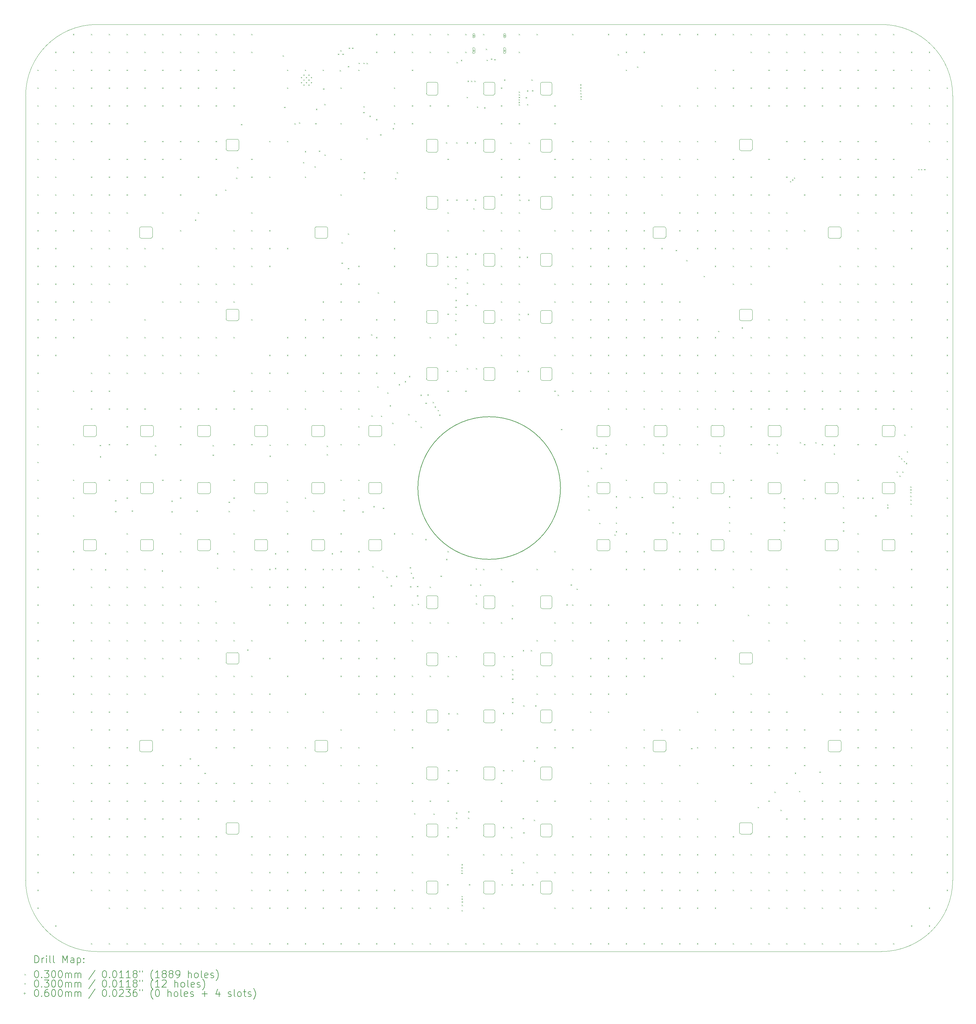
<source format=gbr>
%TF.GenerationSoftware,KiCad,Pcbnew,8.0.1*%
%TF.CreationDate,2024-08-27T15:58:47+05:30*%
%TF.ProjectId,Ludo,4c75646f-2e6b-4696-9361-645f70636258,rev?*%
%TF.SameCoordinates,Original*%
%TF.FileFunction,Drillmap*%
%TF.FilePolarity,Positive*%
%FSLAX45Y45*%
G04 Gerber Fmt 4.5, Leading zero omitted, Abs format (unit mm)*
G04 Created by KiCad (PCBNEW 8.0.1) date 2024-08-27 15:58:47*
%MOMM*%
%LPD*%
G01*
G04 APERTURE LIST*
%ADD10C,0.050000*%
%ADD11C,0.200000*%
%ADD12C,0.100000*%
G04 APERTURE END LIST*
D10*
X26523000Y-1875500D02*
G75*
G02*
X28523000Y-3875500I0J-2000000D01*
G01*
X4523000Y-27875500D02*
X26523000Y-27875500D01*
X28523000Y-25875500D02*
G75*
G02*
X26523000Y-27875500I-2000000J0D01*
G01*
D11*
X17523000Y-14875500D02*
G75*
G02*
X13523000Y-14875500I-2000000J0D01*
G01*
X13523000Y-14875500D02*
G75*
G02*
X17523000Y-14875500I2000000J0D01*
G01*
D10*
X2523000Y-3875500D02*
X2523000Y-25875500D01*
X2523000Y-3875500D02*
G75*
G02*
X4523000Y-1875500I2000000J0D01*
G01*
X4523000Y-27875500D02*
G75*
G02*
X2523000Y-25875500I0J2000000D01*
G01*
X28523000Y-25875500D02*
X28523000Y-3875500D01*
X26523000Y-1875500D02*
X4523000Y-1875500D01*
X16963080Y-8615348D02*
X16963080Y-8335348D01*
X17008192Y-8295430D02*
X17237300Y-8295414D01*
X17237046Y-8656094D02*
X17008192Y-8655534D01*
X17282766Y-8340880D02*
X17282766Y-8610374D01*
X16963080Y-8335348D02*
G75*
G02*
X17008192Y-8295430I45112J-5532D01*
G01*
X17008192Y-8655534D02*
G75*
G02*
X16963081Y-8615348I-4J45409D01*
G01*
X17237300Y-8295414D02*
G75*
G02*
X17282766Y-8340880I0J-45466D01*
G01*
X17282766Y-8610374D02*
G75*
G02*
X17237046Y-8656094I-45720J0D01*
G01*
X18542406Y-16589546D02*
X18542966Y-16360692D01*
X18583152Y-16315580D02*
X18863152Y-16315580D01*
X18857620Y-16635266D02*
X18588126Y-16635266D01*
X18903070Y-16360692D02*
X18903086Y-16589800D01*
X18542966Y-16360692D02*
G75*
G02*
X18583152Y-16315580I45409J4D01*
G01*
X18588126Y-16635266D02*
G75*
G02*
X18542406Y-16589546I0J45720D01*
G01*
X18863152Y-16315580D02*
G75*
G02*
X18903070Y-16360692I-5532J-45112D01*
G01*
X18903086Y-16589800D02*
G75*
G02*
X18857620Y-16635266I-45466J0D01*
G01*
X8942930Y-13390308D02*
X8942914Y-13161200D01*
X8988380Y-13115734D02*
X9257874Y-13115734D01*
X9262848Y-13435420D02*
X8982848Y-13435420D01*
X9303594Y-13161454D02*
X9303034Y-13390308D01*
X8942914Y-13161200D02*
G75*
G02*
X8988380Y-13115734I45466J0D01*
G01*
X8982848Y-13435420D02*
G75*
G02*
X8942930Y-13390308I5532J45112D01*
G01*
X9257874Y-13115734D02*
G75*
G02*
X9303594Y-13161454I0J-45720D01*
G01*
X9303034Y-13390308D02*
G75*
G02*
X9262848Y-13435419I-45409J-4D01*
G01*
X13763234Y-8610120D02*
X13763234Y-8340626D01*
X13808954Y-8294906D02*
X14037808Y-8295466D01*
X14037808Y-8655570D02*
X13808700Y-8655586D01*
X14082920Y-8335652D02*
X14082920Y-8615652D01*
X13763234Y-8340626D02*
G75*
G02*
X13808954Y-8294906I45720J0D01*
G01*
X13808700Y-8655586D02*
G75*
G02*
X13763234Y-8610120I0J45466D01*
G01*
X14037808Y-8295466D02*
G75*
G02*
X14082919Y-8335652I4J-45409D01*
G01*
X14082920Y-8615652D02*
G75*
G02*
X14037808Y-8655570I-45112J5532D01*
G01*
X16963080Y-19815348D02*
X16963080Y-19535348D01*
X17008192Y-19495430D02*
X17237300Y-19495414D01*
X17237046Y-19856094D02*
X17008192Y-19855534D01*
X17282766Y-19540880D02*
X17282766Y-19810374D01*
X16963080Y-19535348D02*
G75*
G02*
X17008192Y-19495430I45112J-5532D01*
G01*
X17008192Y-19855534D02*
G75*
G02*
X16963081Y-19815348I-4J45409D01*
G01*
X17237300Y-19495414D02*
G75*
G02*
X17282766Y-19540880I0J-45466D01*
G01*
X17282766Y-19810374D02*
G75*
G02*
X17237046Y-19856094I-45720J0D01*
G01*
X15363234Y-24610120D02*
X15363234Y-24340626D01*
X15408954Y-24294906D02*
X15637808Y-24295466D01*
X15637808Y-24655570D02*
X15408700Y-24655586D01*
X15682920Y-24335652D02*
X15682920Y-24615652D01*
X15363234Y-24340626D02*
G75*
G02*
X15408954Y-24294906I45720J0D01*
G01*
X15408700Y-24655586D02*
G75*
G02*
X15363234Y-24610120I0J45466D01*
G01*
X15637808Y-24295466D02*
G75*
G02*
X15682919Y-24335652I4J-45409D01*
G01*
X15682920Y-24615652D02*
G75*
G02*
X15637808Y-24655570I-45112J5532D01*
G01*
X13763234Y-26210120D02*
X13763234Y-25940626D01*
X13808954Y-25894906D02*
X14037808Y-25895466D01*
X14037808Y-26255570D02*
X13808700Y-26255586D01*
X14082920Y-25935652D02*
X14082920Y-26215652D01*
X13763234Y-25940626D02*
G75*
G02*
X13808954Y-25894906I45720J0D01*
G01*
X13808700Y-26255586D02*
G75*
G02*
X13763234Y-26210120I0J45466D01*
G01*
X14037808Y-25895466D02*
G75*
G02*
X14082919Y-25935652I4J-45409D01*
G01*
X14082920Y-26215652D02*
G75*
G02*
X14037808Y-26255570I-45112J5532D01*
G01*
X8142930Y-19765308D02*
X8142914Y-19536200D01*
X8188380Y-19490734D02*
X8457874Y-19490734D01*
X8462848Y-19810420D02*
X8182848Y-19810420D01*
X8503594Y-19536454D02*
X8503034Y-19765308D01*
X8142914Y-19536200D02*
G75*
G02*
X8188380Y-19490734I45466J0D01*
G01*
X8182848Y-19810420D02*
G75*
G02*
X8142930Y-19765308I5532J45112D01*
G01*
X8457874Y-19490734D02*
G75*
G02*
X8503594Y-19536454I0J-45720D01*
G01*
X8503034Y-19765308D02*
G75*
G02*
X8462848Y-19810420I-45409J-4D01*
G01*
X16963080Y-11815348D02*
X16963080Y-11535348D01*
X17008192Y-11495430D02*
X17237300Y-11495414D01*
X17237046Y-11856094D02*
X17008192Y-11855534D01*
X17282766Y-11540880D02*
X17282766Y-11810374D01*
X16963080Y-11535348D02*
G75*
G02*
X17008192Y-11495430I45112J-5532D01*
G01*
X17008192Y-11855534D02*
G75*
G02*
X16963081Y-11815348I-4J45409D01*
G01*
X17237300Y-11495414D02*
G75*
G02*
X17282766Y-11540880I0J-45466D01*
G01*
X17282766Y-11810374D02*
G75*
G02*
X17237046Y-11856094I-45720J0D01*
G01*
X16963080Y-18215348D02*
X16963080Y-17935348D01*
X17008192Y-17895430D02*
X17237300Y-17895414D01*
X17237046Y-18256094D02*
X17008192Y-18255534D01*
X17282766Y-17940880D02*
X17282766Y-18210374D01*
X16963080Y-17935348D02*
G75*
G02*
X17008192Y-17895430I45112J-5532D01*
G01*
X17008192Y-18255534D02*
G75*
G02*
X16963081Y-18215348I-4J45409D01*
G01*
X17237300Y-17895414D02*
G75*
G02*
X17282766Y-17940880I0J-45466D01*
G01*
X17282766Y-18210374D02*
G75*
G02*
X17237046Y-18256094I-45720J0D01*
G01*
X16963080Y-21415348D02*
X16963080Y-21135348D01*
X17008192Y-21095430D02*
X17237300Y-21095414D01*
X17237046Y-21456094D02*
X17008192Y-21455534D01*
X17282766Y-21140880D02*
X17282766Y-21410374D01*
X16963080Y-21135348D02*
G75*
G02*
X17008192Y-21095430I45112J-5532D01*
G01*
X17008192Y-21455534D02*
G75*
G02*
X16963081Y-21415348I-4J45409D01*
G01*
X17237300Y-21095414D02*
G75*
G02*
X17282766Y-21140880I0J-45466D01*
G01*
X17282766Y-21410374D02*
G75*
G02*
X17237046Y-21456094I-45720J0D01*
G01*
X15363080Y-3815348D02*
X15363080Y-3535348D01*
X15408192Y-3495430D02*
X15637300Y-3495414D01*
X15637046Y-3856094D02*
X15408192Y-3855534D01*
X15682766Y-3540880D02*
X15682766Y-3810374D01*
X15363080Y-3535348D02*
G75*
G02*
X15408192Y-3495430I45112J-5532D01*
G01*
X15408192Y-3855534D02*
G75*
G02*
X15363080Y-3815348I-4J45409D01*
G01*
X15637300Y-3495414D02*
G75*
G02*
X15682766Y-3540880I0J-45466D01*
G01*
X15682766Y-3810374D02*
G75*
G02*
X15637046Y-3856094I-45720J0D01*
G01*
X26542406Y-14989546D02*
X26542966Y-14760692D01*
X26583152Y-14715580D02*
X26863152Y-14715580D01*
X26857620Y-15035266D02*
X26588126Y-15035266D01*
X26903070Y-14760692D02*
X26903086Y-14989800D01*
X26542966Y-14760692D02*
G75*
G02*
X26583152Y-14715580I45409J4D01*
G01*
X26588126Y-15035266D02*
G75*
G02*
X26542406Y-14989546I0J45720D01*
G01*
X26863152Y-14715580D02*
G75*
G02*
X26903070Y-14760692I-5532J-45112D01*
G01*
X26903086Y-14989800D02*
G75*
G02*
X26857620Y-15035266I-45466J0D01*
G01*
X4142406Y-16589546D02*
X4142966Y-16360692D01*
X4183152Y-16315580D02*
X4463152Y-16315580D01*
X4457620Y-16635266D02*
X4188126Y-16635266D01*
X4503070Y-16360692D02*
X4503086Y-16589800D01*
X4142966Y-16360692D02*
G75*
G02*
X4183152Y-16315580I45409J4D01*
G01*
X4188126Y-16635266D02*
G75*
G02*
X4142406Y-16589546I0J45720D01*
G01*
X4463152Y-16315580D02*
G75*
G02*
X4503070Y-16360692I-5532J-45112D01*
G01*
X4503086Y-16589800D02*
G75*
G02*
X4457620Y-16635266I-45466J0D01*
G01*
X12142930Y-13390308D02*
X12142914Y-13161200D01*
X12188380Y-13115734D02*
X12457874Y-13115734D01*
X12462848Y-13435420D02*
X12182848Y-13435420D01*
X12503594Y-13161454D02*
X12503034Y-13390308D01*
X12142914Y-13161200D02*
G75*
G02*
X12188380Y-13115734I45466J0D01*
G01*
X12182848Y-13435420D02*
G75*
G02*
X12142930Y-13390308I5532J45112D01*
G01*
X12457874Y-13115734D02*
G75*
G02*
X12503594Y-13161454I0J-45720D01*
G01*
X12503034Y-13390308D02*
G75*
G02*
X12462848Y-13435419I-45409J-4D01*
G01*
X5717930Y-22225308D02*
X5717914Y-21996200D01*
X5763380Y-21950734D02*
X6032874Y-21950734D01*
X6037848Y-22270420D02*
X5757848Y-22270420D01*
X6078594Y-21996454D02*
X6078034Y-22225308D01*
X5717914Y-21996200D02*
G75*
G02*
X5763380Y-21950734I45466J0D01*
G01*
X5757848Y-22270420D02*
G75*
G02*
X5717930Y-22225308I5532J45112D01*
G01*
X6032874Y-21950734D02*
G75*
G02*
X6078594Y-21996454I0J-45720D01*
G01*
X6078034Y-22225308D02*
G75*
G02*
X6037848Y-22270420I-45409J-4D01*
G01*
X8142930Y-5365308D02*
X8142914Y-5136200D01*
X8188380Y-5090734D02*
X8457874Y-5090734D01*
X8462848Y-5410420D02*
X8182848Y-5410420D01*
X8503594Y-5136454D02*
X8503034Y-5365308D01*
X8142914Y-5136200D02*
G75*
G02*
X8188380Y-5090734I45466J0D01*
G01*
X8182848Y-5410420D02*
G75*
G02*
X8142930Y-5365308I5532J45112D01*
G01*
X8457874Y-5090734D02*
G75*
G02*
X8503594Y-5136454I0J-45720D01*
G01*
X8503034Y-5365308D02*
G75*
G02*
X8462848Y-5410420I-45409J-4D01*
G01*
X16963080Y-3815348D02*
X16963080Y-3535348D01*
X17008192Y-3495430D02*
X17237300Y-3495414D01*
X17237046Y-3856094D02*
X17008192Y-3855534D01*
X17282766Y-3540880D02*
X17282766Y-3810374D01*
X16963080Y-3535348D02*
G75*
G02*
X17008192Y-3495430I45112J-5532D01*
G01*
X17008192Y-3855534D02*
G75*
G02*
X16963081Y-3815348I-4J45409D01*
G01*
X17237300Y-3495414D02*
G75*
G02*
X17282766Y-3540880I0J-45466D01*
G01*
X17282766Y-3810374D02*
G75*
G02*
X17237046Y-3856094I-45720J0D01*
G01*
X8942930Y-14990308D02*
X8942914Y-14761200D01*
X8988380Y-14715734D02*
X9257874Y-14715734D01*
X9262848Y-15035420D02*
X8982848Y-15035420D01*
X9303594Y-14761454D02*
X9303034Y-14990308D01*
X8942914Y-14761200D02*
G75*
G02*
X8988380Y-14715734I45466J0D01*
G01*
X8982848Y-15035420D02*
G75*
G02*
X8942930Y-14990308I5532J45112D01*
G01*
X9257874Y-14715734D02*
G75*
G02*
X9303594Y-14761454I0J-45720D01*
G01*
X9303034Y-14990308D02*
G75*
G02*
X9262848Y-15035419I-45409J-4D01*
G01*
X22541406Y-10134546D02*
X22541966Y-9905692D01*
X22582152Y-9860580D02*
X22862152Y-9860580D01*
X22856620Y-10180266D02*
X22587126Y-10180266D01*
X22902070Y-9905692D02*
X22902086Y-10134800D01*
X22541966Y-9905692D02*
G75*
G02*
X22582152Y-9860581I45409J4D01*
G01*
X22587126Y-10180266D02*
G75*
G02*
X22541406Y-10134546I0J45720D01*
G01*
X22862152Y-9860580D02*
G75*
G02*
X22902070Y-9905692I-5532J-45112D01*
G01*
X22902086Y-10134800D02*
G75*
G02*
X22856620Y-10180266I-45466J0D01*
G01*
X13763234Y-21410120D02*
X13763234Y-21140626D01*
X13808954Y-21094906D02*
X14037808Y-21095466D01*
X14037808Y-21455570D02*
X13808700Y-21455586D01*
X14082920Y-21135652D02*
X14082920Y-21415652D01*
X13763234Y-21140626D02*
G75*
G02*
X13808954Y-21094906I45720J0D01*
G01*
X13808700Y-21455586D02*
G75*
G02*
X13763234Y-21410120I0J45466D01*
G01*
X14037808Y-21095466D02*
G75*
G02*
X14082919Y-21135652I4J-45409D01*
G01*
X14082920Y-21415652D02*
G75*
G02*
X14037808Y-21455570I-45112J5532D01*
G01*
X25031406Y-7824546D02*
X25031966Y-7595692D01*
X25072152Y-7550580D02*
X25352152Y-7550580D01*
X25346620Y-7870266D02*
X25077126Y-7870266D01*
X25392070Y-7595692D02*
X25392086Y-7824800D01*
X25031966Y-7595692D02*
G75*
G02*
X25072152Y-7550580I45409J4D01*
G01*
X25077126Y-7870266D02*
G75*
G02*
X25031406Y-7824546I0J45720D01*
G01*
X25352152Y-7550580D02*
G75*
G02*
X25392070Y-7595692I-5532J-45112D01*
G01*
X25392086Y-7824800D02*
G75*
G02*
X25346620Y-7870266I-45466J0D01*
G01*
X10542930Y-13390308D02*
X10542914Y-13161200D01*
X10588380Y-13115734D02*
X10857874Y-13115734D01*
X10862848Y-13435420D02*
X10582848Y-13435420D01*
X10903594Y-13161454D02*
X10903034Y-13390308D01*
X10542914Y-13161200D02*
G75*
G02*
X10588380Y-13115734I45466J0D01*
G01*
X10582848Y-13435420D02*
G75*
G02*
X10542930Y-13390308I5532J45112D01*
G01*
X10857874Y-13115734D02*
G75*
G02*
X10903594Y-13161454I0J-45720D01*
G01*
X10903034Y-13390308D02*
G75*
G02*
X10862848Y-13435419I-45409J-4D01*
G01*
X23342406Y-14989546D02*
X23342966Y-14760692D01*
X23383152Y-14715580D02*
X23663152Y-14715580D01*
X23657620Y-15035266D02*
X23388126Y-15035266D01*
X23703070Y-14760692D02*
X23703086Y-14989800D01*
X23342966Y-14760692D02*
G75*
G02*
X23383152Y-14715580I45409J4D01*
G01*
X23388126Y-15035266D02*
G75*
G02*
X23342406Y-14989546I0J45720D01*
G01*
X23663152Y-14715580D02*
G75*
G02*
X23703070Y-14760692I-5532J-45112D01*
G01*
X23703086Y-14989800D02*
G75*
G02*
X23657620Y-15035266I-45466J0D01*
G01*
X20116930Y-7825308D02*
X20116914Y-7596200D01*
X20162380Y-7550734D02*
X20431874Y-7550734D01*
X20436848Y-7870420D02*
X20156848Y-7870420D01*
X20477594Y-7596454D02*
X20477034Y-7825308D01*
X20116914Y-7596200D02*
G75*
G02*
X20162380Y-7550734I45466J0D01*
G01*
X20156848Y-7870420D02*
G75*
G02*
X20116930Y-7825308I5532J45112D01*
G01*
X20431874Y-7550734D02*
G75*
G02*
X20477594Y-7596454I0J-45720D01*
G01*
X20477034Y-7825308D02*
G75*
G02*
X20436848Y-7870419I-45409J-4D01*
G01*
X24942930Y-13390308D02*
X24942914Y-13161200D01*
X24988380Y-13115734D02*
X25257874Y-13115734D01*
X25262848Y-13435420D02*
X24982848Y-13435420D01*
X25303594Y-13161454D02*
X25303034Y-13390308D01*
X24942914Y-13161200D02*
G75*
G02*
X24988380Y-13115734I45466J0D01*
G01*
X24982848Y-13435420D02*
G75*
G02*
X24942930Y-13390308I5532J45112D01*
G01*
X25257874Y-13115734D02*
G75*
G02*
X25303594Y-13161454I0J-45720D01*
G01*
X25303034Y-13390308D02*
G75*
G02*
X25262848Y-13435419I-45409J-4D01*
G01*
X13763234Y-5410120D02*
X13763234Y-5140626D01*
X13808954Y-5094906D02*
X14037808Y-5095466D01*
X14037808Y-5455570D02*
X13808700Y-5455586D01*
X14082920Y-5135652D02*
X14082920Y-5415652D01*
X13763234Y-5140626D02*
G75*
G02*
X13808954Y-5094906I45720J0D01*
G01*
X13808700Y-5455586D02*
G75*
G02*
X13763234Y-5410120I0J45466D01*
G01*
X14037808Y-5095466D02*
G75*
G02*
X14082919Y-5135652I4J-45409D01*
G01*
X14082920Y-5415652D02*
G75*
G02*
X14037808Y-5455570I-45112J5532D01*
G01*
X16963080Y-5415348D02*
X16963080Y-5135348D01*
X17008192Y-5095430D02*
X17237300Y-5095414D01*
X17237046Y-5456094D02*
X17008192Y-5455534D01*
X17282766Y-5140880D02*
X17282766Y-5410374D01*
X16963080Y-5135348D02*
G75*
G02*
X17008192Y-5095430I45112J-5532D01*
G01*
X17008192Y-5455534D02*
G75*
G02*
X16963081Y-5415348I-4J45409D01*
G01*
X17237300Y-5095414D02*
G75*
G02*
X17282766Y-5140880I0J-45466D01*
G01*
X17282766Y-5410374D02*
G75*
G02*
X17237046Y-5456094I-45720J0D01*
G01*
X5717930Y-7825308D02*
X5717914Y-7596200D01*
X5763380Y-7550734D02*
X6032874Y-7550734D01*
X6037848Y-7870420D02*
X5757848Y-7870420D01*
X6078594Y-7596454D02*
X6078034Y-7825308D01*
X5717914Y-7596200D02*
G75*
G02*
X5763380Y-7550734I45466J0D01*
G01*
X5757848Y-7870420D02*
G75*
G02*
X5717930Y-7825308I5532J45112D01*
G01*
X6032874Y-7550734D02*
G75*
G02*
X6078594Y-7596454I0J-45720D01*
G01*
X6078034Y-7825308D02*
G75*
G02*
X6037848Y-7870419I-45409J-4D01*
G01*
X16963080Y-10215348D02*
X16963080Y-9935348D01*
X17008192Y-9895430D02*
X17237300Y-9895414D01*
X17237046Y-10256094D02*
X17008192Y-10255534D01*
X17282766Y-9940880D02*
X17282766Y-10210374D01*
X16963080Y-9935348D02*
G75*
G02*
X17008192Y-9895430I45112J-5532D01*
G01*
X17008192Y-10255534D02*
G75*
G02*
X16963081Y-10215348I-4J45409D01*
G01*
X17237300Y-9895414D02*
G75*
G02*
X17282766Y-9940880I0J-45466D01*
G01*
X17282766Y-10210374D02*
G75*
G02*
X17237046Y-10256094I-45720J0D01*
G01*
X12142406Y-16589546D02*
X12142966Y-16360692D01*
X12183152Y-16315580D02*
X12463152Y-16315580D01*
X12457620Y-16635266D02*
X12188126Y-16635266D01*
X12503070Y-16360692D02*
X12503086Y-16589800D01*
X12142966Y-16360692D02*
G75*
G02*
X12183152Y-16315580I45409J4D01*
G01*
X12188126Y-16635266D02*
G75*
G02*
X12142406Y-16589546I0J45720D01*
G01*
X12463152Y-16315580D02*
G75*
G02*
X12503070Y-16360692I-5532J-45112D01*
G01*
X12503086Y-16589800D02*
G75*
G02*
X12457620Y-16635266I-45466J0D01*
G01*
X18542930Y-13390308D02*
X18542914Y-13161200D01*
X18588380Y-13115734D02*
X18857874Y-13115734D01*
X18862848Y-13435420D02*
X18582848Y-13435420D01*
X18903594Y-13161454D02*
X18903034Y-13390308D01*
X18542914Y-13161200D02*
G75*
G02*
X18588380Y-13115734I45466J0D01*
G01*
X18582848Y-13435420D02*
G75*
G02*
X18542930Y-13390308I5532J45112D01*
G01*
X18857874Y-13115734D02*
G75*
G02*
X18903594Y-13161454I0J-45720D01*
G01*
X18903034Y-13390308D02*
G75*
G02*
X18862848Y-13435419I-45409J-4D01*
G01*
X4142930Y-14990308D02*
X4142914Y-14761200D01*
X4188380Y-14715734D02*
X4457874Y-14715734D01*
X4462848Y-15035420D02*
X4182848Y-15035420D01*
X4503594Y-14761454D02*
X4503034Y-14990308D01*
X4142914Y-14761200D02*
G75*
G02*
X4188380Y-14715734I45466J0D01*
G01*
X4182848Y-15035420D02*
G75*
G02*
X4142930Y-14990308I5532J45112D01*
G01*
X4457874Y-14715734D02*
G75*
G02*
X4503594Y-14761454I0J-45720D01*
G01*
X4503034Y-14990308D02*
G75*
G02*
X4462848Y-15035419I-45409J-4D01*
G01*
X22541406Y-24534546D02*
X22541966Y-24305692D01*
X22582152Y-24260580D02*
X22862152Y-24260580D01*
X22856620Y-24580266D02*
X22587126Y-24580266D01*
X22902070Y-24305692D02*
X22902086Y-24534800D01*
X22541966Y-24305692D02*
G75*
G02*
X22582152Y-24260580I45409J4D01*
G01*
X22587126Y-24580266D02*
G75*
G02*
X22541406Y-24534546I0J45720D01*
G01*
X22862152Y-24260580D02*
G75*
G02*
X22902070Y-24305692I-5532J-45112D01*
G01*
X22902086Y-24534800D02*
G75*
G02*
X22856620Y-24580266I-45466J0D01*
G01*
X10542930Y-14990308D02*
X10542914Y-14761200D01*
X10588380Y-14715734D02*
X10857874Y-14715734D01*
X10862848Y-15035420D02*
X10582848Y-15035420D01*
X10903594Y-14761454D02*
X10903034Y-14990308D01*
X10542914Y-14761200D02*
G75*
G02*
X10588380Y-14715734I45466J0D01*
G01*
X10582848Y-15035420D02*
G75*
G02*
X10542930Y-14990308I5532J45112D01*
G01*
X10857874Y-14715734D02*
G75*
G02*
X10903594Y-14761454I0J-45720D01*
G01*
X10903034Y-14990308D02*
G75*
G02*
X10862848Y-15035419I-45409J-4D01*
G01*
X8142406Y-24534546D02*
X8142966Y-24305692D01*
X8183152Y-24260580D02*
X8463152Y-24260580D01*
X8457620Y-24580266D02*
X8188126Y-24580266D01*
X8503070Y-24305692D02*
X8503086Y-24534800D01*
X8142966Y-24305692D02*
G75*
G02*
X8183152Y-24260580I45409J4D01*
G01*
X8188126Y-24580266D02*
G75*
G02*
X8142406Y-24534546I0J45720D01*
G01*
X8463152Y-24260580D02*
G75*
G02*
X8503070Y-24305692I-5532J-45112D01*
G01*
X8503086Y-24534800D02*
G75*
G02*
X8457620Y-24580266I-45466J0D01*
G01*
X15363234Y-23010120D02*
X15363234Y-22740626D01*
X15408954Y-22694906D02*
X15637808Y-22695466D01*
X15637808Y-23055570D02*
X15408700Y-23055586D01*
X15682920Y-22735652D02*
X15682920Y-23015652D01*
X15363234Y-22740626D02*
G75*
G02*
X15408954Y-22694906I45720J0D01*
G01*
X15408700Y-23055586D02*
G75*
G02*
X15363234Y-23010120I0J45466D01*
G01*
X15637808Y-22695466D02*
G75*
G02*
X15682919Y-22735652I4J-45409D01*
G01*
X15682920Y-23015652D02*
G75*
G02*
X15637808Y-23055570I-45112J5532D01*
G01*
X13763234Y-3810120D02*
X13763234Y-3540626D01*
X13808954Y-3494906D02*
X14037808Y-3495466D01*
X14037808Y-3855570D02*
X13808700Y-3855586D01*
X14082920Y-3535652D02*
X14082920Y-3815652D01*
X13763234Y-3540626D02*
G75*
G02*
X13808954Y-3494906I45720J0D01*
G01*
X13808700Y-3855586D02*
G75*
G02*
X13763234Y-3810120I0J45466D01*
G01*
X14037808Y-3495466D02*
G75*
G02*
X14082919Y-3535652I4J-45409D01*
G01*
X14082920Y-3815652D02*
G75*
G02*
X14037808Y-3855570I-45112J5532D01*
G01*
X4142930Y-13390308D02*
X4142914Y-13161200D01*
X4188380Y-13115734D02*
X4457874Y-13115734D01*
X4462848Y-13435420D02*
X4182848Y-13435420D01*
X4503594Y-13161454D02*
X4503034Y-13390308D01*
X4142914Y-13161200D02*
G75*
G02*
X4188380Y-13115734I45466J0D01*
G01*
X4182848Y-13435420D02*
G75*
G02*
X4142930Y-13390308I5532J45112D01*
G01*
X4457874Y-13115734D02*
G75*
G02*
X4503594Y-13161454I0J-45720D01*
G01*
X4503034Y-13390308D02*
G75*
G02*
X4462848Y-13435419I-45409J-4D01*
G01*
X7342930Y-13390308D02*
X7342914Y-13161200D01*
X7388380Y-13115734D02*
X7657874Y-13115734D01*
X7662848Y-13435420D02*
X7382848Y-13435420D01*
X7703594Y-13161454D02*
X7703034Y-13390308D01*
X7342914Y-13161200D02*
G75*
G02*
X7388380Y-13115734I45466J0D01*
G01*
X7382848Y-13435420D02*
G75*
G02*
X7342930Y-13390308I5532J45112D01*
G01*
X7657874Y-13115734D02*
G75*
G02*
X7703594Y-13161454I0J-45720D01*
G01*
X7703034Y-13390308D02*
G75*
G02*
X7662848Y-13435419I-45409J-4D01*
G01*
X10632406Y-22224546D02*
X10632966Y-21995692D01*
X10673152Y-21950580D02*
X10953152Y-21950580D01*
X10947620Y-22270266D02*
X10678126Y-22270266D01*
X10993070Y-21995692D02*
X10993086Y-22224800D01*
X10632966Y-21995692D02*
G75*
G02*
X10673152Y-21950581I45409J4D01*
G01*
X10678126Y-22270266D02*
G75*
G02*
X10632406Y-22224546I0J45720D01*
G01*
X10953152Y-21950580D02*
G75*
G02*
X10993070Y-21995692I-5532J-45112D01*
G01*
X10993086Y-22224800D02*
G75*
G02*
X10947620Y-22270266I-45466J0D01*
G01*
X16963080Y-7015348D02*
X16963080Y-6735348D01*
X17008192Y-6695430D02*
X17237300Y-6695414D01*
X17237046Y-7056094D02*
X17008192Y-7055534D01*
X17282766Y-6740880D02*
X17282766Y-7010374D01*
X16963080Y-6735348D02*
G75*
G02*
X17008192Y-6695430I45112J-5532D01*
G01*
X17008192Y-7055534D02*
G75*
G02*
X16963081Y-7015348I-4J45409D01*
G01*
X17237300Y-6695414D02*
G75*
G02*
X17282766Y-6740880I0J-45466D01*
G01*
X17282766Y-7010374D02*
G75*
G02*
X17237046Y-7056094I-45720J0D01*
G01*
X15363080Y-10215348D02*
X15363080Y-9935348D01*
X15408192Y-9895430D02*
X15637300Y-9895414D01*
X15637046Y-10256094D02*
X15408192Y-10255534D01*
X15682766Y-9940880D02*
X15682766Y-10210374D01*
X15363080Y-9935348D02*
G75*
G02*
X15408192Y-9895430I45112J-5532D01*
G01*
X15408192Y-10255534D02*
G75*
G02*
X15363080Y-10215348I-4J45409D01*
G01*
X15637300Y-9895414D02*
G75*
G02*
X15682766Y-9940880I0J-45466D01*
G01*
X15682766Y-10210374D02*
G75*
G02*
X15637046Y-10256094I-45720J0D01*
G01*
X15363080Y-11815348D02*
X15363080Y-11535348D01*
X15408192Y-11495430D02*
X15637300Y-11495414D01*
X15637046Y-11856094D02*
X15408192Y-11855534D01*
X15682766Y-11540880D02*
X15682766Y-11810374D01*
X15363080Y-11535348D02*
G75*
G02*
X15408192Y-11495430I45112J-5532D01*
G01*
X15408192Y-11855534D02*
G75*
G02*
X15363080Y-11815348I-4J45409D01*
G01*
X15637300Y-11495414D02*
G75*
G02*
X15682766Y-11540880I0J-45466D01*
G01*
X15682766Y-11810374D02*
G75*
G02*
X15637046Y-11856094I-45720J0D01*
G01*
X23342406Y-16589546D02*
X23342966Y-16360692D01*
X23383152Y-16315580D02*
X23663152Y-16315580D01*
X23657620Y-16635266D02*
X23388126Y-16635266D01*
X23703070Y-16360692D02*
X23703086Y-16589800D01*
X23342966Y-16360692D02*
G75*
G02*
X23383152Y-16315580I45409J4D01*
G01*
X23388126Y-16635266D02*
G75*
G02*
X23342406Y-16589546I0J45720D01*
G01*
X23663152Y-16315580D02*
G75*
G02*
X23703070Y-16360692I-5532J-45112D01*
G01*
X23703086Y-16589800D02*
G75*
G02*
X23657620Y-16635266I-45466J0D01*
G01*
X25031406Y-22224546D02*
X25031966Y-21995692D01*
X25072152Y-21950580D02*
X25352152Y-21950580D01*
X25346620Y-22270266D02*
X25077126Y-22270266D01*
X25392070Y-21995692D02*
X25392086Y-22224800D01*
X25031966Y-21995692D02*
G75*
G02*
X25072152Y-21950581I45409J4D01*
G01*
X25077126Y-22270266D02*
G75*
G02*
X25031406Y-22224546I0J45720D01*
G01*
X25352152Y-21950580D02*
G75*
G02*
X25392070Y-21995692I-5532J-45112D01*
G01*
X25392086Y-22224800D02*
G75*
G02*
X25346620Y-22270266I-45466J0D01*
G01*
X26542406Y-16589546D02*
X26542966Y-16360692D01*
X26583152Y-16315580D02*
X26863152Y-16315580D01*
X26857620Y-16635266D02*
X26588126Y-16635266D01*
X26903070Y-16360692D02*
X26903086Y-16589800D01*
X26542966Y-16360692D02*
G75*
G02*
X26583152Y-16315580I45409J4D01*
G01*
X26588126Y-16635266D02*
G75*
G02*
X26542406Y-16589546I0J45720D01*
G01*
X26863152Y-16315580D02*
G75*
G02*
X26903070Y-16360692I-5532J-45112D01*
G01*
X26903086Y-16589800D02*
G75*
G02*
X26857620Y-16635266I-45466J0D01*
G01*
X21742406Y-14989546D02*
X21742966Y-14760692D01*
X21783152Y-14715580D02*
X22063152Y-14715580D01*
X22057620Y-15035266D02*
X21788126Y-15035266D01*
X22103070Y-14760692D02*
X22103086Y-14989800D01*
X21742966Y-14760692D02*
G75*
G02*
X21783152Y-14715580I45409J4D01*
G01*
X21788126Y-15035266D02*
G75*
G02*
X21742406Y-14989546I0J45720D01*
G01*
X22063152Y-14715580D02*
G75*
G02*
X22103070Y-14760692I-5532J-45112D01*
G01*
X22103086Y-14989800D02*
G75*
G02*
X22057620Y-15035266I-45466J0D01*
G01*
X10542406Y-16589546D02*
X10542966Y-16360692D01*
X10583152Y-16315580D02*
X10863152Y-16315580D01*
X10857620Y-16635266D02*
X10588126Y-16635266D01*
X10903070Y-16360692D02*
X10903086Y-16589800D01*
X10542966Y-16360692D02*
G75*
G02*
X10583152Y-16315580I45409J4D01*
G01*
X10588126Y-16635266D02*
G75*
G02*
X10542406Y-16589546I0J45720D01*
G01*
X10863152Y-16315580D02*
G75*
G02*
X10903070Y-16360692I-5532J-45112D01*
G01*
X10903086Y-16589800D02*
G75*
G02*
X10857620Y-16635266I-45466J0D01*
G01*
X20142406Y-14989546D02*
X20142966Y-14760692D01*
X20183152Y-14715580D02*
X20463152Y-14715580D01*
X20457620Y-15035266D02*
X20188126Y-15035266D01*
X20503070Y-14760692D02*
X20503086Y-14989800D01*
X20142966Y-14760692D02*
G75*
G02*
X20183152Y-14715580I45409J4D01*
G01*
X20188126Y-15035266D02*
G75*
G02*
X20142406Y-14989546I0J45720D01*
G01*
X20463152Y-14715580D02*
G75*
G02*
X20503070Y-14760692I-5532J-45112D01*
G01*
X20503086Y-14989800D02*
G75*
G02*
X20457620Y-15035266I-45466J0D01*
G01*
X5742930Y-13390308D02*
X5742914Y-13161200D01*
X5788380Y-13115734D02*
X6057874Y-13115734D01*
X6062848Y-13435420D02*
X5782848Y-13435420D01*
X6103594Y-13161454D02*
X6103034Y-13390308D01*
X5742914Y-13161200D02*
G75*
G02*
X5788380Y-13115734I45466J0D01*
G01*
X5782848Y-13435420D02*
G75*
G02*
X5742930Y-13390308I5532J45112D01*
G01*
X6057874Y-13115734D02*
G75*
G02*
X6103594Y-13161454I0J-45720D01*
G01*
X6103034Y-13390308D02*
G75*
G02*
X6062848Y-13435419I-45409J-4D01*
G01*
X16963080Y-23015348D02*
X16963080Y-22735348D01*
X17008192Y-22695430D02*
X17237300Y-22695414D01*
X17237046Y-23056094D02*
X17008192Y-23055534D01*
X17282766Y-22740880D02*
X17282766Y-23010374D01*
X16963080Y-22735348D02*
G75*
G02*
X17008192Y-22695430I45112J-5532D01*
G01*
X17008192Y-23055534D02*
G75*
G02*
X16963081Y-23015348I-4J45409D01*
G01*
X17237300Y-22695414D02*
G75*
G02*
X17282766Y-22740880I0J-45466D01*
G01*
X17282766Y-23010374D02*
G75*
G02*
X17237046Y-23056094I-45720J0D01*
G01*
X13763234Y-7010120D02*
X13763234Y-6740626D01*
X13808954Y-6694906D02*
X14037808Y-6695466D01*
X14037808Y-7055570D02*
X13808700Y-7055586D01*
X14082920Y-6735652D02*
X14082920Y-7015652D01*
X13763234Y-6740626D02*
G75*
G02*
X13808954Y-6694906I45720J0D01*
G01*
X13808700Y-7055586D02*
G75*
G02*
X13763234Y-7010120I0J45466D01*
G01*
X14037808Y-6695466D02*
G75*
G02*
X14082919Y-6735652I4J-45409D01*
G01*
X14082920Y-7015652D02*
G75*
G02*
X14037808Y-7055570I-45112J5532D01*
G01*
X15363234Y-19810120D02*
X15363234Y-19540626D01*
X15408954Y-19494906D02*
X15637808Y-19495466D01*
X15637808Y-19855570D02*
X15408700Y-19855586D01*
X15682920Y-19535652D02*
X15682920Y-19815652D01*
X15363234Y-19540626D02*
G75*
G02*
X15408954Y-19494906I45720J0D01*
G01*
X15408700Y-19855586D02*
G75*
G02*
X15363234Y-19810120I0J45466D01*
G01*
X15637808Y-19495466D02*
G75*
G02*
X15682919Y-19535652I4J-45409D01*
G01*
X15682920Y-19815652D02*
G75*
G02*
X15637808Y-19855570I-45112J5532D01*
G01*
X8142406Y-10134546D02*
X8142966Y-9905692D01*
X8183152Y-9860580D02*
X8463152Y-9860580D01*
X8457620Y-10180266D02*
X8188126Y-10180266D01*
X8503070Y-9905692D02*
X8503086Y-10134800D01*
X8142966Y-9905692D02*
G75*
G02*
X8183152Y-9860581I45409J4D01*
G01*
X8188126Y-10180266D02*
G75*
G02*
X8142406Y-10134546I0J45720D01*
G01*
X8463152Y-9860580D02*
G75*
G02*
X8503070Y-9905692I-5532J-45112D01*
G01*
X8503086Y-10134800D02*
G75*
G02*
X8457620Y-10180266I-45466J0D01*
G01*
X15363080Y-7015348D02*
X15363080Y-6735348D01*
X15408192Y-6695430D02*
X15637300Y-6695414D01*
X15637046Y-7056094D02*
X15408192Y-7055534D01*
X15682766Y-6740880D02*
X15682766Y-7010374D01*
X15363080Y-6735348D02*
G75*
G02*
X15408192Y-6695430I45112J-5532D01*
G01*
X15408192Y-7055534D02*
G75*
G02*
X15363080Y-7015348I-4J45409D01*
G01*
X15637300Y-6695414D02*
G75*
G02*
X15682766Y-6740880I0J-45466D01*
G01*
X15682766Y-7010374D02*
G75*
G02*
X15637046Y-7056094I-45720J0D01*
G01*
X13763234Y-19810120D02*
X13763234Y-19540626D01*
X13808954Y-19494906D02*
X14037808Y-19495466D01*
X14037808Y-19855570D02*
X13808700Y-19855586D01*
X14082920Y-19535652D02*
X14082920Y-19815652D01*
X13763234Y-19540626D02*
G75*
G02*
X13808954Y-19494906I45720J0D01*
G01*
X13808700Y-19855586D02*
G75*
G02*
X13763234Y-19810120I0J45466D01*
G01*
X14037808Y-19495466D02*
G75*
G02*
X14082919Y-19535652I4J-45409D01*
G01*
X14082920Y-19815652D02*
G75*
G02*
X14037808Y-19855570I-45112J5532D01*
G01*
X16963080Y-24615348D02*
X16963080Y-24335348D01*
X17008192Y-24295430D02*
X17237300Y-24295414D01*
X17237046Y-24656094D02*
X17008192Y-24655534D01*
X17282766Y-24340880D02*
X17282766Y-24610374D01*
X16963080Y-24335348D02*
G75*
G02*
X17008192Y-24295430I45112J-5532D01*
G01*
X17008192Y-24655534D02*
G75*
G02*
X16963081Y-24615348I-4J45409D01*
G01*
X17237300Y-24295414D02*
G75*
G02*
X17282766Y-24340880I0J-45466D01*
G01*
X17282766Y-24610374D02*
G75*
G02*
X17237046Y-24656094I-45720J0D01*
G01*
X22541930Y-19765308D02*
X22541914Y-19536200D01*
X22587380Y-19490734D02*
X22856874Y-19490734D01*
X22861848Y-19810420D02*
X22581848Y-19810420D01*
X22902594Y-19536454D02*
X22902034Y-19765308D01*
X22541914Y-19536200D02*
G75*
G02*
X22587380Y-19490734I45466J0D01*
G01*
X22581848Y-19810420D02*
G75*
G02*
X22541930Y-19765308I5532J45112D01*
G01*
X22856874Y-19490734D02*
G75*
G02*
X22902594Y-19536454I0J-45720D01*
G01*
X22902034Y-19765308D02*
G75*
G02*
X22861848Y-19810420I-45409J-4D01*
G01*
X24942406Y-16589546D02*
X24942966Y-16360692D01*
X24983152Y-16315580D02*
X25263152Y-16315580D01*
X25257620Y-16635266D02*
X24988126Y-16635266D01*
X25303070Y-16360692D02*
X25303086Y-16589800D01*
X24942966Y-16360692D02*
G75*
G02*
X24983152Y-16315580I45409J4D01*
G01*
X24988126Y-16635266D02*
G75*
G02*
X24942406Y-16589546I0J45720D01*
G01*
X25263152Y-16315580D02*
G75*
G02*
X25303070Y-16360692I-5532J-45112D01*
G01*
X25303086Y-16589800D02*
G75*
G02*
X25257620Y-16635266I-45466J0D01*
G01*
X10632406Y-7824546D02*
X10632966Y-7595692D01*
X10673152Y-7550580D02*
X10953152Y-7550580D01*
X10947620Y-7870266D02*
X10678126Y-7870266D01*
X10993070Y-7595692D02*
X10993086Y-7824800D01*
X10632966Y-7595692D02*
G75*
G02*
X10673152Y-7550580I45409J4D01*
G01*
X10678126Y-7870266D02*
G75*
G02*
X10632406Y-7824546I0J45720D01*
G01*
X10953152Y-7550580D02*
G75*
G02*
X10993070Y-7595692I-5532J-45112D01*
G01*
X10993086Y-7824800D02*
G75*
G02*
X10947620Y-7870266I-45466J0D01*
G01*
X13763234Y-11810120D02*
X13763234Y-11540626D01*
X13808954Y-11494906D02*
X14037808Y-11495466D01*
X14037808Y-11855570D02*
X13808700Y-11855586D01*
X14082920Y-11535652D02*
X14082920Y-11815652D01*
X13763234Y-11540626D02*
G75*
G02*
X13808954Y-11494906I45720J0D01*
G01*
X13808700Y-11855586D02*
G75*
G02*
X13763234Y-11810120I0J45466D01*
G01*
X14037808Y-11495466D02*
G75*
G02*
X14082919Y-11535652I4J-45409D01*
G01*
X14082920Y-11815652D02*
G75*
G02*
X14037808Y-11855570I-45112J5532D01*
G01*
X5742930Y-14990308D02*
X5742914Y-14761200D01*
X5788380Y-14715734D02*
X6057874Y-14715734D01*
X6062848Y-15035420D02*
X5782848Y-15035420D01*
X6103594Y-14761454D02*
X6103034Y-14990308D01*
X5742914Y-14761200D02*
G75*
G02*
X5788380Y-14715734I45466J0D01*
G01*
X5782848Y-15035420D02*
G75*
G02*
X5742930Y-14990308I5532J45112D01*
G01*
X6057874Y-14715734D02*
G75*
G02*
X6103594Y-14761454I0J-45720D01*
G01*
X6103034Y-14990308D02*
G75*
G02*
X6062848Y-15035419I-45409J-4D01*
G01*
X18542406Y-14989546D02*
X18542966Y-14760692D01*
X18583152Y-14715580D02*
X18863152Y-14715580D01*
X18857620Y-15035266D02*
X18588126Y-15035266D01*
X18903070Y-14760692D02*
X18903086Y-14989800D01*
X18542966Y-14760692D02*
G75*
G02*
X18583152Y-14715580I45409J4D01*
G01*
X18588126Y-15035266D02*
G75*
G02*
X18542406Y-14989546I0J45720D01*
G01*
X18863152Y-14715580D02*
G75*
G02*
X18903070Y-14760692I-5532J-45112D01*
G01*
X18903086Y-14989800D02*
G75*
G02*
X18857620Y-15035266I-45466J0D01*
G01*
X21742930Y-13390308D02*
X21742914Y-13161200D01*
X21788380Y-13115734D02*
X22057874Y-13115734D01*
X22062848Y-13435420D02*
X21782848Y-13435420D01*
X22103594Y-13161454D02*
X22103034Y-13390308D01*
X21742914Y-13161200D02*
G75*
G02*
X21788380Y-13115734I45466J0D01*
G01*
X21782848Y-13435420D02*
G75*
G02*
X21742930Y-13390308I5532J45112D01*
G01*
X22057874Y-13115734D02*
G75*
G02*
X22103594Y-13161454I0J-45720D01*
G01*
X22103034Y-13390308D02*
G75*
G02*
X22062848Y-13435419I-45409J-4D01*
G01*
X7342930Y-14990308D02*
X7342914Y-14761200D01*
X7388380Y-14715734D02*
X7657874Y-14715734D01*
X7662848Y-15035420D02*
X7382848Y-15035420D01*
X7703594Y-14761454D02*
X7703034Y-14990308D01*
X7342914Y-14761200D02*
G75*
G02*
X7388380Y-14715734I45466J0D01*
G01*
X7382848Y-15035420D02*
G75*
G02*
X7342930Y-14990308I5532J45112D01*
G01*
X7657874Y-14715734D02*
G75*
G02*
X7703594Y-14761454I0J-45720D01*
G01*
X7703034Y-14990308D02*
G75*
G02*
X7662848Y-15035419I-45409J-4D01*
G01*
X13763234Y-24610120D02*
X13763234Y-24340626D01*
X13808954Y-24294906D02*
X14037808Y-24295466D01*
X14037808Y-24655570D02*
X13808700Y-24655586D01*
X14082920Y-24335652D02*
X14082920Y-24615652D01*
X13763234Y-24340626D02*
G75*
G02*
X13808954Y-24294906I45720J0D01*
G01*
X13808700Y-24655586D02*
G75*
G02*
X13763234Y-24610120I0J45466D01*
G01*
X14037808Y-24295466D02*
G75*
G02*
X14082919Y-24335652I4J-45409D01*
G01*
X14082920Y-24615652D02*
G75*
G02*
X14037808Y-24655570I-45112J5532D01*
G01*
X15363234Y-21410120D02*
X15363234Y-21140626D01*
X15408954Y-21094906D02*
X15637808Y-21095466D01*
X15637808Y-21455570D02*
X15408700Y-21455586D01*
X15682920Y-21135652D02*
X15682920Y-21415652D01*
X15363234Y-21140626D02*
G75*
G02*
X15408954Y-21094906I45720J0D01*
G01*
X15408700Y-21455586D02*
G75*
G02*
X15363234Y-21410120I0J45466D01*
G01*
X15637808Y-21095466D02*
G75*
G02*
X15682919Y-21135652I4J-45409D01*
G01*
X15682920Y-21415652D02*
G75*
G02*
X15637808Y-21455570I-45112J5532D01*
G01*
X13763234Y-10210120D02*
X13763234Y-9940626D01*
X13808954Y-9894906D02*
X14037808Y-9895466D01*
X14037808Y-10255570D02*
X13808700Y-10255586D01*
X14082920Y-9935652D02*
X14082920Y-10215652D01*
X13763234Y-9940626D02*
G75*
G02*
X13808954Y-9894906I45720J0D01*
G01*
X13808700Y-10255586D02*
G75*
G02*
X13763234Y-10210120I0J45466D01*
G01*
X14037808Y-9895466D02*
G75*
G02*
X14082919Y-9935652I4J-45409D01*
G01*
X14082920Y-10215652D02*
G75*
G02*
X14037808Y-10255570I-45112J5532D01*
G01*
X15363080Y-8615348D02*
X15363080Y-8335348D01*
X15408192Y-8295430D02*
X15637300Y-8295414D01*
X15637046Y-8656094D02*
X15408192Y-8655534D01*
X15682766Y-8340880D02*
X15682766Y-8610374D01*
X15363080Y-8335348D02*
G75*
G02*
X15408192Y-8295430I45112J-5532D01*
G01*
X15408192Y-8655534D02*
G75*
G02*
X15363080Y-8615348I-4J45409D01*
G01*
X15637300Y-8295414D02*
G75*
G02*
X15682766Y-8340880I0J-45466D01*
G01*
X15682766Y-8610374D02*
G75*
G02*
X15637046Y-8656094I-45720J0D01*
G01*
X15363080Y-5415348D02*
X15363080Y-5135348D01*
X15408192Y-5095430D02*
X15637300Y-5095414D01*
X15637046Y-5456094D02*
X15408192Y-5455534D01*
X15682766Y-5140880D02*
X15682766Y-5410374D01*
X15363080Y-5135348D02*
G75*
G02*
X15408192Y-5095430I45112J-5532D01*
G01*
X15408192Y-5455534D02*
G75*
G02*
X15363080Y-5415348I-4J45409D01*
G01*
X15637300Y-5095414D02*
G75*
G02*
X15682766Y-5140880I0J-45466D01*
G01*
X15682766Y-5410374D02*
G75*
G02*
X15637046Y-5456094I-45720J0D01*
G01*
X5742406Y-16589546D02*
X5742966Y-16360692D01*
X5783152Y-16315580D02*
X6063152Y-16315580D01*
X6057620Y-16635266D02*
X5788126Y-16635266D01*
X6103070Y-16360692D02*
X6103086Y-16589800D01*
X5742966Y-16360692D02*
G75*
G02*
X5783152Y-16315580I45409J4D01*
G01*
X5788126Y-16635266D02*
G75*
G02*
X5742406Y-16589546I0J45720D01*
G01*
X6063152Y-16315580D02*
G75*
G02*
X6103070Y-16360692I-5532J-45112D01*
G01*
X6103086Y-16589800D02*
G75*
G02*
X6057620Y-16635266I-45466J0D01*
G01*
X26542930Y-13390308D02*
X26542914Y-13161200D01*
X26588380Y-13115734D02*
X26857874Y-13115734D01*
X26862848Y-13435420D02*
X26582848Y-13435420D01*
X26903594Y-13161454D02*
X26903034Y-13390308D01*
X26542914Y-13161200D02*
G75*
G02*
X26588380Y-13115734I45466J0D01*
G01*
X26582848Y-13435420D02*
G75*
G02*
X26542930Y-13390308I5532J45112D01*
G01*
X26857874Y-13115734D02*
G75*
G02*
X26903594Y-13161454I0J-45720D01*
G01*
X26903034Y-13390308D02*
G75*
G02*
X26862848Y-13435419I-45409J-4D01*
G01*
X7342406Y-16589546D02*
X7342966Y-16360692D01*
X7383152Y-16315580D02*
X7663152Y-16315580D01*
X7657620Y-16635266D02*
X7388126Y-16635266D01*
X7703070Y-16360692D02*
X7703086Y-16589800D01*
X7342966Y-16360692D02*
G75*
G02*
X7383152Y-16315580I45409J4D01*
G01*
X7388126Y-16635266D02*
G75*
G02*
X7342406Y-16589546I0J45720D01*
G01*
X7663152Y-16315580D02*
G75*
G02*
X7703070Y-16360692I-5532J-45112D01*
G01*
X7703086Y-16589800D02*
G75*
G02*
X7657620Y-16635266I-45466J0D01*
G01*
X24942406Y-14989546D02*
X24942966Y-14760692D01*
X24983152Y-14715580D02*
X25263152Y-14715580D01*
X25257620Y-15035266D02*
X24988126Y-15035266D01*
X25303070Y-14760692D02*
X25303086Y-14989800D01*
X24942966Y-14760692D02*
G75*
G02*
X24983152Y-14715580I45409J4D01*
G01*
X24988126Y-15035266D02*
G75*
G02*
X24942406Y-14989546I0J45720D01*
G01*
X25263152Y-14715580D02*
G75*
G02*
X25303070Y-14760692I-5532J-45112D01*
G01*
X25303086Y-14989800D02*
G75*
G02*
X25257620Y-15035266I-45466J0D01*
G01*
X22541930Y-5365308D02*
X22541914Y-5136200D01*
X22587380Y-5090734D02*
X22856874Y-5090734D01*
X22861848Y-5410420D02*
X22581848Y-5410420D01*
X22902594Y-5136454D02*
X22902034Y-5365308D01*
X22541914Y-5136200D02*
G75*
G02*
X22587380Y-5090734I45466J0D01*
G01*
X22581848Y-5410420D02*
G75*
G02*
X22541930Y-5365308I5532J45112D01*
G01*
X22856874Y-5090734D02*
G75*
G02*
X22902594Y-5136454I0J-45720D01*
G01*
X22902034Y-5365308D02*
G75*
G02*
X22861848Y-5410420I-45409J-4D01*
G01*
X20142406Y-16589546D02*
X20142966Y-16360692D01*
X20183152Y-16315580D02*
X20463152Y-16315580D01*
X20457620Y-16635266D02*
X20188126Y-16635266D01*
X20503070Y-16360692D02*
X20503086Y-16589800D01*
X20142966Y-16360692D02*
G75*
G02*
X20183152Y-16315580I45409J4D01*
G01*
X20188126Y-16635266D02*
G75*
G02*
X20142406Y-16589546I0J45720D01*
G01*
X20463152Y-16315580D02*
G75*
G02*
X20503070Y-16360692I-5532J-45112D01*
G01*
X20503086Y-16589800D02*
G75*
G02*
X20457620Y-16635266I-45466J0D01*
G01*
X20116930Y-22225308D02*
X20116914Y-21996200D01*
X20162380Y-21950734D02*
X20431874Y-21950734D01*
X20436848Y-22270420D02*
X20156848Y-22270420D01*
X20477594Y-21996454D02*
X20477034Y-22225308D01*
X20116914Y-21996200D02*
G75*
G02*
X20162380Y-21950734I45466J0D01*
G01*
X20156848Y-22270420D02*
G75*
G02*
X20116930Y-22225308I5532J45112D01*
G01*
X20431874Y-21950734D02*
G75*
G02*
X20477594Y-21996454I0J-45720D01*
G01*
X20477034Y-22225308D02*
G75*
G02*
X20436848Y-22270420I-45409J-4D01*
G01*
X12142930Y-14990308D02*
X12142914Y-14761200D01*
X12188380Y-14715734D02*
X12457874Y-14715734D01*
X12462848Y-15035420D02*
X12182848Y-15035420D01*
X12503594Y-14761454D02*
X12503034Y-14990308D01*
X12142914Y-14761200D02*
G75*
G02*
X12188380Y-14715734I45466J0D01*
G01*
X12182848Y-15035420D02*
G75*
G02*
X12142930Y-14990308I5532J45112D01*
G01*
X12457874Y-14715734D02*
G75*
G02*
X12503594Y-14761454I0J-45720D01*
G01*
X12503034Y-14990308D02*
G75*
G02*
X12462848Y-15035419I-45409J-4D01*
G01*
X20142930Y-13390308D02*
X20142914Y-13161200D01*
X20188380Y-13115734D02*
X20457874Y-13115734D01*
X20462848Y-13435420D02*
X20182848Y-13435420D01*
X20503594Y-13161454D02*
X20503034Y-13390308D01*
X20142914Y-13161200D02*
G75*
G02*
X20188380Y-13115734I45466J0D01*
G01*
X20182848Y-13435420D02*
G75*
G02*
X20142930Y-13390308I5532J45112D01*
G01*
X20457874Y-13115734D02*
G75*
G02*
X20503594Y-13161454I0J-45720D01*
G01*
X20503034Y-13390308D02*
G75*
G02*
X20462848Y-13435419I-45409J-4D01*
G01*
X21742406Y-16589546D02*
X21742966Y-16360692D01*
X21783152Y-16315580D02*
X22063152Y-16315580D01*
X22057620Y-16635266D02*
X21788126Y-16635266D01*
X22103070Y-16360692D02*
X22103086Y-16589800D01*
X21742966Y-16360692D02*
G75*
G02*
X21783152Y-16315580I45409J4D01*
G01*
X21788126Y-16635266D02*
G75*
G02*
X21742406Y-16589546I0J45720D01*
G01*
X22063152Y-16315580D02*
G75*
G02*
X22103070Y-16360692I-5532J-45112D01*
G01*
X22103086Y-16589800D02*
G75*
G02*
X22057620Y-16635266I-45466J0D01*
G01*
X13763234Y-23010120D02*
X13763234Y-22740626D01*
X13808954Y-22694906D02*
X14037808Y-22695466D01*
X14037808Y-23055570D02*
X13808700Y-23055586D01*
X14082920Y-22735652D02*
X14082920Y-23015652D01*
X13763234Y-22740626D02*
G75*
G02*
X13808954Y-22694906I45720J0D01*
G01*
X13808700Y-23055586D02*
G75*
G02*
X13763234Y-23010120I0J45466D01*
G01*
X14037808Y-22695466D02*
G75*
G02*
X14082919Y-22735652I4J-45409D01*
G01*
X14082920Y-23015652D02*
G75*
G02*
X14037808Y-23055570I-45112J5532D01*
G01*
X13763234Y-18210120D02*
X13763234Y-17940626D01*
X13808954Y-17894906D02*
X14037808Y-17895466D01*
X14037808Y-18255570D02*
X13808700Y-18255586D01*
X14082920Y-17935652D02*
X14082920Y-18215652D01*
X13763234Y-17940626D02*
G75*
G02*
X13808954Y-17894906I45720J0D01*
G01*
X13808700Y-18255586D02*
G75*
G02*
X13763234Y-18210120I0J45466D01*
G01*
X14037808Y-17895466D02*
G75*
G02*
X14082919Y-17935652I4J-45409D01*
G01*
X14082920Y-18215652D02*
G75*
G02*
X14037808Y-18255570I-45112J5532D01*
G01*
X15363234Y-26210120D02*
X15363234Y-25940626D01*
X15408954Y-25894906D02*
X15637808Y-25895466D01*
X15637808Y-26255570D02*
X15408700Y-26255586D01*
X15682920Y-25935652D02*
X15682920Y-26215652D01*
X15363234Y-25940626D02*
G75*
G02*
X15408954Y-25894906I45720J0D01*
G01*
X15408700Y-26255586D02*
G75*
G02*
X15363234Y-26210120I0J45466D01*
G01*
X15637808Y-25895466D02*
G75*
G02*
X15682919Y-25935652I4J-45409D01*
G01*
X15682920Y-26215652D02*
G75*
G02*
X15637808Y-26255570I-45112J5532D01*
G01*
X16963080Y-26215348D02*
X16963080Y-25935348D01*
X17008192Y-25895430D02*
X17237300Y-25895414D01*
X17237046Y-26256094D02*
X17008192Y-26255534D01*
X17282766Y-25940880D02*
X17282766Y-26210374D01*
X16963080Y-25935348D02*
G75*
G02*
X17008192Y-25895430I45112J-5532D01*
G01*
X17008192Y-26255534D02*
G75*
G02*
X16963081Y-26215348I-4J45409D01*
G01*
X17237300Y-25895414D02*
G75*
G02*
X17282766Y-25940880I0J-45466D01*
G01*
X17282766Y-26210374D02*
G75*
G02*
X17237046Y-26256094I-45720J0D01*
G01*
X8942406Y-16589546D02*
X8942966Y-16360692D01*
X8983152Y-16315580D02*
X9263152Y-16315580D01*
X9257620Y-16635266D02*
X8988126Y-16635266D01*
X9303070Y-16360692D02*
X9303086Y-16589800D01*
X8942966Y-16360692D02*
G75*
G02*
X8983152Y-16315580I45409J4D01*
G01*
X8988126Y-16635266D02*
G75*
G02*
X8942406Y-16589546I0J45720D01*
G01*
X9263152Y-16315580D02*
G75*
G02*
X9303070Y-16360692I-5532J-45112D01*
G01*
X9303086Y-16589800D02*
G75*
G02*
X9257620Y-16635266I-45466J0D01*
G01*
X23342930Y-13390308D02*
X23342914Y-13161200D01*
X23388380Y-13115734D02*
X23657874Y-13115734D01*
X23662848Y-13435420D02*
X23382848Y-13435420D01*
X23703594Y-13161454D02*
X23703034Y-13390308D01*
X23342914Y-13161200D02*
G75*
G02*
X23388380Y-13115734I45466J0D01*
G01*
X23382848Y-13435420D02*
G75*
G02*
X23342930Y-13390308I5532J45112D01*
G01*
X23657874Y-13115734D02*
G75*
G02*
X23703594Y-13161454I0J-45720D01*
G01*
X23703034Y-13390308D02*
G75*
G02*
X23662848Y-13435419I-45409J-4D01*
G01*
X15363234Y-18210120D02*
X15363234Y-17940626D01*
X15408954Y-17894906D02*
X15637808Y-17895466D01*
X15637808Y-18255570D02*
X15408700Y-18255586D01*
X15682920Y-17935652D02*
X15682920Y-18215652D01*
X15363234Y-17940626D02*
G75*
G02*
X15408954Y-17894906I45720J0D01*
G01*
X15408700Y-18255586D02*
G75*
G02*
X15363234Y-18210120I0J45466D01*
G01*
X15637808Y-17895466D02*
G75*
G02*
X15682919Y-17935652I4J-45409D01*
G01*
X15682920Y-18215652D02*
G75*
G02*
X15637808Y-18255570I-45112J5532D01*
G01*
D11*
D12*
X2852000Y-3140489D02*
X2882000Y-3170489D01*
X2882000Y-3140489D02*
X2852000Y-3170489D01*
X2852000Y-3640489D02*
X2882000Y-3670489D01*
X2882000Y-3640489D02*
X2852000Y-3670489D01*
X2852000Y-4140489D02*
X2882000Y-4170489D01*
X2882000Y-4140489D02*
X2852000Y-4170489D01*
X2852000Y-4640489D02*
X2882000Y-4670489D01*
X2882000Y-4640489D02*
X2852000Y-4670489D01*
X2852000Y-5140489D02*
X2882000Y-5170489D01*
X2882000Y-5140489D02*
X2852000Y-5170489D01*
X2852000Y-5640489D02*
X2882000Y-5670489D01*
X2882000Y-5640489D02*
X2852000Y-5670489D01*
X2852000Y-6140489D02*
X2882000Y-6170489D01*
X2882000Y-6140489D02*
X2852000Y-6170489D01*
X2852000Y-6640489D02*
X2882000Y-6670489D01*
X2882000Y-6640489D02*
X2852000Y-6670489D01*
X2852000Y-7140489D02*
X2882000Y-7170489D01*
X2882000Y-7140489D02*
X2852000Y-7170489D01*
X2852000Y-7640489D02*
X2882000Y-7670489D01*
X2882000Y-7640489D02*
X2852000Y-7670489D01*
X2852000Y-8140489D02*
X2882000Y-8170489D01*
X2882000Y-8140489D02*
X2852000Y-8170489D01*
X2852000Y-8640489D02*
X2882000Y-8670489D01*
X2882000Y-8640489D02*
X2852000Y-8670489D01*
X2852000Y-9140489D02*
X2882000Y-9170489D01*
X2882000Y-9140489D02*
X2852000Y-9170489D01*
X2852000Y-9640489D02*
X2882000Y-9670489D01*
X2882000Y-9640489D02*
X2852000Y-9670489D01*
X2852000Y-10140489D02*
X2882000Y-10170489D01*
X2882000Y-10140489D02*
X2852000Y-10170489D01*
X2852000Y-10640489D02*
X2882000Y-10670489D01*
X2882000Y-10640489D02*
X2852000Y-10670489D01*
X2852000Y-11140489D02*
X2882000Y-11170489D01*
X2882000Y-11140489D02*
X2852000Y-11170489D01*
X2852000Y-11640489D02*
X2882000Y-11670489D01*
X2882000Y-11640489D02*
X2852000Y-11670489D01*
X2852000Y-12140489D02*
X2882000Y-12170489D01*
X2882000Y-12140489D02*
X2852000Y-12170489D01*
X2852000Y-12640489D02*
X2882000Y-12670489D01*
X2882000Y-12640489D02*
X2852000Y-12670489D01*
X2852000Y-13140489D02*
X2882000Y-13170489D01*
X2882000Y-13140489D02*
X2852000Y-13170489D01*
X2852000Y-13640489D02*
X2882000Y-13670489D01*
X2882000Y-13640489D02*
X2852000Y-13670489D01*
X2852000Y-14140489D02*
X2882000Y-14170489D01*
X2882000Y-14140489D02*
X2852000Y-14170489D01*
X2852000Y-14640489D02*
X2882000Y-14670489D01*
X2882000Y-14640489D02*
X2852000Y-14670489D01*
X2852000Y-15140489D02*
X2882000Y-15170489D01*
X2882000Y-15140489D02*
X2852000Y-15170489D01*
X2852000Y-15640489D02*
X2882000Y-15670489D01*
X2882000Y-15640489D02*
X2852000Y-15670489D01*
X2852000Y-16140489D02*
X2882000Y-16170489D01*
X2882000Y-16140489D02*
X2852000Y-16170489D01*
X2852000Y-16640489D02*
X2882000Y-16670489D01*
X2882000Y-16640489D02*
X2852000Y-16670489D01*
X2852000Y-17140489D02*
X2882000Y-17170489D01*
X2882000Y-17140489D02*
X2852000Y-17170489D01*
X2852000Y-17640489D02*
X2882000Y-17670489D01*
X2882000Y-17640489D02*
X2852000Y-17670489D01*
X2852000Y-18140489D02*
X2882000Y-18170489D01*
X2882000Y-18140489D02*
X2852000Y-18170489D01*
X2852000Y-18640489D02*
X2882000Y-18670489D01*
X2882000Y-18640489D02*
X2852000Y-18670489D01*
X2852000Y-19140489D02*
X2882000Y-19170489D01*
X2882000Y-19140489D02*
X2852000Y-19170489D01*
X2852000Y-19640489D02*
X2882000Y-19670489D01*
X2882000Y-19640489D02*
X2852000Y-19670489D01*
X2852000Y-20140489D02*
X2882000Y-20170489D01*
X2882000Y-20140489D02*
X2852000Y-20170489D01*
X2852000Y-20640489D02*
X2882000Y-20670489D01*
X2882000Y-20640489D02*
X2852000Y-20670489D01*
X2852000Y-21140489D02*
X2882000Y-21170489D01*
X2882000Y-21140489D02*
X2852000Y-21170489D01*
X2852000Y-21640489D02*
X2882000Y-21670489D01*
X2882000Y-21640489D02*
X2852000Y-21670489D01*
X2852000Y-22140489D02*
X2882000Y-22170489D01*
X2882000Y-22140489D02*
X2852000Y-22170489D01*
X2852000Y-22640489D02*
X2882000Y-22670489D01*
X2882000Y-22640489D02*
X2852000Y-22670489D01*
X2852000Y-23140489D02*
X2882000Y-23170489D01*
X2882000Y-23140489D02*
X2852000Y-23170489D01*
X2852000Y-23640489D02*
X2882000Y-23670489D01*
X2882000Y-23640489D02*
X2852000Y-23670489D01*
X2852000Y-24140489D02*
X2882000Y-24170489D01*
X2882000Y-24140489D02*
X2852000Y-24170489D01*
X2852000Y-24640489D02*
X2882000Y-24670489D01*
X2882000Y-24640489D02*
X2852000Y-24670489D01*
X2852000Y-25140489D02*
X2882000Y-25170489D01*
X2882000Y-25140489D02*
X2852000Y-25170489D01*
X2852000Y-25640489D02*
X2882000Y-25670489D01*
X2882000Y-25640489D02*
X2852000Y-25670489D01*
X2852000Y-26140489D02*
X2882000Y-26170489D01*
X2882000Y-26140489D02*
X2852000Y-26170489D01*
X2852000Y-26640489D02*
X2882000Y-26670489D01*
X2882000Y-26640489D02*
X2852000Y-26670489D01*
X3352000Y-2640489D02*
X3382000Y-2670489D01*
X3382000Y-2640489D02*
X3352000Y-2670489D01*
X3352000Y-3140489D02*
X3382000Y-3170489D01*
X3382000Y-3140489D02*
X3352000Y-3170489D01*
X3352000Y-3640489D02*
X3382000Y-3670489D01*
X3382000Y-3640489D02*
X3352000Y-3670489D01*
X3352000Y-4140489D02*
X3382000Y-4170489D01*
X3382000Y-4140489D02*
X3352000Y-4170489D01*
X3352000Y-4640489D02*
X3382000Y-4670489D01*
X3382000Y-4640489D02*
X3352000Y-4670489D01*
X3352000Y-5140489D02*
X3382000Y-5170489D01*
X3382000Y-5140489D02*
X3352000Y-5170489D01*
X3352000Y-5640489D02*
X3382000Y-5670489D01*
X3382000Y-5640489D02*
X3352000Y-5670489D01*
X3352000Y-6140489D02*
X3382000Y-6170489D01*
X3382000Y-6140489D02*
X3352000Y-6170489D01*
X3352000Y-6640489D02*
X3382000Y-6670489D01*
X3382000Y-6640489D02*
X3352000Y-6670489D01*
X3352000Y-7140489D02*
X3382000Y-7170489D01*
X3382000Y-7140489D02*
X3352000Y-7170489D01*
X3352000Y-7640489D02*
X3382000Y-7670489D01*
X3382000Y-7640489D02*
X3352000Y-7670489D01*
X3352000Y-8140489D02*
X3382000Y-8170489D01*
X3382000Y-8140489D02*
X3352000Y-8170489D01*
X3352000Y-8640489D02*
X3382000Y-8670489D01*
X3382000Y-8640489D02*
X3352000Y-8670489D01*
X3352000Y-9140489D02*
X3382000Y-9170489D01*
X3382000Y-9140489D02*
X3352000Y-9170489D01*
X3352000Y-9640489D02*
X3382000Y-9670489D01*
X3382000Y-9640489D02*
X3352000Y-9670489D01*
X3352000Y-10140489D02*
X3382000Y-10170489D01*
X3382000Y-10140489D02*
X3352000Y-10170489D01*
X3352000Y-10640489D02*
X3382000Y-10670489D01*
X3382000Y-10640489D02*
X3352000Y-10670489D01*
X3352000Y-11140489D02*
X3382000Y-11170489D01*
X3382000Y-11140489D02*
X3352000Y-11170489D01*
X3352000Y-27140489D02*
X3382000Y-27170489D01*
X3382000Y-27140489D02*
X3352000Y-27170489D01*
X3852000Y-2140489D02*
X3882000Y-2170489D01*
X3882000Y-2140489D02*
X3852000Y-2170489D01*
X3852000Y-2640489D02*
X3882000Y-2670489D01*
X3882000Y-2640489D02*
X3852000Y-2670489D01*
X3852000Y-3140489D02*
X3882000Y-3170489D01*
X3882000Y-3140489D02*
X3852000Y-3170489D01*
X3852000Y-3640489D02*
X3882000Y-3670489D01*
X3882000Y-3640489D02*
X3852000Y-3670489D01*
X3852000Y-4140489D02*
X3882000Y-4170489D01*
X3882000Y-4140489D02*
X3852000Y-4170489D01*
X3852000Y-4640489D02*
X3882000Y-4670489D01*
X3882000Y-4640489D02*
X3852000Y-4670489D01*
X3852000Y-5140489D02*
X3882000Y-5170489D01*
X3882000Y-5140489D02*
X3852000Y-5170489D01*
X3852000Y-5640489D02*
X3882000Y-5670489D01*
X3882000Y-5640489D02*
X3852000Y-5670489D01*
X3852000Y-6640489D02*
X3882000Y-6670489D01*
X3882000Y-6640489D02*
X3852000Y-6670489D01*
X3852000Y-7140489D02*
X3882000Y-7170489D01*
X3882000Y-7140489D02*
X3852000Y-7170489D01*
X3852000Y-7640489D02*
X3882000Y-7670489D01*
X3882000Y-7640489D02*
X3852000Y-7670489D01*
X3852000Y-8640489D02*
X3882000Y-8670489D01*
X3882000Y-8640489D02*
X3852000Y-8670489D01*
X3852000Y-9140489D02*
X3882000Y-9170489D01*
X3882000Y-9140489D02*
X3852000Y-9170489D01*
X3852000Y-9640489D02*
X3882000Y-9670489D01*
X3882000Y-9640489D02*
X3852000Y-9670489D01*
X3852000Y-10140489D02*
X3882000Y-10170489D01*
X3882000Y-10140489D02*
X3852000Y-10170489D01*
X3852000Y-10640489D02*
X3882000Y-10670489D01*
X3882000Y-10640489D02*
X3852000Y-10670489D01*
X3852000Y-12140489D02*
X3882000Y-12170489D01*
X3882000Y-12140489D02*
X3852000Y-12170489D01*
X3852000Y-13640489D02*
X3882000Y-13670489D01*
X3882000Y-13640489D02*
X3852000Y-13670489D01*
X3852000Y-14640489D02*
X3882000Y-14670489D01*
X3882000Y-14640489D02*
X3852000Y-14670489D01*
X3852000Y-15140489D02*
X3882000Y-15170489D01*
X3882000Y-15140489D02*
X3852000Y-15170489D01*
X3852000Y-15640489D02*
X3882000Y-15670489D01*
X3882000Y-15640489D02*
X3852000Y-15670489D01*
X3852000Y-16640489D02*
X3882000Y-16670489D01*
X3882000Y-16640489D02*
X3852000Y-16670489D01*
X3852000Y-17140489D02*
X3882000Y-17170489D01*
X3882000Y-17140489D02*
X3852000Y-17170489D01*
X3852000Y-18140489D02*
X3882000Y-18170489D01*
X3882000Y-18140489D02*
X3852000Y-18170489D01*
X3852000Y-18640489D02*
X3882000Y-18670489D01*
X3882000Y-18640489D02*
X3852000Y-18670489D01*
X3852000Y-19140489D02*
X3882000Y-19170489D01*
X3882000Y-19140489D02*
X3852000Y-19170489D01*
X3852000Y-19640489D02*
X3882000Y-19670489D01*
X3882000Y-19640489D02*
X3852000Y-19670489D01*
X3852000Y-20140489D02*
X3882000Y-20170489D01*
X3882000Y-20140489D02*
X3852000Y-20170489D01*
X3852000Y-20640489D02*
X3882000Y-20670489D01*
X3882000Y-20640489D02*
X3852000Y-20670489D01*
X3852000Y-21140489D02*
X3882000Y-21170489D01*
X3882000Y-21140489D02*
X3852000Y-21170489D01*
X3852000Y-22140489D02*
X3882000Y-22170489D01*
X3882000Y-22140489D02*
X3852000Y-22170489D01*
X3852000Y-22640489D02*
X3882000Y-22670489D01*
X3882000Y-22640489D02*
X3852000Y-22670489D01*
X3852000Y-23140489D02*
X3882000Y-23170489D01*
X3882000Y-23140489D02*
X3852000Y-23170489D01*
X3852000Y-23640489D02*
X3882000Y-23670489D01*
X3882000Y-23640489D02*
X3852000Y-23670489D01*
X3852000Y-24140489D02*
X3882000Y-24170489D01*
X3882000Y-24140489D02*
X3852000Y-24170489D01*
X3852000Y-24640489D02*
X3882000Y-24670489D01*
X3882000Y-24640489D02*
X3852000Y-24670489D01*
X3852000Y-25140489D02*
X3882000Y-25170489D01*
X3882000Y-25140489D02*
X3852000Y-25170489D01*
X3852000Y-25640489D02*
X3882000Y-25670489D01*
X3882000Y-25640489D02*
X3852000Y-25670489D01*
X4352000Y-2140489D02*
X4382000Y-2170489D01*
X4382000Y-2140489D02*
X4352000Y-2170489D01*
X4352000Y-2640489D02*
X4382000Y-2670489D01*
X4382000Y-2640489D02*
X4352000Y-2670489D01*
X4352000Y-3140489D02*
X4382000Y-3170489D01*
X4382000Y-3140489D02*
X4352000Y-3170489D01*
X4352000Y-3640489D02*
X4382000Y-3670489D01*
X4382000Y-3640489D02*
X4352000Y-3670489D01*
X4352000Y-4140489D02*
X4382000Y-4170489D01*
X4382000Y-4140489D02*
X4352000Y-4170489D01*
X4352000Y-4640489D02*
X4382000Y-4670489D01*
X4382000Y-4640489D02*
X4352000Y-4670489D01*
X4352000Y-5140489D02*
X4382000Y-5170489D01*
X4382000Y-5140489D02*
X4352000Y-5170489D01*
X4352000Y-6140489D02*
X4382000Y-6170489D01*
X4382000Y-6140489D02*
X4352000Y-6170489D01*
X4352000Y-6640489D02*
X4382000Y-6670489D01*
X4382000Y-6640489D02*
X4352000Y-6670489D01*
X4352000Y-7140489D02*
X4382000Y-7170489D01*
X4382000Y-7140489D02*
X4352000Y-7170489D01*
X4352000Y-7640489D02*
X4382000Y-7670489D01*
X4382000Y-7640489D02*
X4352000Y-7670489D01*
X4352000Y-8140489D02*
X4382000Y-8170489D01*
X4382000Y-8140489D02*
X4352000Y-8170489D01*
X4352000Y-8640489D02*
X4382000Y-8670489D01*
X4382000Y-8640489D02*
X4352000Y-8670489D01*
X4352000Y-9140489D02*
X4382000Y-9170489D01*
X4382000Y-9140489D02*
X4352000Y-9170489D01*
X4352000Y-9640489D02*
X4382000Y-9670489D01*
X4382000Y-9640489D02*
X4352000Y-9670489D01*
X4352000Y-10140489D02*
X4382000Y-10170489D01*
X4382000Y-10140489D02*
X4352000Y-10170489D01*
X4352000Y-11640489D02*
X4382000Y-11670489D01*
X4382000Y-11640489D02*
X4352000Y-11670489D01*
X4352000Y-12140489D02*
X4382000Y-12170489D01*
X4382000Y-12140489D02*
X4352000Y-12170489D01*
X4352000Y-12640489D02*
X4382000Y-12670489D01*
X4382000Y-12640489D02*
X4352000Y-12670489D01*
X4352000Y-17140489D02*
X4382000Y-17170489D01*
X4382000Y-17140489D02*
X4352000Y-17170489D01*
X4352000Y-17640489D02*
X4382000Y-17670489D01*
X4382000Y-17640489D02*
X4352000Y-17670489D01*
X4352000Y-18140489D02*
X4382000Y-18170489D01*
X4382000Y-18140489D02*
X4352000Y-18170489D01*
X4352000Y-18640489D02*
X4382000Y-18670489D01*
X4382000Y-18640489D02*
X4352000Y-18670489D01*
X4352000Y-19140489D02*
X4382000Y-19170489D01*
X4382000Y-19140489D02*
X4352000Y-19170489D01*
X4352000Y-19640489D02*
X4382000Y-19670489D01*
X4382000Y-19640489D02*
X4352000Y-19670489D01*
X4352000Y-20140489D02*
X4382000Y-20170489D01*
X4382000Y-20140489D02*
X4352000Y-20170489D01*
X4352000Y-20640489D02*
X4382000Y-20670489D01*
X4382000Y-20640489D02*
X4352000Y-20670489D01*
X4352000Y-21140489D02*
X4382000Y-21170489D01*
X4382000Y-21140489D02*
X4352000Y-21170489D01*
X4352000Y-21640489D02*
X4382000Y-21670489D01*
X4382000Y-21640489D02*
X4352000Y-21670489D01*
X4352000Y-22640489D02*
X4382000Y-22670489D01*
X4382000Y-22640489D02*
X4352000Y-22670489D01*
X4352000Y-23140489D02*
X4382000Y-23170489D01*
X4382000Y-23140489D02*
X4352000Y-23170489D01*
X4352000Y-23640489D02*
X4382000Y-23670489D01*
X4382000Y-23640489D02*
X4352000Y-23670489D01*
X4352000Y-24140489D02*
X4382000Y-24170489D01*
X4382000Y-24140489D02*
X4352000Y-24170489D01*
X4352000Y-24640489D02*
X4382000Y-24670489D01*
X4382000Y-24640489D02*
X4352000Y-24670489D01*
X4352000Y-25140489D02*
X4382000Y-25170489D01*
X4382000Y-25140489D02*
X4352000Y-25170489D01*
X4352000Y-25640489D02*
X4382000Y-25670489D01*
X4382000Y-25640489D02*
X4352000Y-25670489D01*
X4352000Y-26140489D02*
X4382000Y-26170489D01*
X4382000Y-26140489D02*
X4352000Y-26170489D01*
X4352000Y-27640489D02*
X4382000Y-27670489D01*
X4382000Y-27640489D02*
X4352000Y-27670489D01*
X4600000Y-13667500D02*
X4630000Y-13697500D01*
X4630000Y-13667500D02*
X4600000Y-13697500D01*
X4605000Y-13982500D02*
X4635000Y-14012500D01*
X4635000Y-13982500D02*
X4605000Y-14012500D01*
X4746000Y-16700500D02*
X4776000Y-16730500D01*
X4776000Y-16700500D02*
X4746000Y-16730500D01*
X4746000Y-17151500D02*
X4776000Y-17181500D01*
X4776000Y-17151500D02*
X4746000Y-17181500D01*
X4852000Y-2140489D02*
X4882000Y-2170489D01*
X4882000Y-2140489D02*
X4852000Y-2170489D01*
X4852000Y-2640489D02*
X4882000Y-2670489D01*
X4882000Y-2640489D02*
X4852000Y-2670489D01*
X4852000Y-3140489D02*
X4882000Y-3170489D01*
X4882000Y-3140489D02*
X4852000Y-3170489D01*
X4852000Y-3640489D02*
X4882000Y-3670489D01*
X4882000Y-3640489D02*
X4852000Y-3670489D01*
X4852000Y-4140489D02*
X4882000Y-4170489D01*
X4882000Y-4140489D02*
X4852000Y-4170489D01*
X4852000Y-4640489D02*
X4882000Y-4670489D01*
X4882000Y-4640489D02*
X4852000Y-4670489D01*
X4852000Y-5640489D02*
X4882000Y-5670489D01*
X4882000Y-5640489D02*
X4852000Y-5670489D01*
X4852000Y-6140489D02*
X4882000Y-6170489D01*
X4882000Y-6140489D02*
X4852000Y-6170489D01*
X4852000Y-6640489D02*
X4882000Y-6670489D01*
X4882000Y-6640489D02*
X4852000Y-6670489D01*
X4852000Y-7140489D02*
X4882000Y-7170489D01*
X4882000Y-7140489D02*
X4852000Y-7170489D01*
X4852000Y-7640489D02*
X4882000Y-7670489D01*
X4882000Y-7640489D02*
X4852000Y-7670489D01*
X4852000Y-8140489D02*
X4882000Y-8170489D01*
X4882000Y-8140489D02*
X4852000Y-8170489D01*
X4852000Y-8640489D02*
X4882000Y-8670489D01*
X4882000Y-8640489D02*
X4852000Y-8670489D01*
X4852000Y-9140489D02*
X4882000Y-9170489D01*
X4882000Y-9140489D02*
X4852000Y-9170489D01*
X4852000Y-9640489D02*
X4882000Y-9670489D01*
X4882000Y-9640489D02*
X4852000Y-9670489D01*
X4852000Y-11140489D02*
X4882000Y-11170489D01*
X4882000Y-11140489D02*
X4852000Y-11170489D01*
X4852000Y-11640489D02*
X4882000Y-11670489D01*
X4882000Y-11640489D02*
X4852000Y-11670489D01*
X4852000Y-12140489D02*
X4882000Y-12170489D01*
X4882000Y-12140489D02*
X4852000Y-12170489D01*
X4852000Y-12640489D02*
X4882000Y-12670489D01*
X4882000Y-12640489D02*
X4852000Y-12670489D01*
X4852000Y-13640489D02*
X4882000Y-13670489D01*
X4882000Y-13640489D02*
X4852000Y-13670489D01*
X4852000Y-14640489D02*
X4882000Y-14670489D01*
X4882000Y-14640489D02*
X4852000Y-14670489D01*
X4852000Y-17640489D02*
X4882000Y-17670489D01*
X4882000Y-17640489D02*
X4852000Y-17670489D01*
X4852000Y-18140489D02*
X4882000Y-18170489D01*
X4882000Y-18140489D02*
X4852000Y-18170489D01*
X4852000Y-18640489D02*
X4882000Y-18670489D01*
X4882000Y-18640489D02*
X4852000Y-18670489D01*
X4852000Y-19140489D02*
X4882000Y-19170489D01*
X4882000Y-19140489D02*
X4852000Y-19170489D01*
X4852000Y-19640489D02*
X4882000Y-19670489D01*
X4882000Y-19640489D02*
X4852000Y-19670489D01*
X4852000Y-20140489D02*
X4882000Y-20170489D01*
X4882000Y-20140489D02*
X4852000Y-20170489D01*
X4852000Y-20640489D02*
X4882000Y-20670489D01*
X4882000Y-20640489D02*
X4852000Y-20670489D01*
X4852000Y-21140489D02*
X4882000Y-21170489D01*
X4882000Y-21140489D02*
X4852000Y-21170489D01*
X4852000Y-21640489D02*
X4882000Y-21670489D01*
X4882000Y-21640489D02*
X4852000Y-21670489D01*
X4852000Y-22140489D02*
X4882000Y-22170489D01*
X4882000Y-22140489D02*
X4852000Y-22170489D01*
X4852000Y-22640489D02*
X4882000Y-22670489D01*
X4882000Y-22640489D02*
X4852000Y-22670489D01*
X4852000Y-23140489D02*
X4882000Y-23170489D01*
X4882000Y-23140489D02*
X4852000Y-23170489D01*
X4852000Y-23640489D02*
X4882000Y-23670489D01*
X4882000Y-23640489D02*
X4852000Y-23670489D01*
X4852000Y-24140489D02*
X4882000Y-24170489D01*
X4882000Y-24140489D02*
X4852000Y-24170489D01*
X4852000Y-24640489D02*
X4882000Y-24670489D01*
X4882000Y-24640489D02*
X4852000Y-24670489D01*
X4852000Y-25140489D02*
X4882000Y-25170489D01*
X4882000Y-25140489D02*
X4852000Y-25170489D01*
X4852000Y-25640489D02*
X4882000Y-25670489D01*
X4882000Y-25640489D02*
X4852000Y-25670489D01*
X4852000Y-26140489D02*
X4882000Y-26170489D01*
X4882000Y-26140489D02*
X4852000Y-26170489D01*
X4852000Y-26640489D02*
X4882000Y-26670489D01*
X4882000Y-26640489D02*
X4852000Y-26670489D01*
X4852000Y-27640489D02*
X4882000Y-27670489D01*
X4882000Y-27640489D02*
X4852000Y-27670489D01*
X5030000Y-15521500D02*
X5060000Y-15551500D01*
X5060000Y-15521500D02*
X5030000Y-15551500D01*
X5033000Y-15214500D02*
X5063000Y-15244500D01*
X5063000Y-15214500D02*
X5033000Y-15244500D01*
X5352000Y-2140489D02*
X5382000Y-2170489D01*
X5382000Y-2140489D02*
X5352000Y-2170489D01*
X5352000Y-2640489D02*
X5382000Y-2670489D01*
X5382000Y-2640489D02*
X5352000Y-2670489D01*
X5352000Y-3140489D02*
X5382000Y-3170489D01*
X5382000Y-3140489D02*
X5352000Y-3170489D01*
X5352000Y-3640489D02*
X5382000Y-3670489D01*
X5382000Y-3640489D02*
X5352000Y-3670489D01*
X5352000Y-4140489D02*
X5382000Y-4170489D01*
X5382000Y-4140489D02*
X5352000Y-4170489D01*
X5352000Y-4640489D02*
X5382000Y-4670489D01*
X5382000Y-4640489D02*
X5352000Y-4670489D01*
X5352000Y-5640489D02*
X5382000Y-5670489D01*
X5382000Y-5640489D02*
X5352000Y-5670489D01*
X5352000Y-6140489D02*
X5382000Y-6170489D01*
X5382000Y-6140489D02*
X5352000Y-6170489D01*
X5352000Y-6640489D02*
X5382000Y-6670489D01*
X5382000Y-6640489D02*
X5352000Y-6670489D01*
X5352000Y-7140489D02*
X5382000Y-7170489D01*
X5382000Y-7140489D02*
X5352000Y-7170489D01*
X5352000Y-8140489D02*
X5382000Y-8170489D01*
X5382000Y-8140489D02*
X5352000Y-8170489D01*
X5352000Y-8640489D02*
X5382000Y-8670489D01*
X5382000Y-8640489D02*
X5352000Y-8670489D01*
X5352000Y-9140489D02*
X5382000Y-9170489D01*
X5382000Y-9140489D02*
X5352000Y-9170489D01*
X5352000Y-10640489D02*
X5382000Y-10670489D01*
X5382000Y-10640489D02*
X5352000Y-10670489D01*
X5352000Y-11140489D02*
X5382000Y-11170489D01*
X5382000Y-11140489D02*
X5352000Y-11170489D01*
X5352000Y-11640489D02*
X5382000Y-11670489D01*
X5382000Y-11640489D02*
X5352000Y-11670489D01*
X5352000Y-12640489D02*
X5382000Y-12670489D01*
X5382000Y-12640489D02*
X5352000Y-12670489D01*
X5352000Y-13140489D02*
X5382000Y-13170489D01*
X5382000Y-13140489D02*
X5352000Y-13170489D01*
X5352000Y-13640489D02*
X5382000Y-13670489D01*
X5382000Y-13640489D02*
X5352000Y-13670489D01*
X5352000Y-14640489D02*
X5382000Y-14670489D01*
X5382000Y-14640489D02*
X5352000Y-14670489D01*
X5352000Y-15140489D02*
X5382000Y-15170489D01*
X5382000Y-15140489D02*
X5352000Y-15170489D01*
X5352000Y-16140489D02*
X5382000Y-16170489D01*
X5382000Y-16140489D02*
X5352000Y-16170489D01*
X5352000Y-16640489D02*
X5382000Y-16670489D01*
X5382000Y-16640489D02*
X5352000Y-16670489D01*
X5352000Y-17140489D02*
X5382000Y-17170489D01*
X5382000Y-17140489D02*
X5352000Y-17170489D01*
X5352000Y-17640489D02*
X5382000Y-17670489D01*
X5382000Y-17640489D02*
X5352000Y-17670489D01*
X5352000Y-18140489D02*
X5382000Y-18170489D01*
X5382000Y-18140489D02*
X5352000Y-18170489D01*
X5352000Y-18640489D02*
X5382000Y-18670489D01*
X5382000Y-18640489D02*
X5352000Y-18670489D01*
X5352000Y-19140489D02*
X5382000Y-19170489D01*
X5382000Y-19140489D02*
X5352000Y-19170489D01*
X5352000Y-19640489D02*
X5382000Y-19670489D01*
X5382000Y-19640489D02*
X5352000Y-19670489D01*
X5352000Y-20140489D02*
X5382000Y-20170489D01*
X5382000Y-20140489D02*
X5352000Y-20170489D01*
X5352000Y-20640489D02*
X5382000Y-20670489D01*
X5382000Y-20640489D02*
X5352000Y-20670489D01*
X5352000Y-21140489D02*
X5382000Y-21170489D01*
X5382000Y-21140489D02*
X5352000Y-21170489D01*
X5352000Y-21640489D02*
X5382000Y-21670489D01*
X5382000Y-21640489D02*
X5352000Y-21670489D01*
X5352000Y-22140489D02*
X5382000Y-22170489D01*
X5382000Y-22140489D02*
X5352000Y-22170489D01*
X5352000Y-22640489D02*
X5382000Y-22670489D01*
X5382000Y-22640489D02*
X5352000Y-22670489D01*
X5352000Y-23140489D02*
X5382000Y-23170489D01*
X5382000Y-23140489D02*
X5352000Y-23170489D01*
X5352000Y-23640489D02*
X5382000Y-23670489D01*
X5382000Y-23640489D02*
X5352000Y-23670489D01*
X5352000Y-24140489D02*
X5382000Y-24170489D01*
X5382000Y-24140489D02*
X5352000Y-24170489D01*
X5352000Y-24640489D02*
X5382000Y-24670489D01*
X5382000Y-24640489D02*
X5352000Y-24670489D01*
X5352000Y-25140489D02*
X5382000Y-25170489D01*
X5382000Y-25140489D02*
X5352000Y-25170489D01*
X5352000Y-25640489D02*
X5382000Y-25670489D01*
X5382000Y-25640489D02*
X5352000Y-25670489D01*
X5352000Y-26140489D02*
X5382000Y-26170489D01*
X5382000Y-26140489D02*
X5352000Y-26170489D01*
X5352000Y-26640489D02*
X5382000Y-26670489D01*
X5382000Y-26640489D02*
X5352000Y-26670489D01*
X5352000Y-27640489D02*
X5382000Y-27670489D01*
X5382000Y-27640489D02*
X5352000Y-27670489D01*
X5496000Y-15504500D02*
X5526000Y-15534500D01*
X5526000Y-15504500D02*
X5496000Y-15534500D01*
X5852000Y-2140489D02*
X5882000Y-2170489D01*
X5882000Y-2140489D02*
X5852000Y-2170489D01*
X5852000Y-2640489D02*
X5882000Y-2670489D01*
X5882000Y-2640489D02*
X5852000Y-2670489D01*
X5852000Y-3140489D02*
X5882000Y-3170489D01*
X5882000Y-3140489D02*
X5852000Y-3170489D01*
X5852000Y-3640489D02*
X5882000Y-3670489D01*
X5882000Y-3640489D02*
X5852000Y-3670489D01*
X5852000Y-4140489D02*
X5882000Y-4170489D01*
X5882000Y-4140489D02*
X5852000Y-4170489D01*
X5852000Y-5140489D02*
X5882000Y-5170489D01*
X5882000Y-5140489D02*
X5852000Y-5170489D01*
X5852000Y-5640489D02*
X5882000Y-5670489D01*
X5882000Y-5640489D02*
X5852000Y-5670489D01*
X5852000Y-6140489D02*
X5882000Y-6170489D01*
X5882000Y-6140489D02*
X5852000Y-6170489D01*
X5852000Y-6640489D02*
X5882000Y-6670489D01*
X5882000Y-6640489D02*
X5852000Y-6670489D01*
X5852000Y-8140489D02*
X5882000Y-8170489D01*
X5882000Y-8140489D02*
X5852000Y-8170489D01*
X5852000Y-8640489D02*
X5882000Y-8670489D01*
X5882000Y-8640489D02*
X5852000Y-8670489D01*
X5852000Y-10140489D02*
X5882000Y-10170489D01*
X5882000Y-10140489D02*
X5852000Y-10170489D01*
X5852000Y-10640489D02*
X5882000Y-10670489D01*
X5882000Y-10640489D02*
X5852000Y-10670489D01*
X5852000Y-11140489D02*
X5882000Y-11170489D01*
X5882000Y-11140489D02*
X5852000Y-11170489D01*
X5852000Y-11640489D02*
X5882000Y-11670489D01*
X5882000Y-11640489D02*
X5852000Y-11670489D01*
X5852000Y-12640489D02*
X5882000Y-12670489D01*
X5882000Y-12640489D02*
X5852000Y-12670489D01*
X5852000Y-17140489D02*
X5882000Y-17170489D01*
X5882000Y-17140489D02*
X5852000Y-17170489D01*
X5852000Y-17640489D02*
X5882000Y-17670489D01*
X5882000Y-17640489D02*
X5852000Y-17670489D01*
X5852000Y-18140489D02*
X5882000Y-18170489D01*
X5882000Y-18140489D02*
X5852000Y-18170489D01*
X5852000Y-18640489D02*
X5882000Y-18670489D01*
X5882000Y-18640489D02*
X5852000Y-18670489D01*
X5852000Y-19140489D02*
X5882000Y-19170489D01*
X5882000Y-19140489D02*
X5852000Y-19170489D01*
X5852000Y-19640489D02*
X5882000Y-19670489D01*
X5882000Y-19640489D02*
X5852000Y-19670489D01*
X5852000Y-20140489D02*
X5882000Y-20170489D01*
X5882000Y-20140489D02*
X5852000Y-20170489D01*
X5852000Y-20640489D02*
X5882000Y-20670489D01*
X5882000Y-20640489D02*
X5852000Y-20670489D01*
X5852000Y-23140489D02*
X5882000Y-23170489D01*
X5882000Y-23140489D02*
X5852000Y-23170489D01*
X5852000Y-23640489D02*
X5882000Y-23670489D01*
X5882000Y-23640489D02*
X5852000Y-23670489D01*
X5852000Y-24140489D02*
X5882000Y-24170489D01*
X5882000Y-24140489D02*
X5852000Y-24170489D01*
X5852000Y-24640489D02*
X5882000Y-24670489D01*
X5882000Y-24640489D02*
X5852000Y-24670489D01*
X5852000Y-25140489D02*
X5882000Y-25170489D01*
X5882000Y-25140489D02*
X5852000Y-25170489D01*
X5852000Y-25640489D02*
X5882000Y-25670489D01*
X5882000Y-25640489D02*
X5852000Y-25670489D01*
X5852000Y-26140489D02*
X5882000Y-26170489D01*
X5882000Y-26140489D02*
X5852000Y-26170489D01*
X5852000Y-26640489D02*
X5882000Y-26670489D01*
X5882000Y-26640489D02*
X5852000Y-26670489D01*
X5852000Y-27640489D02*
X5882000Y-27670489D01*
X5882000Y-27640489D02*
X5852000Y-27670489D01*
X6149000Y-13679500D02*
X6179000Y-13709500D01*
X6179000Y-13679500D02*
X6149000Y-13709500D01*
X6149000Y-13929500D02*
X6179000Y-13959500D01*
X6179000Y-13929500D02*
X6149000Y-13959500D01*
X6340000Y-16700500D02*
X6370000Y-16730500D01*
X6370000Y-16700500D02*
X6340000Y-16730500D01*
X6340000Y-17185500D02*
X6370000Y-17215500D01*
X6370000Y-17185500D02*
X6340000Y-17215500D01*
X6352000Y-2140489D02*
X6382000Y-2170489D01*
X6382000Y-2140489D02*
X6352000Y-2170489D01*
X6352000Y-2640489D02*
X6382000Y-2670489D01*
X6382000Y-2640489D02*
X6352000Y-2670489D01*
X6352000Y-3140489D02*
X6382000Y-3170489D01*
X6382000Y-3140489D02*
X6352000Y-3170489D01*
X6352000Y-3640489D02*
X6382000Y-3670489D01*
X6382000Y-3640489D02*
X6352000Y-3670489D01*
X6352000Y-4140489D02*
X6382000Y-4170489D01*
X6382000Y-4140489D02*
X6352000Y-4170489D01*
X6352000Y-5140489D02*
X6382000Y-5170489D01*
X6382000Y-5140489D02*
X6352000Y-5170489D01*
X6352000Y-5640489D02*
X6382000Y-5670489D01*
X6382000Y-5640489D02*
X6352000Y-5670489D01*
X6352000Y-6140489D02*
X6382000Y-6170489D01*
X6382000Y-6140489D02*
X6352000Y-6170489D01*
X6352000Y-7140489D02*
X6382000Y-7170489D01*
X6382000Y-7140489D02*
X6352000Y-7170489D01*
X6352000Y-8140489D02*
X6382000Y-8170489D01*
X6382000Y-8140489D02*
X6352000Y-8170489D01*
X6352000Y-9640489D02*
X6382000Y-9670489D01*
X6382000Y-9640489D02*
X6352000Y-9670489D01*
X6352000Y-10640489D02*
X6382000Y-10670489D01*
X6382000Y-10640489D02*
X6352000Y-10670489D01*
X6352000Y-11140489D02*
X6382000Y-11170489D01*
X6382000Y-11140489D02*
X6352000Y-11170489D01*
X6352000Y-11640489D02*
X6382000Y-11670489D01*
X6382000Y-11640489D02*
X6352000Y-11670489D01*
X6352000Y-14640489D02*
X6382000Y-14670489D01*
X6382000Y-14640489D02*
X6352000Y-14670489D01*
X6352000Y-17640489D02*
X6382000Y-17670489D01*
X6382000Y-17640489D02*
X6352000Y-17670489D01*
X6352000Y-18140489D02*
X6382000Y-18170489D01*
X6382000Y-18140489D02*
X6352000Y-18170489D01*
X6352000Y-18640489D02*
X6382000Y-18670489D01*
X6382000Y-18640489D02*
X6352000Y-18670489D01*
X6352000Y-19140489D02*
X6382000Y-19170489D01*
X6382000Y-19140489D02*
X6352000Y-19170489D01*
X6352000Y-19640489D02*
X6382000Y-19670489D01*
X6382000Y-19640489D02*
X6352000Y-19670489D01*
X6352000Y-20140489D02*
X6382000Y-20170489D01*
X6382000Y-20140489D02*
X6352000Y-20170489D01*
X6352000Y-21640489D02*
X6382000Y-21670489D01*
X6382000Y-21640489D02*
X6352000Y-21670489D01*
X6352000Y-22640489D02*
X6382000Y-22670489D01*
X6382000Y-22640489D02*
X6352000Y-22670489D01*
X6352000Y-23140489D02*
X6382000Y-23170489D01*
X6382000Y-23140489D02*
X6352000Y-23170489D01*
X6352000Y-23640489D02*
X6382000Y-23670489D01*
X6382000Y-23640489D02*
X6352000Y-23670489D01*
X6352000Y-24140489D02*
X6382000Y-24170489D01*
X6382000Y-24140489D02*
X6352000Y-24170489D01*
X6352000Y-24640489D02*
X6382000Y-24670489D01*
X6382000Y-24640489D02*
X6352000Y-24670489D01*
X6352000Y-25140489D02*
X6382000Y-25170489D01*
X6382000Y-25140489D02*
X6352000Y-25170489D01*
X6352000Y-25640489D02*
X6382000Y-25670489D01*
X6382000Y-25640489D02*
X6352000Y-25670489D01*
X6352000Y-26140489D02*
X6382000Y-26170489D01*
X6382000Y-26140489D02*
X6352000Y-26170489D01*
X6352000Y-26640489D02*
X6382000Y-26670489D01*
X6382000Y-26640489D02*
X6352000Y-26670489D01*
X6352000Y-27640489D02*
X6382000Y-27670489D01*
X6382000Y-27640489D02*
X6352000Y-27670489D01*
X6610000Y-15227500D02*
X6640000Y-15257500D01*
X6640000Y-15227500D02*
X6610000Y-15257500D01*
X6610000Y-15524500D02*
X6640000Y-15554500D01*
X6640000Y-15524500D02*
X6610000Y-15554500D01*
X6852000Y-2140489D02*
X6882000Y-2170489D01*
X6882000Y-2140489D02*
X6852000Y-2170489D01*
X6852000Y-2640489D02*
X6882000Y-2670489D01*
X6882000Y-2640489D02*
X6852000Y-2670489D01*
X6852000Y-3140489D02*
X6882000Y-3170489D01*
X6882000Y-3140489D02*
X6852000Y-3170489D01*
X6852000Y-3640489D02*
X6882000Y-3670489D01*
X6882000Y-3640489D02*
X6852000Y-3670489D01*
X6852000Y-4140489D02*
X6882000Y-4170489D01*
X6882000Y-4140489D02*
X6852000Y-4170489D01*
X6852000Y-5140489D02*
X6882000Y-5170489D01*
X6882000Y-5140489D02*
X6852000Y-5170489D01*
X6852000Y-5640489D02*
X6882000Y-5670489D01*
X6882000Y-5640489D02*
X6852000Y-5670489D01*
X6852000Y-6640489D02*
X6882000Y-6670489D01*
X6882000Y-6640489D02*
X6852000Y-6670489D01*
X6852000Y-7640489D02*
X6882000Y-7670489D01*
X6882000Y-7640489D02*
X6852000Y-7670489D01*
X6852000Y-9140489D02*
X6882000Y-9170489D01*
X6882000Y-9140489D02*
X6852000Y-9170489D01*
X6852000Y-9640489D02*
X6882000Y-9670489D01*
X6882000Y-9640489D02*
X6852000Y-9670489D01*
X6852000Y-10640489D02*
X6882000Y-10670489D01*
X6882000Y-10640489D02*
X6852000Y-10670489D01*
X6852000Y-11140489D02*
X6882000Y-11170489D01*
X6882000Y-11140489D02*
X6852000Y-11170489D01*
X6852000Y-11640489D02*
X6882000Y-11670489D01*
X6882000Y-11640489D02*
X6852000Y-11670489D01*
X6852000Y-12640489D02*
X6882000Y-12670489D01*
X6882000Y-12640489D02*
X6852000Y-12670489D01*
X6852000Y-13140489D02*
X6882000Y-13170489D01*
X6882000Y-13140489D02*
X6852000Y-13170489D01*
X6852000Y-13640489D02*
X6882000Y-13670489D01*
X6882000Y-13640489D02*
X6852000Y-13670489D01*
X6852000Y-14640489D02*
X6882000Y-14670489D01*
X6882000Y-14640489D02*
X6852000Y-14670489D01*
X6852000Y-15140489D02*
X6882000Y-15170489D01*
X6882000Y-15140489D02*
X6852000Y-15170489D01*
X6852000Y-16140489D02*
X6882000Y-16170489D01*
X6882000Y-16140489D02*
X6852000Y-16170489D01*
X6852000Y-16640489D02*
X6882000Y-16670489D01*
X6882000Y-16640489D02*
X6852000Y-16670489D01*
X6852000Y-17640489D02*
X6882000Y-17670489D01*
X6882000Y-17640489D02*
X6852000Y-17670489D01*
X6852000Y-18140489D02*
X6882000Y-18170489D01*
X6882000Y-18140489D02*
X6852000Y-18170489D01*
X6852000Y-18640489D02*
X6882000Y-18670489D01*
X6882000Y-18640489D02*
X6852000Y-18670489D01*
X6852000Y-19140489D02*
X6882000Y-19170489D01*
X6882000Y-19140489D02*
X6852000Y-19170489D01*
X6852000Y-19640489D02*
X6882000Y-19670489D01*
X6882000Y-19640489D02*
X6852000Y-19670489D01*
X6852000Y-21140489D02*
X6882000Y-21170489D01*
X6882000Y-21140489D02*
X6852000Y-21170489D01*
X6852000Y-21640489D02*
X6882000Y-21670489D01*
X6882000Y-21640489D02*
X6852000Y-21670489D01*
X6852000Y-22640489D02*
X6882000Y-22670489D01*
X6882000Y-22640489D02*
X6852000Y-22670489D01*
X6852000Y-23140489D02*
X6882000Y-23170489D01*
X6882000Y-23140489D02*
X6852000Y-23170489D01*
X6852000Y-23640489D02*
X6882000Y-23670489D01*
X6882000Y-23640489D02*
X6852000Y-23670489D01*
X6852000Y-24140489D02*
X6882000Y-24170489D01*
X6882000Y-24140489D02*
X6852000Y-24170489D01*
X6852000Y-24640489D02*
X6882000Y-24670489D01*
X6882000Y-24640489D02*
X6852000Y-24670489D01*
X6852000Y-25140489D02*
X6882000Y-25170489D01*
X6882000Y-25140489D02*
X6852000Y-25170489D01*
X6852000Y-25640489D02*
X6882000Y-25670489D01*
X6882000Y-25640489D02*
X6852000Y-25670489D01*
X6852000Y-26140489D02*
X6882000Y-26170489D01*
X6882000Y-26140489D02*
X6852000Y-26170489D01*
X6852000Y-26640489D02*
X6882000Y-26670489D01*
X6882000Y-26640489D02*
X6852000Y-26670489D01*
X6852000Y-27640489D02*
X6882000Y-27670489D01*
X6882000Y-27640489D02*
X6852000Y-27670489D01*
X7123000Y-22455500D02*
X7153000Y-22485500D01*
X7153000Y-22455500D02*
X7123000Y-22485500D01*
X7271000Y-7347500D02*
X7301000Y-7377500D01*
X7301000Y-7347500D02*
X7271000Y-7377500D01*
X7313000Y-15508500D02*
X7343000Y-15538500D01*
X7343000Y-15508500D02*
X7313000Y-15538500D01*
X7352000Y-2140489D02*
X7382000Y-2170489D01*
X7382000Y-2140489D02*
X7352000Y-2170489D01*
X7352000Y-2640489D02*
X7382000Y-2670489D01*
X7382000Y-2640489D02*
X7352000Y-2670489D01*
X7352000Y-3140489D02*
X7382000Y-3170489D01*
X7382000Y-3140489D02*
X7352000Y-3170489D01*
X7352000Y-3640489D02*
X7382000Y-3670489D01*
X7382000Y-3640489D02*
X7352000Y-3670489D01*
X7352000Y-4140489D02*
X7382000Y-4170489D01*
X7382000Y-4140489D02*
X7352000Y-4170489D01*
X7352000Y-5140489D02*
X7382000Y-5170489D01*
X7382000Y-5140489D02*
X7352000Y-5170489D01*
X7352000Y-6140489D02*
X7382000Y-6170489D01*
X7382000Y-6140489D02*
X7352000Y-6170489D01*
X7352000Y-7140489D02*
X7382000Y-7170489D01*
X7382000Y-7140489D02*
X7352000Y-7170489D01*
X7352000Y-8640489D02*
X7382000Y-8670489D01*
X7382000Y-8640489D02*
X7352000Y-8670489D01*
X7352000Y-9140489D02*
X7382000Y-9170489D01*
X7382000Y-9140489D02*
X7352000Y-9170489D01*
X7352000Y-9640489D02*
X7382000Y-9670489D01*
X7382000Y-9640489D02*
X7352000Y-9670489D01*
X7352000Y-10640489D02*
X7382000Y-10670489D01*
X7382000Y-10640489D02*
X7352000Y-10670489D01*
X7352000Y-11140489D02*
X7382000Y-11170489D01*
X7382000Y-11140489D02*
X7352000Y-11170489D01*
X7352000Y-11640489D02*
X7382000Y-11670489D01*
X7382000Y-11640489D02*
X7352000Y-11670489D01*
X7352000Y-12640489D02*
X7382000Y-12670489D01*
X7382000Y-12640489D02*
X7352000Y-12670489D01*
X7352000Y-17640489D02*
X7382000Y-17670489D01*
X7382000Y-17640489D02*
X7352000Y-17670489D01*
X7352000Y-18140489D02*
X7382000Y-18170489D01*
X7382000Y-18140489D02*
X7352000Y-18170489D01*
X7352000Y-18640489D02*
X7382000Y-18670489D01*
X7382000Y-18640489D02*
X7352000Y-18670489D01*
X7352000Y-19140489D02*
X7382000Y-19170489D01*
X7382000Y-19140489D02*
X7352000Y-19170489D01*
X7352000Y-19640489D02*
X7382000Y-19670489D01*
X7382000Y-19640489D02*
X7352000Y-19670489D01*
X7352000Y-20640489D02*
X7382000Y-20670489D01*
X7382000Y-20640489D02*
X7352000Y-20670489D01*
X7352000Y-21140489D02*
X7382000Y-21170489D01*
X7382000Y-21140489D02*
X7352000Y-21170489D01*
X7352000Y-21640489D02*
X7382000Y-21670489D01*
X7382000Y-21640489D02*
X7352000Y-21670489D01*
X7352000Y-22640489D02*
X7382000Y-22670489D01*
X7382000Y-22640489D02*
X7352000Y-22670489D01*
X7352000Y-23140489D02*
X7382000Y-23170489D01*
X7382000Y-23140489D02*
X7352000Y-23170489D01*
X7352000Y-23640489D02*
X7382000Y-23670489D01*
X7382000Y-23640489D02*
X7352000Y-23670489D01*
X7352000Y-24140489D02*
X7382000Y-24170489D01*
X7382000Y-24140489D02*
X7352000Y-24170489D01*
X7352000Y-24640489D02*
X7382000Y-24670489D01*
X7382000Y-24640489D02*
X7352000Y-24670489D01*
X7352000Y-25140489D02*
X7382000Y-25170489D01*
X7382000Y-25140489D02*
X7352000Y-25170489D01*
X7352000Y-25640489D02*
X7382000Y-25670489D01*
X7382000Y-25640489D02*
X7352000Y-25670489D01*
X7352000Y-26140489D02*
X7382000Y-26170489D01*
X7382000Y-26140489D02*
X7352000Y-26170489D01*
X7352000Y-26640489D02*
X7382000Y-26670489D01*
X7382000Y-26640489D02*
X7352000Y-26670489D01*
X7352000Y-27640489D02*
X7382000Y-27670489D01*
X7382000Y-27640489D02*
X7352000Y-27670489D01*
X7536000Y-22859500D02*
X7566000Y-22889500D01*
X7566000Y-22859500D02*
X7536000Y-22889500D01*
X7765000Y-13669500D02*
X7795000Y-13699500D01*
X7795000Y-13669500D02*
X7765000Y-13699500D01*
X7765000Y-13938500D02*
X7795000Y-13968500D01*
X7795000Y-13938500D02*
X7765000Y-13968500D01*
X7839000Y-18043500D02*
X7869000Y-18073500D01*
X7869000Y-18043500D02*
X7839000Y-18073500D01*
X7852000Y-2140489D02*
X7882000Y-2170489D01*
X7882000Y-2140489D02*
X7852000Y-2170489D01*
X7852000Y-2640489D02*
X7882000Y-2670489D01*
X7882000Y-2640489D02*
X7852000Y-2670489D01*
X7852000Y-3140489D02*
X7882000Y-3170489D01*
X7882000Y-3140489D02*
X7852000Y-3170489D01*
X7852000Y-3640489D02*
X7882000Y-3670489D01*
X7882000Y-3640489D02*
X7852000Y-3670489D01*
X7852000Y-4140489D02*
X7882000Y-4170489D01*
X7882000Y-4140489D02*
X7852000Y-4170489D01*
X7852000Y-5140489D02*
X7882000Y-5170489D01*
X7882000Y-5140489D02*
X7852000Y-5170489D01*
X7852000Y-5640489D02*
X7882000Y-5670489D01*
X7882000Y-5640489D02*
X7852000Y-5670489D01*
X7852000Y-6640489D02*
X7882000Y-6670489D01*
X7882000Y-6640489D02*
X7852000Y-6670489D01*
X7852000Y-8140489D02*
X7882000Y-8170489D01*
X7882000Y-8140489D02*
X7852000Y-8170489D01*
X7852000Y-9140489D02*
X7882000Y-9170489D01*
X7882000Y-9140489D02*
X7852000Y-9170489D01*
X7852000Y-9640489D02*
X7882000Y-9670489D01*
X7882000Y-9640489D02*
X7852000Y-9670489D01*
X7852000Y-10640489D02*
X7882000Y-10670489D01*
X7882000Y-10640489D02*
X7852000Y-10670489D01*
X7852000Y-11140489D02*
X7882000Y-11170489D01*
X7882000Y-11140489D02*
X7852000Y-11170489D01*
X7852000Y-12640489D02*
X7882000Y-12670489D01*
X7882000Y-12640489D02*
X7852000Y-12670489D01*
X7852000Y-18640489D02*
X7882000Y-18670489D01*
X7882000Y-18640489D02*
X7852000Y-18670489D01*
X7852000Y-19140489D02*
X7882000Y-19170489D01*
X7882000Y-19140489D02*
X7852000Y-19170489D01*
X7852000Y-20140489D02*
X7882000Y-20170489D01*
X7882000Y-20140489D02*
X7852000Y-20170489D01*
X7852000Y-20640489D02*
X7882000Y-20670489D01*
X7882000Y-20640489D02*
X7852000Y-20670489D01*
X7852000Y-21140489D02*
X7882000Y-21170489D01*
X7882000Y-21140489D02*
X7852000Y-21170489D01*
X7852000Y-21640489D02*
X7882000Y-21670489D01*
X7882000Y-21640489D02*
X7852000Y-21670489D01*
X7852000Y-22140489D02*
X7882000Y-22170489D01*
X7882000Y-22140489D02*
X7852000Y-22170489D01*
X7852000Y-23140489D02*
X7882000Y-23170489D01*
X7882000Y-23140489D02*
X7852000Y-23170489D01*
X7852000Y-23640489D02*
X7882000Y-23670489D01*
X7882000Y-23640489D02*
X7852000Y-23670489D01*
X7852000Y-24640489D02*
X7882000Y-24670489D01*
X7882000Y-24640489D02*
X7852000Y-24670489D01*
X7852000Y-25140489D02*
X7882000Y-25170489D01*
X7882000Y-25140489D02*
X7852000Y-25170489D01*
X7852000Y-25640489D02*
X7882000Y-25670489D01*
X7882000Y-25640489D02*
X7852000Y-25670489D01*
X7852000Y-26140489D02*
X7882000Y-26170489D01*
X7882000Y-26140489D02*
X7852000Y-26170489D01*
X7852000Y-26640489D02*
X7882000Y-26670489D01*
X7882000Y-26640489D02*
X7852000Y-26670489D01*
X7852000Y-27640489D02*
X7882000Y-27670489D01*
X7882000Y-27640489D02*
X7852000Y-27670489D01*
X7890000Y-16700500D02*
X7920000Y-16730500D01*
X7920000Y-16700500D02*
X7890000Y-16730500D01*
X7890000Y-17102500D02*
X7920000Y-17132500D01*
X7920000Y-17102500D02*
X7890000Y-17132500D01*
X8116000Y-6502500D02*
X8146000Y-6532500D01*
X8146000Y-6502500D02*
X8116000Y-6532500D01*
X8213000Y-15257500D02*
X8243000Y-15287500D01*
X8243000Y-15257500D02*
X8213000Y-15287500D01*
X8213000Y-15517500D02*
X8243000Y-15547500D01*
X8243000Y-15517500D02*
X8213000Y-15547500D01*
X8352000Y-2140489D02*
X8382000Y-2170489D01*
X8382000Y-2140489D02*
X8352000Y-2170489D01*
X8352000Y-2640489D02*
X8382000Y-2670489D01*
X8382000Y-2640489D02*
X8352000Y-2670489D01*
X8352000Y-3140489D02*
X8382000Y-3170489D01*
X8382000Y-3140489D02*
X8352000Y-3170489D01*
X8352000Y-3640489D02*
X8382000Y-3670489D01*
X8382000Y-3640489D02*
X8352000Y-3670489D01*
X8352000Y-4140489D02*
X8382000Y-4170489D01*
X8382000Y-4140489D02*
X8352000Y-4170489D01*
X8352000Y-7640489D02*
X8382000Y-7670489D01*
X8382000Y-7640489D02*
X8352000Y-7670489D01*
X8352000Y-8140489D02*
X8382000Y-8170489D01*
X8382000Y-8140489D02*
X8352000Y-8170489D01*
X8352000Y-8640489D02*
X8382000Y-8670489D01*
X8382000Y-8640489D02*
X8352000Y-8670489D01*
X8352000Y-9140489D02*
X8382000Y-9170489D01*
X8382000Y-9140489D02*
X8352000Y-9170489D01*
X8352000Y-9640489D02*
X8382000Y-9670489D01*
X8382000Y-9640489D02*
X8352000Y-9670489D01*
X8352000Y-10640489D02*
X8382000Y-10670489D01*
X8382000Y-10640489D02*
X8352000Y-10670489D01*
X8352000Y-12140489D02*
X8382000Y-12170489D01*
X8382000Y-12140489D02*
X8352000Y-12170489D01*
X8352000Y-12640489D02*
X8382000Y-12670489D01*
X8382000Y-12640489D02*
X8352000Y-12670489D01*
X8352000Y-13640489D02*
X8382000Y-13670489D01*
X8382000Y-13640489D02*
X8352000Y-13670489D01*
X8352000Y-14640489D02*
X8382000Y-14670489D01*
X8382000Y-14640489D02*
X8352000Y-14670489D01*
X8352000Y-15140489D02*
X8382000Y-15170489D01*
X8382000Y-15140489D02*
X8352000Y-15170489D01*
X8352000Y-16140489D02*
X8382000Y-16170489D01*
X8382000Y-16140489D02*
X8352000Y-16170489D01*
X8352000Y-16640489D02*
X8382000Y-16670489D01*
X8382000Y-16640489D02*
X8352000Y-16670489D01*
X8352000Y-17140489D02*
X8382000Y-17170489D01*
X8382000Y-17140489D02*
X8352000Y-17170489D01*
X8352000Y-18640489D02*
X8382000Y-18670489D01*
X8382000Y-18640489D02*
X8352000Y-18670489D01*
X8352000Y-19140489D02*
X8382000Y-19170489D01*
X8382000Y-19140489D02*
X8352000Y-19170489D01*
X8352000Y-20140489D02*
X8382000Y-20170489D01*
X8382000Y-20140489D02*
X8352000Y-20170489D01*
X8352000Y-20640489D02*
X8382000Y-20670489D01*
X8382000Y-20640489D02*
X8352000Y-20670489D01*
X8352000Y-21140489D02*
X8382000Y-21170489D01*
X8382000Y-21140489D02*
X8352000Y-21170489D01*
X8352000Y-21640489D02*
X8382000Y-21670489D01*
X8382000Y-21640489D02*
X8352000Y-21670489D01*
X8352000Y-22140489D02*
X8382000Y-22170489D01*
X8382000Y-22140489D02*
X8352000Y-22170489D01*
X8352000Y-23140489D02*
X8382000Y-23170489D01*
X8382000Y-23140489D02*
X8352000Y-23170489D01*
X8352000Y-23640489D02*
X8382000Y-23670489D01*
X8382000Y-23640489D02*
X8352000Y-23670489D01*
X8352000Y-26640489D02*
X8382000Y-26670489D01*
X8382000Y-26640489D02*
X8352000Y-26670489D01*
X8352000Y-27640489D02*
X8382000Y-27670489D01*
X8382000Y-27640489D02*
X8352000Y-27670489D01*
X8426000Y-6170500D02*
X8456000Y-6200500D01*
X8456000Y-6170500D02*
X8426000Y-6200500D01*
X8453000Y-5873500D02*
X8483000Y-5903500D01*
X8483000Y-5873500D02*
X8453000Y-5903500D01*
X8561000Y-4667500D02*
X8591000Y-4697500D01*
X8591000Y-4667500D02*
X8561000Y-4697500D01*
X8736000Y-19401500D02*
X8766000Y-19431500D01*
X8766000Y-19401500D02*
X8736000Y-19431500D01*
X8852000Y-2140489D02*
X8882000Y-2170489D01*
X8882000Y-2140489D02*
X8852000Y-2170489D01*
X8852000Y-2640489D02*
X8882000Y-2670489D01*
X8882000Y-2640489D02*
X8852000Y-2670489D01*
X8852000Y-5640489D02*
X8882000Y-5670489D01*
X8882000Y-5640489D02*
X8852000Y-5670489D01*
X8852000Y-6140489D02*
X8882000Y-6170489D01*
X8882000Y-6140489D02*
X8852000Y-6170489D01*
X8852000Y-7140489D02*
X8882000Y-7170489D01*
X8882000Y-7140489D02*
X8852000Y-7170489D01*
X8852000Y-7640489D02*
X8882000Y-7670489D01*
X8882000Y-7640489D02*
X8852000Y-7670489D01*
X8852000Y-8140489D02*
X8882000Y-8170489D01*
X8882000Y-8140489D02*
X8852000Y-8170489D01*
X8852000Y-8640489D02*
X8882000Y-8670489D01*
X8882000Y-8640489D02*
X8852000Y-8670489D01*
X8852000Y-9140489D02*
X8882000Y-9170489D01*
X8882000Y-9140489D02*
X8852000Y-9170489D01*
X8852000Y-10140489D02*
X8882000Y-10170489D01*
X8882000Y-10140489D02*
X8852000Y-10170489D01*
X8852000Y-11640489D02*
X8882000Y-11670489D01*
X8882000Y-11640489D02*
X8852000Y-11670489D01*
X8852000Y-12140489D02*
X8882000Y-12170489D01*
X8882000Y-12140489D02*
X8852000Y-12170489D01*
X8852000Y-12640489D02*
X8882000Y-12670489D01*
X8882000Y-12640489D02*
X8852000Y-12670489D01*
X8852000Y-13640489D02*
X8882000Y-13670489D01*
X8882000Y-13640489D02*
X8852000Y-13670489D01*
X8852000Y-17140489D02*
X8882000Y-17170489D01*
X8882000Y-17140489D02*
X8852000Y-17170489D01*
X8852000Y-17640489D02*
X8882000Y-17670489D01*
X8882000Y-17640489D02*
X8852000Y-17670489D01*
X8852000Y-19140489D02*
X8882000Y-19170489D01*
X8882000Y-19140489D02*
X8852000Y-19170489D01*
X8852000Y-20140489D02*
X8882000Y-20170489D01*
X8882000Y-20140489D02*
X8852000Y-20170489D01*
X8852000Y-20640489D02*
X8882000Y-20670489D01*
X8882000Y-20640489D02*
X8852000Y-20670489D01*
X8852000Y-21140489D02*
X8882000Y-21170489D01*
X8882000Y-21140489D02*
X8852000Y-21170489D01*
X8852000Y-21640489D02*
X8882000Y-21670489D01*
X8882000Y-21640489D02*
X8852000Y-21670489D01*
X8852000Y-22640489D02*
X8882000Y-22670489D01*
X8882000Y-22640489D02*
X8852000Y-22670489D01*
X8852000Y-23140489D02*
X8882000Y-23170489D01*
X8882000Y-23140489D02*
X8852000Y-23170489D01*
X8852000Y-23640489D02*
X8882000Y-23670489D01*
X8882000Y-23640489D02*
X8852000Y-23670489D01*
X8852000Y-24640489D02*
X8882000Y-24670489D01*
X8882000Y-24640489D02*
X8852000Y-24670489D01*
X8852000Y-25140489D02*
X8882000Y-25170489D01*
X8882000Y-25140489D02*
X8852000Y-25170489D01*
X8852000Y-25640489D02*
X8882000Y-25670489D01*
X8882000Y-25640489D02*
X8852000Y-25670489D01*
X8852000Y-26140489D02*
X8882000Y-26170489D01*
X8882000Y-26140489D02*
X8852000Y-26170489D01*
X8852000Y-26640489D02*
X8882000Y-26670489D01*
X8882000Y-26640489D02*
X8852000Y-26670489D01*
X8852000Y-27640489D02*
X8882000Y-27670489D01*
X8882000Y-27640489D02*
X8852000Y-27670489D01*
X8910000Y-15489500D02*
X8940000Y-15519500D01*
X8940000Y-15489500D02*
X8910000Y-15519500D01*
X9352000Y-5140489D02*
X9382000Y-5170489D01*
X9382000Y-5140489D02*
X9352000Y-5170489D01*
X9352000Y-6140489D02*
X9382000Y-6170489D01*
X9382000Y-6140489D02*
X9352000Y-6170489D01*
X9352000Y-7640489D02*
X9382000Y-7670489D01*
X9382000Y-7640489D02*
X9352000Y-7670489D01*
X9352000Y-8140489D02*
X9382000Y-8170489D01*
X9382000Y-8140489D02*
X9352000Y-8170489D01*
X9352000Y-8640489D02*
X9382000Y-8670489D01*
X9382000Y-8640489D02*
X9352000Y-8670489D01*
X9352000Y-11140489D02*
X9382000Y-11170489D01*
X9382000Y-11140489D02*
X9352000Y-11170489D01*
X9352000Y-11640489D02*
X9382000Y-11670489D01*
X9382000Y-11640489D02*
X9352000Y-11670489D01*
X9352000Y-12140489D02*
X9382000Y-12170489D01*
X9382000Y-12140489D02*
X9352000Y-12170489D01*
X9352000Y-17140489D02*
X9382000Y-17170489D01*
X9382000Y-17140489D02*
X9352000Y-17170489D01*
X9352000Y-17640489D02*
X9382000Y-17670489D01*
X9382000Y-17640489D02*
X9352000Y-17670489D01*
X9352000Y-18140489D02*
X9382000Y-18170489D01*
X9382000Y-18140489D02*
X9352000Y-18170489D01*
X9352000Y-19640489D02*
X9382000Y-19670489D01*
X9382000Y-19640489D02*
X9352000Y-19670489D01*
X9352000Y-20640489D02*
X9382000Y-20670489D01*
X9382000Y-20640489D02*
X9352000Y-20670489D01*
X9352000Y-21140489D02*
X9382000Y-21170489D01*
X9382000Y-21140489D02*
X9352000Y-21170489D01*
X9352000Y-22140489D02*
X9382000Y-22170489D01*
X9382000Y-22140489D02*
X9352000Y-22170489D01*
X9352000Y-22640489D02*
X9382000Y-22670489D01*
X9382000Y-22640489D02*
X9352000Y-22670489D01*
X9352000Y-23140489D02*
X9382000Y-23170489D01*
X9382000Y-23140489D02*
X9352000Y-23170489D01*
X9352000Y-23640489D02*
X9382000Y-23670489D01*
X9382000Y-23640489D02*
X9352000Y-23670489D01*
X9352000Y-24640489D02*
X9382000Y-24670489D01*
X9382000Y-24640489D02*
X9352000Y-24670489D01*
X9352000Y-25140489D02*
X9382000Y-25170489D01*
X9382000Y-25140489D02*
X9352000Y-25170489D01*
X9352000Y-25640489D02*
X9382000Y-25670489D01*
X9382000Y-25640489D02*
X9352000Y-25670489D01*
X9352000Y-26140489D02*
X9382000Y-26170489D01*
X9382000Y-26140489D02*
X9352000Y-26170489D01*
X9352000Y-26640489D02*
X9382000Y-26670489D01*
X9382000Y-26640489D02*
X9352000Y-26670489D01*
X9352000Y-27640489D02*
X9382000Y-27670489D01*
X9382000Y-27640489D02*
X9352000Y-27670489D01*
X9363000Y-13965500D02*
X9393000Y-13995500D01*
X9393000Y-13965500D02*
X9363000Y-13995500D01*
X9364000Y-13659500D02*
X9394000Y-13689500D01*
X9394000Y-13659500D02*
X9364000Y-13689500D01*
X9514000Y-16699500D02*
X9544000Y-16729500D01*
X9544000Y-16699500D02*
X9514000Y-16729500D01*
X9514000Y-17116500D02*
X9544000Y-17146500D01*
X9544000Y-17116500D02*
X9514000Y-17146500D01*
X9729000Y-2741500D02*
X9759000Y-2771500D01*
X9759000Y-2741500D02*
X9729000Y-2771500D01*
X9772000Y-4184500D02*
X9802000Y-4214500D01*
X9802000Y-4184500D02*
X9772000Y-4214500D01*
X9841000Y-15252500D02*
X9871000Y-15282500D01*
X9871000Y-15252500D02*
X9841000Y-15282500D01*
X9841000Y-15509500D02*
X9871000Y-15539500D01*
X9871000Y-15509500D02*
X9841000Y-15539500D01*
X9852000Y-3140489D02*
X9882000Y-3170489D01*
X9882000Y-3140489D02*
X9852000Y-3170489D01*
X9852000Y-3640489D02*
X9882000Y-3670489D01*
X9882000Y-3640489D02*
X9852000Y-3670489D01*
X9852000Y-5140489D02*
X9882000Y-5170489D01*
X9882000Y-5140489D02*
X9852000Y-5170489D01*
X9852000Y-8140489D02*
X9882000Y-8170489D01*
X9882000Y-8140489D02*
X9852000Y-8170489D01*
X9852000Y-10640489D02*
X9882000Y-10670489D01*
X9882000Y-10640489D02*
X9852000Y-10670489D01*
X9852000Y-11140489D02*
X9882000Y-11170489D01*
X9882000Y-11140489D02*
X9852000Y-11170489D01*
X9852000Y-11640489D02*
X9882000Y-11670489D01*
X9882000Y-11640489D02*
X9852000Y-11670489D01*
X9852000Y-12640489D02*
X9882000Y-12670489D01*
X9882000Y-12640489D02*
X9852000Y-12670489D01*
X9852000Y-13640489D02*
X9882000Y-13670489D01*
X9882000Y-13640489D02*
X9852000Y-13670489D01*
X9852000Y-14640489D02*
X9882000Y-14670489D01*
X9882000Y-14640489D02*
X9852000Y-14670489D01*
X9852000Y-16140489D02*
X9882000Y-16170489D01*
X9882000Y-16140489D02*
X9852000Y-16170489D01*
X9852000Y-16640489D02*
X9882000Y-16670489D01*
X9882000Y-16640489D02*
X9852000Y-16670489D01*
X9852000Y-17140489D02*
X9882000Y-17170489D01*
X9882000Y-17140489D02*
X9852000Y-17170489D01*
X9852000Y-17640489D02*
X9882000Y-17670489D01*
X9882000Y-17640489D02*
X9852000Y-17670489D01*
X9852000Y-18140489D02*
X9882000Y-18170489D01*
X9882000Y-18140489D02*
X9852000Y-18170489D01*
X9852000Y-18640489D02*
X9882000Y-18670489D01*
X9882000Y-18640489D02*
X9852000Y-18670489D01*
X9852000Y-20140489D02*
X9882000Y-20170489D01*
X9882000Y-20140489D02*
X9852000Y-20170489D01*
X9852000Y-21140489D02*
X9882000Y-21170489D01*
X9882000Y-21140489D02*
X9852000Y-21170489D01*
X9852000Y-22140489D02*
X9882000Y-22170489D01*
X9882000Y-22140489D02*
X9852000Y-22170489D01*
X9852000Y-22640489D02*
X9882000Y-22670489D01*
X9882000Y-22640489D02*
X9852000Y-22670489D01*
X9852000Y-23140489D02*
X9882000Y-23170489D01*
X9882000Y-23140489D02*
X9852000Y-23170489D01*
X9852000Y-24640489D02*
X9882000Y-24670489D01*
X9882000Y-24640489D02*
X9852000Y-24670489D01*
X9852000Y-25140489D02*
X9882000Y-25170489D01*
X9882000Y-25140489D02*
X9852000Y-25170489D01*
X9852000Y-25640489D02*
X9882000Y-25670489D01*
X9882000Y-25640489D02*
X9852000Y-25670489D01*
X9852000Y-26140489D02*
X9882000Y-26170489D01*
X9882000Y-26140489D02*
X9852000Y-26170489D01*
X9852000Y-26640489D02*
X9882000Y-26670489D01*
X9882000Y-26640489D02*
X9852000Y-26670489D01*
X9852000Y-27640489D02*
X9882000Y-27670489D01*
X9882000Y-27640489D02*
X9852000Y-27670489D01*
X10061000Y-4646500D02*
X10091000Y-4676500D01*
X10091000Y-4646500D02*
X10061000Y-4676500D01*
X10189000Y-4619500D02*
X10219000Y-4649500D01*
X10219000Y-4619500D02*
X10189000Y-4649500D01*
X10300000Y-5732500D02*
X10330000Y-5762500D01*
X10330000Y-5732500D02*
X10300000Y-5762500D01*
X10352000Y-3140489D02*
X10382000Y-3170489D01*
X10382000Y-3140489D02*
X10352000Y-3170489D01*
X10352000Y-6140489D02*
X10382000Y-6170489D01*
X10382000Y-6140489D02*
X10352000Y-6170489D01*
X10352000Y-10140489D02*
X10382000Y-10170489D01*
X10382000Y-10140489D02*
X10352000Y-10170489D01*
X10352000Y-10640489D02*
X10382000Y-10670489D01*
X10382000Y-10640489D02*
X10352000Y-10670489D01*
X10352000Y-11140489D02*
X10382000Y-11170489D01*
X10382000Y-11140489D02*
X10352000Y-11170489D01*
X10352000Y-12140489D02*
X10382000Y-12170489D01*
X10382000Y-12140489D02*
X10352000Y-12170489D01*
X10352000Y-12640489D02*
X10382000Y-12670489D01*
X10382000Y-12640489D02*
X10352000Y-12670489D01*
X10352000Y-13640489D02*
X10382000Y-13670489D01*
X10382000Y-13640489D02*
X10352000Y-13670489D01*
X10352000Y-15140489D02*
X10382000Y-15170489D01*
X10382000Y-15140489D02*
X10352000Y-15170489D01*
X10352000Y-17140489D02*
X10382000Y-17170489D01*
X10382000Y-17140489D02*
X10352000Y-17170489D01*
X10352000Y-17640489D02*
X10382000Y-17670489D01*
X10382000Y-17640489D02*
X10352000Y-17670489D01*
X10352000Y-18140489D02*
X10382000Y-18170489D01*
X10382000Y-18140489D02*
X10352000Y-18170489D01*
X10352000Y-18640489D02*
X10382000Y-18670489D01*
X10382000Y-18640489D02*
X10352000Y-18670489D01*
X10352000Y-19140489D02*
X10382000Y-19170489D01*
X10382000Y-19140489D02*
X10352000Y-19170489D01*
X10352000Y-20640489D02*
X10382000Y-20670489D01*
X10382000Y-20640489D02*
X10352000Y-20670489D01*
X10352000Y-22140489D02*
X10382000Y-22170489D01*
X10382000Y-22140489D02*
X10352000Y-22170489D01*
X10352000Y-22640489D02*
X10382000Y-22670489D01*
X10382000Y-22640489D02*
X10352000Y-22670489D01*
X10352000Y-23640489D02*
X10382000Y-23670489D01*
X10382000Y-23640489D02*
X10352000Y-23670489D01*
X10352000Y-24640489D02*
X10382000Y-24670489D01*
X10382000Y-24640489D02*
X10352000Y-24670489D01*
X10352000Y-25140489D02*
X10382000Y-25170489D01*
X10382000Y-25140489D02*
X10352000Y-25170489D01*
X10352000Y-25640489D02*
X10382000Y-25670489D01*
X10382000Y-25640489D02*
X10352000Y-25670489D01*
X10352000Y-26140489D02*
X10382000Y-26170489D01*
X10382000Y-26140489D02*
X10352000Y-26170489D01*
X10352000Y-26640489D02*
X10382000Y-26670489D01*
X10382000Y-26640489D02*
X10352000Y-26670489D01*
X10352000Y-27640489D02*
X10382000Y-27670489D01*
X10382000Y-27640489D02*
X10352000Y-27670489D01*
X10353000Y-5424000D02*
X10383000Y-5454000D01*
X10383000Y-5424000D02*
X10353000Y-5454000D01*
X10586000Y-15508500D02*
X10616000Y-15538500D01*
X10616000Y-15508500D02*
X10586000Y-15538500D01*
X10623000Y-5851500D02*
X10653000Y-5881500D01*
X10653000Y-5851500D02*
X10623000Y-5881500D01*
X10645000Y-4640000D02*
X10675000Y-4670000D01*
X10675000Y-4640000D02*
X10645000Y-4670000D01*
X10667000Y-4240000D02*
X10697000Y-4270000D01*
X10697000Y-4240000D02*
X10667000Y-4270000D01*
X10747000Y-5412000D02*
X10777000Y-5442000D01*
X10777000Y-5412000D02*
X10747000Y-5442000D01*
X10852000Y-3140489D02*
X10882000Y-3170489D01*
X10882000Y-3140489D02*
X10852000Y-3170489D01*
X10852000Y-9640489D02*
X10882000Y-9670489D01*
X10882000Y-9640489D02*
X10852000Y-9670489D01*
X10852000Y-10140489D02*
X10882000Y-10170489D01*
X10882000Y-10140489D02*
X10852000Y-10170489D01*
X10852000Y-10640489D02*
X10882000Y-10670489D01*
X10882000Y-10640489D02*
X10852000Y-10670489D01*
X10852000Y-11640489D02*
X10882000Y-11670489D01*
X10882000Y-11640489D02*
X10852000Y-11670489D01*
X10852000Y-12140489D02*
X10882000Y-12170489D01*
X10882000Y-12140489D02*
X10852000Y-12170489D01*
X10852000Y-17140489D02*
X10882000Y-17170489D01*
X10882000Y-17140489D02*
X10852000Y-17170489D01*
X10852000Y-17640489D02*
X10882000Y-17670489D01*
X10882000Y-17640489D02*
X10852000Y-17670489D01*
X10852000Y-18140489D02*
X10882000Y-18170489D01*
X10882000Y-18140489D02*
X10852000Y-18170489D01*
X10852000Y-18640489D02*
X10882000Y-18670489D01*
X10882000Y-18640489D02*
X10852000Y-18670489D01*
X10852000Y-19140489D02*
X10882000Y-19170489D01*
X10882000Y-19140489D02*
X10852000Y-19170489D01*
X10852000Y-19640489D02*
X10882000Y-19670489D01*
X10882000Y-19640489D02*
X10852000Y-19670489D01*
X10852000Y-21140489D02*
X10882000Y-21170489D01*
X10882000Y-21140489D02*
X10852000Y-21170489D01*
X10852000Y-23140489D02*
X10882000Y-23170489D01*
X10882000Y-23140489D02*
X10852000Y-23170489D01*
X10852000Y-23640489D02*
X10882000Y-23670489D01*
X10882000Y-23640489D02*
X10852000Y-23670489D01*
X10852000Y-24640489D02*
X10882000Y-24670489D01*
X10882000Y-24640489D02*
X10852000Y-24670489D01*
X10852000Y-25140489D02*
X10882000Y-25170489D01*
X10882000Y-25140489D02*
X10852000Y-25170489D01*
X10852000Y-25640489D02*
X10882000Y-25670489D01*
X10882000Y-25640489D02*
X10852000Y-25670489D01*
X10852000Y-26140489D02*
X10882000Y-26170489D01*
X10882000Y-26140489D02*
X10852000Y-26170489D01*
X10852000Y-26640489D02*
X10882000Y-26670489D01*
X10882000Y-26640489D02*
X10852000Y-26670489D01*
X10852000Y-27640489D02*
X10882000Y-27670489D01*
X10882000Y-27640489D02*
X10852000Y-27670489D01*
X10864000Y-3666500D02*
X10894000Y-3696500D01*
X10894000Y-3666500D02*
X10864000Y-3696500D01*
X10899000Y-4102000D02*
X10929000Y-4132000D01*
X10929000Y-4102000D02*
X10899000Y-4132000D01*
X10903000Y-5521000D02*
X10933000Y-5551000D01*
X10933000Y-5521000D02*
X10903000Y-5551000D01*
X10965000Y-13924500D02*
X10995000Y-13954500D01*
X10995000Y-13924500D02*
X10965000Y-13954500D01*
X10966000Y-13685500D02*
X10996000Y-13715500D01*
X10996000Y-13685500D02*
X10966000Y-13715500D01*
X11106000Y-16699500D02*
X11136000Y-16729500D01*
X11136000Y-16699500D02*
X11106000Y-16729500D01*
X11108000Y-17146500D02*
X11138000Y-17176500D01*
X11138000Y-17146500D02*
X11108000Y-17176500D01*
X11279000Y-2691500D02*
X11309000Y-2721500D01*
X11309000Y-2691500D02*
X11279000Y-2721500D01*
X11331000Y-3153500D02*
X11361000Y-3183500D01*
X11361000Y-3153500D02*
X11331000Y-3183500D01*
X11348000Y-2594500D02*
X11378000Y-2624500D01*
X11378000Y-2594500D02*
X11348000Y-2624500D01*
X11352000Y-3640489D02*
X11382000Y-3670489D01*
X11382000Y-3640489D02*
X11352000Y-3670489D01*
X11352000Y-4640489D02*
X11382000Y-4670489D01*
X11382000Y-4640489D02*
X11352000Y-4670489D01*
X11352000Y-5640489D02*
X11382000Y-5670489D01*
X11382000Y-5640489D02*
X11352000Y-5670489D01*
X11352000Y-6640489D02*
X11382000Y-6670489D01*
X11382000Y-6640489D02*
X11352000Y-6670489D01*
X11352000Y-9140489D02*
X11382000Y-9170489D01*
X11382000Y-9140489D02*
X11352000Y-9170489D01*
X11352000Y-9640489D02*
X11382000Y-9670489D01*
X11382000Y-9640489D02*
X11352000Y-9670489D01*
X11352000Y-10140489D02*
X11382000Y-10170489D01*
X11382000Y-10140489D02*
X11352000Y-10170489D01*
X11352000Y-11140489D02*
X11382000Y-11170489D01*
X11382000Y-11140489D02*
X11352000Y-11170489D01*
X11352000Y-11640489D02*
X11382000Y-11670489D01*
X11382000Y-11640489D02*
X11352000Y-11670489D01*
X11352000Y-12140489D02*
X11382000Y-12170489D01*
X11382000Y-12140489D02*
X11352000Y-12170489D01*
X11352000Y-12640489D02*
X11382000Y-12670489D01*
X11382000Y-12640489D02*
X11352000Y-12670489D01*
X11352000Y-13640489D02*
X11382000Y-13670489D01*
X11382000Y-13640489D02*
X11352000Y-13670489D01*
X11352000Y-14640489D02*
X11382000Y-14670489D01*
X11382000Y-14640489D02*
X11352000Y-14670489D01*
X11352000Y-16140489D02*
X11382000Y-16170489D01*
X11382000Y-16140489D02*
X11352000Y-16170489D01*
X11352000Y-16640489D02*
X11382000Y-16670489D01*
X11382000Y-16640489D02*
X11352000Y-16670489D01*
X11352000Y-17140489D02*
X11382000Y-17170489D01*
X11382000Y-17140489D02*
X11352000Y-17170489D01*
X11352000Y-18140489D02*
X11382000Y-18170489D01*
X11382000Y-18140489D02*
X11352000Y-18170489D01*
X11352000Y-18640489D02*
X11382000Y-18670489D01*
X11382000Y-18640489D02*
X11352000Y-18670489D01*
X11352000Y-19140489D02*
X11382000Y-19170489D01*
X11382000Y-19140489D02*
X11352000Y-19170489D01*
X11352000Y-19640489D02*
X11382000Y-19670489D01*
X11382000Y-19640489D02*
X11352000Y-19670489D01*
X11352000Y-20140489D02*
X11382000Y-20170489D01*
X11382000Y-20140489D02*
X11352000Y-20170489D01*
X11352000Y-21640489D02*
X11382000Y-21670489D01*
X11382000Y-21640489D02*
X11352000Y-21670489D01*
X11352000Y-22140489D02*
X11382000Y-22170489D01*
X11382000Y-22140489D02*
X11352000Y-22170489D01*
X11352000Y-22640489D02*
X11382000Y-22670489D01*
X11382000Y-22640489D02*
X11352000Y-22670489D01*
X11352000Y-23640489D02*
X11382000Y-23670489D01*
X11382000Y-23640489D02*
X11352000Y-23670489D01*
X11352000Y-24640489D02*
X11382000Y-24670489D01*
X11382000Y-24640489D02*
X11352000Y-24670489D01*
X11352000Y-25140489D02*
X11382000Y-25170489D01*
X11382000Y-25140489D02*
X11352000Y-25170489D01*
X11352000Y-25640489D02*
X11382000Y-25670489D01*
X11382000Y-25640489D02*
X11352000Y-25670489D01*
X11352000Y-26140489D02*
X11382000Y-26170489D01*
X11382000Y-26140489D02*
X11352000Y-26170489D01*
X11352000Y-26640489D02*
X11382000Y-26670489D01*
X11382000Y-26640489D02*
X11352000Y-26670489D01*
X11352000Y-27640489D02*
X11382000Y-27670489D01*
X11382000Y-27640489D02*
X11352000Y-27670489D01*
X11380000Y-7978500D02*
X11410000Y-8008500D01*
X11410000Y-7978500D02*
X11380000Y-8008500D01*
X11380000Y-8552500D02*
X11410000Y-8582500D01*
X11410000Y-8552500D02*
X11380000Y-8582500D01*
X11406000Y-2691500D02*
X11436000Y-2721500D01*
X11436000Y-2691500D02*
X11406000Y-2721500D01*
X11434000Y-15194500D02*
X11464000Y-15224500D01*
X11464000Y-15194500D02*
X11434000Y-15224500D01*
X11434000Y-15494500D02*
X11464000Y-15524500D01*
X11464000Y-15494500D02*
X11434000Y-15524500D01*
X11558000Y-8704500D02*
X11588000Y-8734500D01*
X11588000Y-8704500D02*
X11558000Y-8734500D01*
X11560000Y-7735500D02*
X11590000Y-7765500D01*
X11590000Y-7735500D02*
X11560000Y-7765500D01*
X11561000Y-3040500D02*
X11591000Y-3070500D01*
X11591000Y-3040500D02*
X11561000Y-3070500D01*
X11584000Y-2523500D02*
X11614000Y-2553500D01*
X11614000Y-2523500D02*
X11584000Y-2553500D01*
X11679000Y-2523500D02*
X11709000Y-2553500D01*
X11709000Y-2523500D02*
X11679000Y-2553500D01*
X11852000Y-3140489D02*
X11882000Y-3170489D01*
X11882000Y-3140489D02*
X11852000Y-3170489D01*
X11852000Y-8640489D02*
X11882000Y-8670489D01*
X11882000Y-8640489D02*
X11852000Y-8670489D01*
X11852000Y-9140489D02*
X11882000Y-9170489D01*
X11882000Y-9140489D02*
X11852000Y-9170489D01*
X11852000Y-9640489D02*
X11882000Y-9670489D01*
X11882000Y-9640489D02*
X11852000Y-9670489D01*
X11852000Y-10640489D02*
X11882000Y-10670489D01*
X11882000Y-10640489D02*
X11852000Y-10670489D01*
X11852000Y-11140489D02*
X11882000Y-11170489D01*
X11882000Y-11140489D02*
X11852000Y-11170489D01*
X11852000Y-11640489D02*
X11882000Y-11670489D01*
X11882000Y-11640489D02*
X11852000Y-11670489D01*
X11852000Y-12140489D02*
X11882000Y-12170489D01*
X11882000Y-12140489D02*
X11852000Y-12170489D01*
X11852000Y-12640489D02*
X11882000Y-12670489D01*
X11882000Y-12640489D02*
X11852000Y-12670489D01*
X11852000Y-13140489D02*
X11882000Y-13170489D01*
X11882000Y-13140489D02*
X11852000Y-13170489D01*
X11852000Y-13640489D02*
X11882000Y-13670489D01*
X11882000Y-13640489D02*
X11852000Y-13670489D01*
X11852000Y-14640489D02*
X11882000Y-14670489D01*
X11882000Y-14640489D02*
X11852000Y-14670489D01*
X11852000Y-15140489D02*
X11882000Y-15170489D01*
X11882000Y-15140489D02*
X11852000Y-15170489D01*
X11852000Y-16640489D02*
X11882000Y-16670489D01*
X11882000Y-16640489D02*
X11852000Y-16670489D01*
X11852000Y-17140489D02*
X11882000Y-17170489D01*
X11882000Y-17140489D02*
X11852000Y-17170489D01*
X11852000Y-17640489D02*
X11882000Y-17670489D01*
X11882000Y-17640489D02*
X11852000Y-17670489D01*
X11852000Y-18640489D02*
X11882000Y-18670489D01*
X11882000Y-18640489D02*
X11852000Y-18670489D01*
X11852000Y-19140489D02*
X11882000Y-19170489D01*
X11882000Y-19140489D02*
X11852000Y-19170489D01*
X11852000Y-19640489D02*
X11882000Y-19670489D01*
X11882000Y-19640489D02*
X11852000Y-19670489D01*
X11852000Y-20140489D02*
X11882000Y-20170489D01*
X11882000Y-20140489D02*
X11852000Y-20170489D01*
X11852000Y-20640489D02*
X11882000Y-20670489D01*
X11882000Y-20640489D02*
X11852000Y-20670489D01*
X11852000Y-22140489D02*
X11882000Y-22170489D01*
X11882000Y-22140489D02*
X11852000Y-22170489D01*
X11852000Y-22640489D02*
X11882000Y-22670489D01*
X11882000Y-22640489D02*
X11852000Y-22670489D01*
X11852000Y-23140489D02*
X11882000Y-23170489D01*
X11882000Y-23140489D02*
X11852000Y-23170489D01*
X11852000Y-23640489D02*
X11882000Y-23670489D01*
X11882000Y-23640489D02*
X11852000Y-23670489D01*
X11852000Y-24640489D02*
X11882000Y-24670489D01*
X11882000Y-24640489D02*
X11852000Y-24670489D01*
X11852000Y-25140489D02*
X11882000Y-25170489D01*
X11882000Y-25140489D02*
X11852000Y-25170489D01*
X11852000Y-25640489D02*
X11882000Y-25670489D01*
X11882000Y-25640489D02*
X11852000Y-25670489D01*
X11852000Y-26140489D02*
X11882000Y-26170489D01*
X11882000Y-26140489D02*
X11852000Y-26170489D01*
X11852000Y-26640489D02*
X11882000Y-26670489D01*
X11882000Y-26640489D02*
X11852000Y-26670489D01*
X11852000Y-27640489D02*
X11882000Y-27670489D01*
X11882000Y-27640489D02*
X11852000Y-27670489D01*
X11858000Y-2946500D02*
X11888000Y-2976500D01*
X11888000Y-2946500D02*
X11858000Y-2976500D01*
X11967000Y-15528500D02*
X11997000Y-15558500D01*
X11997000Y-15528500D02*
X11967000Y-15558500D01*
X11991000Y-4325500D02*
X12021000Y-4355500D01*
X12021000Y-4325500D02*
X11991000Y-4355500D01*
X11994000Y-2946500D02*
X12024000Y-2976500D01*
X12024000Y-2946500D02*
X11994000Y-2976500D01*
X11995000Y-4167500D02*
X12025000Y-4197500D01*
X12025000Y-4167500D02*
X11995000Y-4197500D01*
X11997000Y-6182500D02*
X12027000Y-6212500D01*
X12027000Y-6182500D02*
X11997000Y-6212500D01*
X12009000Y-6010500D02*
X12039000Y-6040500D01*
X12039000Y-6010500D02*
X12009000Y-6040500D01*
X12081000Y-5062500D02*
X12111000Y-5092500D01*
X12111000Y-5062500D02*
X12081000Y-5092500D01*
X12084000Y-2951500D02*
X12114000Y-2981500D01*
X12114000Y-2951500D02*
X12084000Y-2981500D01*
X12165000Y-4435500D02*
X12195000Y-4465500D01*
X12195000Y-4435500D02*
X12165000Y-4465500D01*
X12210000Y-10562500D02*
X12240000Y-10592500D01*
X12240000Y-10562500D02*
X12210000Y-10592500D01*
X12221000Y-12842500D02*
X12251000Y-12872500D01*
X12251000Y-12842500D02*
X12221000Y-12872500D01*
X12247000Y-17065500D02*
X12277000Y-17095500D01*
X12277000Y-17065500D02*
X12247000Y-17095500D01*
X12256000Y-17912500D02*
X12286000Y-17942500D01*
X12286000Y-17912500D02*
X12256000Y-17942500D01*
X12261000Y-18225500D02*
X12291000Y-18255500D01*
X12291000Y-18225500D02*
X12261000Y-18255500D01*
X12273000Y-15382500D02*
X12303000Y-15412500D01*
X12303000Y-15382500D02*
X12273000Y-15412500D01*
X12351000Y-4526500D02*
X12381000Y-4556500D01*
X12381000Y-4526500D02*
X12351000Y-4556500D01*
X12352000Y-2140489D02*
X12382000Y-2170489D01*
X12382000Y-2140489D02*
X12352000Y-2170489D01*
X12352000Y-2640489D02*
X12382000Y-2670489D01*
X12382000Y-2640489D02*
X12352000Y-2670489D01*
X12352000Y-10140489D02*
X12382000Y-10170489D01*
X12382000Y-10140489D02*
X12352000Y-10170489D01*
X12352000Y-10640489D02*
X12382000Y-10670489D01*
X12382000Y-10640489D02*
X12352000Y-10670489D01*
X12352000Y-11140489D02*
X12382000Y-11170489D01*
X12382000Y-11140489D02*
X12352000Y-11170489D01*
X12352000Y-11640489D02*
X12382000Y-11670489D01*
X12382000Y-11640489D02*
X12352000Y-11670489D01*
X12352000Y-19140489D02*
X12382000Y-19170489D01*
X12382000Y-19140489D02*
X12352000Y-19170489D01*
X12352000Y-19640489D02*
X12382000Y-19670489D01*
X12382000Y-19640489D02*
X12352000Y-19670489D01*
X12352000Y-20140489D02*
X12382000Y-20170489D01*
X12382000Y-20140489D02*
X12352000Y-20170489D01*
X12352000Y-20640489D02*
X12382000Y-20670489D01*
X12382000Y-20640489D02*
X12352000Y-20670489D01*
X12352000Y-21140489D02*
X12382000Y-21170489D01*
X12382000Y-21140489D02*
X12352000Y-21170489D01*
X12352000Y-22640489D02*
X12382000Y-22670489D01*
X12382000Y-22640489D02*
X12352000Y-22670489D01*
X12352000Y-23140489D02*
X12382000Y-23170489D01*
X12382000Y-23140489D02*
X12352000Y-23170489D01*
X12352000Y-23640489D02*
X12382000Y-23670489D01*
X12382000Y-23640489D02*
X12352000Y-23670489D01*
X12352000Y-24640489D02*
X12382000Y-24670489D01*
X12382000Y-24640489D02*
X12352000Y-24670489D01*
X12352000Y-25140489D02*
X12382000Y-25170489D01*
X12382000Y-25140489D02*
X12352000Y-25170489D01*
X12352000Y-25640489D02*
X12382000Y-25670489D01*
X12382000Y-25640489D02*
X12352000Y-25670489D01*
X12352000Y-26140489D02*
X12382000Y-26170489D01*
X12382000Y-26140489D02*
X12352000Y-26170489D01*
X12352000Y-26640489D02*
X12382000Y-26670489D01*
X12382000Y-26640489D02*
X12352000Y-26670489D01*
X12352000Y-27640489D02*
X12382000Y-27670489D01*
X12382000Y-27640489D02*
X12352000Y-27670489D01*
X12384000Y-12025500D02*
X12414000Y-12055500D01*
X12414000Y-12025500D02*
X12384000Y-12055500D01*
X12399000Y-9388500D02*
X12429000Y-9418500D01*
X12429000Y-9388500D02*
X12399000Y-9418500D01*
X12464000Y-4954500D02*
X12494000Y-4984500D01*
X12494000Y-4954500D02*
X12464000Y-4984500D01*
X12487000Y-12845500D02*
X12517000Y-12875500D01*
X12517000Y-12845500D02*
X12487000Y-12875500D01*
X12525000Y-17184500D02*
X12555000Y-17214500D01*
X12555000Y-17184500D02*
X12525000Y-17214500D01*
X12543000Y-15427500D02*
X12573000Y-15457500D01*
X12573000Y-15427500D02*
X12543000Y-15457500D01*
X12643000Y-17363500D02*
X12673000Y-17393500D01*
X12673000Y-17363500D02*
X12643000Y-17393500D01*
X12663000Y-12194500D02*
X12693000Y-12224500D01*
X12693000Y-12194500D02*
X12663000Y-12224500D01*
X12732000Y-12552500D02*
X12762000Y-12582500D01*
X12762000Y-12552500D02*
X12732000Y-12582500D01*
X12760000Y-17602500D02*
X12790000Y-17632500D01*
X12790000Y-17602500D02*
X12760000Y-17632500D01*
X12804000Y-13045500D02*
X12834000Y-13075500D01*
X12834000Y-13045500D02*
X12804000Y-13075500D01*
X12818000Y-4779500D02*
X12848000Y-4809500D01*
X12848000Y-4779500D02*
X12818000Y-4809500D01*
X12852000Y-2140489D02*
X12882000Y-2170489D01*
X12882000Y-2140489D02*
X12852000Y-2170489D01*
X12852000Y-2640489D02*
X12882000Y-2670489D01*
X12882000Y-2640489D02*
X12852000Y-2670489D01*
X12852000Y-3640489D02*
X12882000Y-3670489D01*
X12882000Y-3640489D02*
X12852000Y-3670489D01*
X12852000Y-4140489D02*
X12882000Y-4170489D01*
X12882000Y-4140489D02*
X12852000Y-4170489D01*
X12852000Y-4640489D02*
X12882000Y-4670489D01*
X12882000Y-4640489D02*
X12852000Y-4670489D01*
X12852000Y-7640489D02*
X12882000Y-7670489D01*
X12882000Y-7640489D02*
X12852000Y-7670489D01*
X12852000Y-8140489D02*
X12882000Y-8170489D01*
X12882000Y-8140489D02*
X12852000Y-8170489D01*
X12852000Y-8640489D02*
X12882000Y-8670489D01*
X12882000Y-8640489D02*
X12852000Y-8670489D01*
X12852000Y-9640489D02*
X12882000Y-9670489D01*
X12882000Y-9640489D02*
X12852000Y-9670489D01*
X12852000Y-10140489D02*
X12882000Y-10170489D01*
X12882000Y-10140489D02*
X12852000Y-10170489D01*
X12852000Y-10640489D02*
X12882000Y-10670489D01*
X12882000Y-10640489D02*
X12852000Y-10670489D01*
X12852000Y-11140489D02*
X12882000Y-11170489D01*
X12882000Y-11140489D02*
X12852000Y-11170489D01*
X12852000Y-11640489D02*
X12882000Y-11670489D01*
X12882000Y-11640489D02*
X12852000Y-11670489D01*
X12852000Y-13640489D02*
X12882000Y-13670489D01*
X12882000Y-13640489D02*
X12852000Y-13670489D01*
X12852000Y-16140489D02*
X12882000Y-16170489D01*
X12882000Y-16140489D02*
X12852000Y-16170489D01*
X12852000Y-18140489D02*
X12882000Y-18170489D01*
X12882000Y-18140489D02*
X12852000Y-18170489D01*
X12852000Y-18640489D02*
X12882000Y-18670489D01*
X12882000Y-18640489D02*
X12852000Y-18670489D01*
X12852000Y-19640489D02*
X12882000Y-19670489D01*
X12882000Y-19640489D02*
X12852000Y-19670489D01*
X12852000Y-20140489D02*
X12882000Y-20170489D01*
X12882000Y-20140489D02*
X12852000Y-20170489D01*
X12852000Y-20640489D02*
X12882000Y-20670489D01*
X12882000Y-20640489D02*
X12852000Y-20670489D01*
X12852000Y-21140489D02*
X12882000Y-21170489D01*
X12882000Y-21140489D02*
X12852000Y-21170489D01*
X12852000Y-21640489D02*
X12882000Y-21670489D01*
X12882000Y-21640489D02*
X12852000Y-21670489D01*
X12852000Y-26140489D02*
X12882000Y-26170489D01*
X12882000Y-26140489D02*
X12852000Y-26170489D01*
X12852000Y-26640489D02*
X12882000Y-26670489D01*
X12882000Y-26640489D02*
X12852000Y-26670489D01*
X12852000Y-27640489D02*
X12882000Y-27670489D01*
X12882000Y-27640489D02*
X12852000Y-27670489D01*
X12883000Y-6182500D02*
X12913000Y-6212500D01*
X12913000Y-6182500D02*
X12883000Y-6212500D01*
X12908000Y-17338500D02*
X12938000Y-17368500D01*
X12938000Y-17338500D02*
X12908000Y-17368500D01*
X12929000Y-6014500D02*
X12959000Y-6044500D01*
X12959000Y-6014500D02*
X12929000Y-6044500D01*
X12985000Y-11960500D02*
X13015000Y-11990500D01*
X13015000Y-11960500D02*
X12985000Y-11990500D01*
X13155000Y-11876500D02*
X13185000Y-11906500D01*
X13185000Y-11876500D02*
X13155000Y-11906500D01*
X13252000Y-12800500D02*
X13282000Y-12830500D01*
X13282000Y-12800500D02*
X13252000Y-12830500D01*
X13272000Y-11732500D02*
X13302000Y-11762500D01*
X13302000Y-11732500D02*
X13272000Y-11762500D01*
X13296000Y-17095500D02*
X13326000Y-17125500D01*
X13326000Y-17095500D02*
X13296000Y-17125500D01*
X13303000Y-17629500D02*
X13333000Y-17659500D01*
X13333000Y-17629500D02*
X13303000Y-17659500D01*
X13323000Y-17247500D02*
X13353000Y-17277500D01*
X13353000Y-17247500D02*
X13323000Y-17277500D01*
X13352000Y-2140489D02*
X13382000Y-2170489D01*
X13382000Y-2140489D02*
X13352000Y-2170489D01*
X13352000Y-2640489D02*
X13382000Y-2670489D01*
X13382000Y-2640489D02*
X13352000Y-2670489D01*
X13352000Y-3140489D02*
X13382000Y-3170489D01*
X13382000Y-3140489D02*
X13352000Y-3170489D01*
X13352000Y-4140489D02*
X13382000Y-4170489D01*
X13382000Y-4140489D02*
X13352000Y-4170489D01*
X13352000Y-4640489D02*
X13382000Y-4670489D01*
X13382000Y-4640489D02*
X13352000Y-4670489D01*
X13352000Y-16140489D02*
X13382000Y-16170489D01*
X13382000Y-16140489D02*
X13352000Y-16170489D01*
X13352000Y-18140489D02*
X13382000Y-18170489D01*
X13382000Y-18140489D02*
X13352000Y-18170489D01*
X13352000Y-18640489D02*
X13382000Y-18670489D01*
X13382000Y-18640489D02*
X13352000Y-18670489D01*
X13352000Y-19140489D02*
X13382000Y-19170489D01*
X13382000Y-19140489D02*
X13352000Y-19170489D01*
X13352000Y-20140489D02*
X13382000Y-20170489D01*
X13382000Y-20140489D02*
X13352000Y-20170489D01*
X13352000Y-20640489D02*
X13382000Y-20670489D01*
X13382000Y-20640489D02*
X13352000Y-20670489D01*
X13352000Y-21140489D02*
X13382000Y-21170489D01*
X13382000Y-21140489D02*
X13352000Y-21170489D01*
X13352000Y-21640489D02*
X13382000Y-21670489D01*
X13382000Y-21640489D02*
X13352000Y-21670489D01*
X13352000Y-22140489D02*
X13382000Y-22170489D01*
X13382000Y-22140489D02*
X13352000Y-22170489D01*
X13352000Y-23140489D02*
X13382000Y-23170489D01*
X13382000Y-23140489D02*
X13352000Y-23170489D01*
X13352000Y-23640489D02*
X13382000Y-23670489D01*
X13382000Y-23640489D02*
X13352000Y-23670489D01*
X13352000Y-24640489D02*
X13382000Y-24670489D01*
X13382000Y-24640489D02*
X13352000Y-24670489D01*
X13352000Y-25140489D02*
X13382000Y-25170489D01*
X13382000Y-25140489D02*
X13352000Y-25170489D01*
X13352000Y-25640489D02*
X13382000Y-25670489D01*
X13382000Y-25640489D02*
X13352000Y-25670489D01*
X13352000Y-26140489D02*
X13382000Y-26170489D01*
X13382000Y-26140489D02*
X13352000Y-26170489D01*
X13352000Y-26640489D02*
X13382000Y-26670489D01*
X13382000Y-26640489D02*
X13352000Y-26670489D01*
X13352000Y-27640489D02*
X13382000Y-27670489D01*
X13382000Y-27640489D02*
X13352000Y-27670489D01*
X13374000Y-17380500D02*
X13404000Y-17410500D01*
X13404000Y-17380500D02*
X13374000Y-17410500D01*
X13419000Y-23995500D02*
X13449000Y-24025500D01*
X13449000Y-23995500D02*
X13419000Y-24025500D01*
X13452000Y-12989500D02*
X13482000Y-13019500D01*
X13482000Y-12989500D02*
X13452000Y-13019500D01*
X13498000Y-17620500D02*
X13528000Y-17650500D01*
X13528000Y-17620500D02*
X13498000Y-17650500D01*
X13498000Y-17883500D02*
X13528000Y-17913500D01*
X13528000Y-17883500D02*
X13498000Y-17913500D01*
X13519000Y-18118500D02*
X13549000Y-18148500D01*
X13549000Y-18118500D02*
X13519000Y-18148500D01*
X13594000Y-12258500D02*
X13624000Y-12288500D01*
X13624000Y-12258500D02*
X13594000Y-12288500D01*
X13598000Y-13154500D02*
X13628000Y-13184500D01*
X13628000Y-13154500D02*
X13598000Y-13184500D01*
X13730000Y-16304500D02*
X13760000Y-16334500D01*
X13760000Y-16304500D02*
X13730000Y-16334500D01*
X13736000Y-12480500D02*
X13766000Y-12510500D01*
X13766000Y-12480500D02*
X13736000Y-12510500D01*
X13789000Y-12248500D02*
X13819000Y-12278500D01*
X13819000Y-12248500D02*
X13789000Y-12278500D01*
X13852000Y-2140489D02*
X13882000Y-2170489D01*
X13882000Y-2140489D02*
X13852000Y-2170489D01*
X13852000Y-2640489D02*
X13882000Y-2670489D01*
X13882000Y-2640489D02*
X13852000Y-2670489D01*
X13852000Y-4140489D02*
X13882000Y-4170489D01*
X13882000Y-4140489D02*
X13852000Y-4170489D01*
X13852000Y-10640489D02*
X13882000Y-10670489D01*
X13882000Y-10640489D02*
X13852000Y-10670489D01*
X13852000Y-17640489D02*
X13882000Y-17670489D01*
X13882000Y-17640489D02*
X13852000Y-17670489D01*
X13852000Y-18640489D02*
X13882000Y-18670489D01*
X13882000Y-18640489D02*
X13852000Y-18670489D01*
X13852000Y-20140489D02*
X13882000Y-20170489D01*
X13882000Y-20140489D02*
X13852000Y-20170489D01*
X13852000Y-23640489D02*
X13882000Y-23670489D01*
X13882000Y-23640489D02*
X13852000Y-23670489D01*
X13852000Y-26640489D02*
X13882000Y-26670489D01*
X13882000Y-26640489D02*
X13852000Y-26670489D01*
X13852000Y-27640489D02*
X13882000Y-27670489D01*
X13882000Y-27640489D02*
X13852000Y-27670489D01*
X13937000Y-12460500D02*
X13967000Y-12490500D01*
X13967000Y-12460500D02*
X13937000Y-12490500D01*
X13960000Y-24002500D02*
X13990000Y-24032500D01*
X13990000Y-24002500D02*
X13960000Y-24032500D01*
X13994000Y-12585500D02*
X14024000Y-12615500D01*
X14024000Y-12585500D02*
X13994000Y-12615500D01*
X14079000Y-12685500D02*
X14109000Y-12715500D01*
X14109000Y-12685500D02*
X14079000Y-12715500D01*
X14122000Y-12814500D02*
X14152000Y-12844500D01*
X14152000Y-12814500D02*
X14122000Y-12844500D01*
X14159000Y-17331500D02*
X14189000Y-17361500D01*
X14189000Y-17331500D02*
X14159000Y-17361500D01*
X14310000Y-5179500D02*
X14340000Y-5209500D01*
X14340000Y-5179500D02*
X14310000Y-5209500D01*
X14317000Y-16863500D02*
X14347000Y-16893500D01*
X14347000Y-16863500D02*
X14317000Y-16893500D01*
X14334000Y-8383500D02*
X14364000Y-8413500D01*
X14364000Y-8383500D02*
X14334000Y-8413500D01*
X14334000Y-11582500D02*
X14364000Y-11612500D01*
X14364000Y-11582500D02*
X14334000Y-11612500D01*
X14336000Y-6783500D02*
X14366000Y-6813500D01*
X14366000Y-6783500D02*
X14336000Y-6813500D01*
X14345000Y-25985500D02*
X14375000Y-26015500D01*
X14375000Y-25985500D02*
X14345000Y-26015500D01*
X14350000Y-24385500D02*
X14380000Y-24415500D01*
X14380000Y-24385500D02*
X14350000Y-24415500D01*
X14352000Y-2140489D02*
X14382000Y-2170489D01*
X14382000Y-2140489D02*
X14352000Y-2170489D01*
X14352000Y-2640489D02*
X14382000Y-2670489D01*
X14382000Y-2640489D02*
X14352000Y-2670489D01*
X14352000Y-4140489D02*
X14382000Y-4170489D01*
X14382000Y-4140489D02*
X14352000Y-4170489D01*
X14352000Y-5640489D02*
X14382000Y-5670489D01*
X14382000Y-5640489D02*
X14352000Y-5670489D01*
X14352000Y-7140489D02*
X14382000Y-7170489D01*
X14382000Y-7140489D02*
X14352000Y-7170489D01*
X14352000Y-7640489D02*
X14382000Y-7670489D01*
X14382000Y-7640489D02*
X14352000Y-7670489D01*
X14352000Y-8640489D02*
X14382000Y-8670489D01*
X14382000Y-8640489D02*
X14352000Y-8670489D01*
X14352000Y-9140489D02*
X14382000Y-9170489D01*
X14382000Y-9140489D02*
X14352000Y-9170489D01*
X14352000Y-10640489D02*
X14382000Y-10670489D01*
X14382000Y-10640489D02*
X14352000Y-10670489D01*
X14352000Y-12140489D02*
X14382000Y-12170489D01*
X14382000Y-12140489D02*
X14352000Y-12170489D01*
X14352000Y-16640489D02*
X14382000Y-16670489D01*
X14382000Y-16640489D02*
X14352000Y-16670489D01*
X14352000Y-18640489D02*
X14382000Y-18670489D01*
X14382000Y-18640489D02*
X14352000Y-18670489D01*
X14352000Y-20140489D02*
X14382000Y-20170489D01*
X14382000Y-20140489D02*
X14352000Y-20170489D01*
X14352000Y-21640489D02*
X14382000Y-21670489D01*
X14382000Y-21640489D02*
X14352000Y-21670489D01*
X14352000Y-23140489D02*
X14382000Y-23170489D01*
X14382000Y-23140489D02*
X14352000Y-23170489D01*
X14352000Y-23640489D02*
X14382000Y-23670489D01*
X14382000Y-23640489D02*
X14352000Y-23670489D01*
X14352000Y-24640489D02*
X14382000Y-24670489D01*
X14382000Y-24640489D02*
X14352000Y-24670489D01*
X14352000Y-25140489D02*
X14382000Y-25170489D01*
X14382000Y-25140489D02*
X14352000Y-25170489D01*
X14352000Y-26640489D02*
X14382000Y-26670489D01*
X14382000Y-26640489D02*
X14352000Y-26670489D01*
X14352000Y-27640489D02*
X14382000Y-27670489D01*
X14382000Y-27640489D02*
X14352000Y-27670489D01*
X14354000Y-9983500D02*
X14384000Y-10013500D01*
X14384000Y-9983500D02*
X14354000Y-10013500D01*
X14367000Y-19582500D02*
X14397000Y-19612500D01*
X14397000Y-19582500D02*
X14367000Y-19612500D01*
X14369000Y-22783500D02*
X14399000Y-22813500D01*
X14399000Y-22783500D02*
X14369000Y-22813500D01*
X14376000Y-21186500D02*
X14406000Y-21216500D01*
X14406000Y-21186500D02*
X14376000Y-21216500D01*
X14568000Y-9239500D02*
X14598000Y-9269500D01*
X14598000Y-9239500D02*
X14568000Y-9269500D01*
X14570000Y-10161500D02*
X14600000Y-10191500D01*
X14600000Y-10161500D02*
X14570000Y-10191500D01*
X14570000Y-10546500D02*
X14600000Y-10576500D01*
X14600000Y-10546500D02*
X14570000Y-10576500D01*
X14575000Y-8984500D02*
X14605000Y-9014500D01*
X14605000Y-8984500D02*
X14575000Y-9014500D01*
X14575000Y-9789500D02*
X14605000Y-9819500D01*
X14605000Y-9789500D02*
X14575000Y-9819500D01*
X14576000Y-9983500D02*
X14606000Y-10013500D01*
X14606000Y-9983500D02*
X14576000Y-10013500D01*
X14576000Y-10845500D02*
X14606000Y-10875500D01*
X14606000Y-10845500D02*
X14576000Y-10875500D01*
X14578000Y-8644500D02*
X14608000Y-8674500D01*
X14608000Y-8644500D02*
X14578000Y-8674500D01*
X14578000Y-9598500D02*
X14608000Y-9628500D01*
X14608000Y-9598500D02*
X14578000Y-9628500D01*
X14582000Y-8383500D02*
X14612000Y-8413500D01*
X14612000Y-8383500D02*
X14582000Y-8413500D01*
X14587000Y-11584500D02*
X14617000Y-11614500D01*
X14617000Y-11584500D02*
X14587000Y-11614500D01*
X14587000Y-19585500D02*
X14617000Y-19615500D01*
X14617000Y-19585500D02*
X14587000Y-19615500D01*
X14591000Y-24124500D02*
X14621000Y-24154500D01*
X14621000Y-24124500D02*
X14591000Y-24154500D01*
X14592000Y-24385500D02*
X14622000Y-24415500D01*
X14622000Y-24385500D02*
X14592000Y-24415500D01*
X14595000Y-23974500D02*
X14625000Y-24004500D01*
X14625000Y-23974500D02*
X14595000Y-24004500D01*
X14598000Y-5179500D02*
X14628000Y-5209500D01*
X14628000Y-5179500D02*
X14598000Y-5209500D01*
X14598000Y-6783500D02*
X14628000Y-6813500D01*
X14628000Y-6783500D02*
X14598000Y-6813500D01*
X14601000Y-22783500D02*
X14631000Y-22813500D01*
X14631000Y-22783500D02*
X14601000Y-22813500D01*
X14605000Y-2924500D02*
X14635000Y-2954500D01*
X14635000Y-2924500D02*
X14605000Y-2954500D01*
X14615000Y-21186500D02*
X14645000Y-21216500D01*
X14645000Y-21186500D02*
X14615000Y-21216500D01*
X14730000Y-2866020D02*
X14760000Y-2896020D01*
X14760000Y-2866020D02*
X14730000Y-2896020D01*
X14743000Y-25510500D02*
X14773000Y-25540500D01*
X14773000Y-25510500D02*
X14743000Y-25540500D01*
X14743000Y-25590500D02*
X14773000Y-25620500D01*
X14773000Y-25590500D02*
X14743000Y-25620500D01*
X14743000Y-25664500D02*
X14773000Y-25694500D01*
X14773000Y-25664500D02*
X14743000Y-25694500D01*
X14746000Y-26315500D02*
X14776000Y-26345500D01*
X14776000Y-26315500D02*
X14746000Y-26345500D01*
X14746000Y-26386500D02*
X14776000Y-26416500D01*
X14776000Y-26386500D02*
X14746000Y-26416500D01*
X14747000Y-25423500D02*
X14777000Y-25453500D01*
X14777000Y-25423500D02*
X14747000Y-25453500D01*
X14747000Y-26711500D02*
X14777000Y-26741500D01*
X14777000Y-26711500D02*
X14747000Y-26741500D01*
X14750000Y-26467500D02*
X14780000Y-26497500D01*
X14780000Y-26467500D02*
X14750000Y-26497500D01*
X14750000Y-26564500D02*
X14780000Y-26594500D01*
X14780000Y-26564500D02*
X14750000Y-26594500D01*
X14852000Y-2140489D02*
X14882000Y-2170489D01*
X14882000Y-2140489D02*
X14852000Y-2170489D01*
X14852000Y-2640489D02*
X14882000Y-2670489D01*
X14882000Y-2640489D02*
X14852000Y-2670489D01*
X14852000Y-12140489D02*
X14882000Y-12170489D01*
X14882000Y-12140489D02*
X14852000Y-12170489D01*
X14852000Y-27640489D02*
X14882000Y-27670489D01*
X14882000Y-27640489D02*
X14852000Y-27670489D01*
X14887000Y-6783500D02*
X14917000Y-6813500D01*
X14917000Y-6783500D02*
X14887000Y-6813500D01*
X14888000Y-9737500D02*
X14918000Y-9767500D01*
X14918000Y-9737500D02*
X14888000Y-9767500D01*
X14889000Y-8294500D02*
X14919000Y-8324500D01*
X14919000Y-8294500D02*
X14889000Y-8324500D01*
X14891000Y-5179500D02*
X14921000Y-5209500D01*
X14921000Y-5179500D02*
X14891000Y-5209500D01*
X14892000Y-3902500D02*
X14922000Y-3932500D01*
X14922000Y-3902500D02*
X14892000Y-3932500D01*
X14894000Y-11511500D02*
X14924000Y-11541500D01*
X14924000Y-11511500D02*
X14894000Y-11541500D01*
X14895000Y-9107500D02*
X14925000Y-9137500D01*
X14925000Y-9107500D02*
X14895000Y-9137500D01*
X14895000Y-9417500D02*
X14925000Y-9447500D01*
X14925000Y-9417500D02*
X14895000Y-9447500D01*
X14904000Y-8735500D02*
X14934000Y-8765500D01*
X14934000Y-8735500D02*
X14904000Y-8765500D01*
X14916000Y-3450000D02*
X14946000Y-3480000D01*
X14946000Y-3450000D02*
X14916000Y-3480000D01*
X14929000Y-24119500D02*
X14959000Y-24149500D01*
X14959000Y-24119500D02*
X14929000Y-24149500D01*
X14935000Y-23941500D02*
X14965000Y-23971500D01*
X14965000Y-23941500D02*
X14935000Y-23971500D01*
X14953000Y-25985500D02*
X14983000Y-26015500D01*
X14983000Y-25985500D02*
X14953000Y-26015500D01*
X14994000Y-17580500D02*
X15024000Y-17610500D01*
X15024000Y-17580500D02*
X14994000Y-17610500D01*
X15015000Y-3450000D02*
X15045000Y-3480000D01*
X15045000Y-3450000D02*
X15015000Y-3480000D01*
X15079000Y-7028000D02*
X15109000Y-7058000D01*
X15109000Y-7028000D02*
X15079000Y-7058000D01*
X15109000Y-3450000D02*
X15139000Y-3480000D01*
X15139000Y-3450000D02*
X15109000Y-3480000D01*
X15119000Y-5179500D02*
X15149000Y-5209500D01*
X15149000Y-5179500D02*
X15119000Y-5209500D01*
X15124000Y-6783500D02*
X15154000Y-6813500D01*
X15154000Y-6783500D02*
X15124000Y-6813500D01*
X15128000Y-8294500D02*
X15158000Y-8324500D01*
X15158000Y-8294500D02*
X15128000Y-8324500D01*
X15136000Y-9738500D02*
X15166000Y-9768500D01*
X15166000Y-9738500D02*
X15136000Y-9768500D01*
X15144000Y-17130500D02*
X15174000Y-17160500D01*
X15174000Y-17130500D02*
X15144000Y-17160500D01*
X15146000Y-17883500D02*
X15176000Y-17913500D01*
X15176000Y-17883500D02*
X15146000Y-17913500D01*
X15148000Y-18105500D02*
X15178000Y-18135500D01*
X15178000Y-18105500D02*
X15148000Y-18135500D01*
X15151000Y-11511500D02*
X15181000Y-11541500D01*
X15181000Y-11511500D02*
X15151000Y-11541500D01*
X15180000Y-4175500D02*
X15210000Y-4205500D01*
X15210000Y-4175500D02*
X15180000Y-4205500D01*
X15265000Y-17578500D02*
X15295000Y-17608500D01*
X15295000Y-17578500D02*
X15265000Y-17608500D01*
X15352000Y-2140489D02*
X15382000Y-2170489D01*
X15382000Y-2140489D02*
X15352000Y-2170489D01*
X15352000Y-7640489D02*
X15382000Y-7670489D01*
X15382000Y-7640489D02*
X15352000Y-7670489D01*
X15352000Y-9140489D02*
X15382000Y-9170489D01*
X15382000Y-9140489D02*
X15352000Y-9170489D01*
X15352000Y-10640489D02*
X15382000Y-10670489D01*
X15382000Y-10640489D02*
X15352000Y-10670489D01*
X15352000Y-17140489D02*
X15382000Y-17170489D01*
X15382000Y-17140489D02*
X15352000Y-17170489D01*
X15352000Y-18640489D02*
X15382000Y-18670489D01*
X15382000Y-18640489D02*
X15352000Y-18670489D01*
X15352000Y-20140489D02*
X15382000Y-20170489D01*
X15382000Y-20140489D02*
X15352000Y-20170489D01*
X15352000Y-25140489D02*
X15382000Y-25170489D01*
X15382000Y-25140489D02*
X15352000Y-25170489D01*
X15352000Y-26640489D02*
X15382000Y-26670489D01*
X15382000Y-26640489D02*
X15352000Y-26670489D01*
X15352000Y-27640489D02*
X15382000Y-27670489D01*
X15382000Y-27640489D02*
X15352000Y-27670489D01*
X15381000Y-4197500D02*
X15411000Y-4227500D01*
X15411000Y-4197500D02*
X15381000Y-4227500D01*
X15428000Y-2551500D02*
X15458000Y-2581500D01*
X15458000Y-2551500D02*
X15428000Y-2581500D01*
X15449000Y-2862320D02*
X15479000Y-2892320D01*
X15479000Y-2862320D02*
X15449000Y-2892320D01*
X15571000Y-2828500D02*
X15601000Y-2858500D01*
X15601000Y-2828500D02*
X15571000Y-2858500D01*
X15667000Y-2847500D02*
X15697000Y-2877500D01*
X15697000Y-2847500D02*
X15667000Y-2877500D01*
X15852000Y-3640489D02*
X15882000Y-3670489D01*
X15882000Y-3640489D02*
X15852000Y-3670489D01*
X15852000Y-4140489D02*
X15882000Y-4170489D01*
X15882000Y-4140489D02*
X15852000Y-4170489D01*
X15852000Y-4640489D02*
X15882000Y-4670489D01*
X15882000Y-4640489D02*
X15852000Y-4670489D01*
X15852000Y-5640489D02*
X15882000Y-5670489D01*
X15882000Y-5640489D02*
X15852000Y-5670489D01*
X15852000Y-6140489D02*
X15882000Y-6170489D01*
X15882000Y-6140489D02*
X15852000Y-6170489D01*
X15852000Y-6640489D02*
X15882000Y-6670489D01*
X15882000Y-6640489D02*
X15852000Y-6670489D01*
X15852000Y-7140489D02*
X15882000Y-7170489D01*
X15882000Y-7140489D02*
X15852000Y-7170489D01*
X15852000Y-7640489D02*
X15882000Y-7670489D01*
X15882000Y-7640489D02*
X15852000Y-7670489D01*
X15852000Y-8140489D02*
X15882000Y-8170489D01*
X15882000Y-8140489D02*
X15852000Y-8170489D01*
X15852000Y-8640489D02*
X15882000Y-8670489D01*
X15882000Y-8640489D02*
X15852000Y-8670489D01*
X15852000Y-9140489D02*
X15882000Y-9170489D01*
X15882000Y-9140489D02*
X15852000Y-9170489D01*
X15852000Y-9640489D02*
X15882000Y-9670489D01*
X15882000Y-9640489D02*
X15852000Y-9670489D01*
X15852000Y-10140489D02*
X15882000Y-10170489D01*
X15882000Y-10140489D02*
X15852000Y-10170489D01*
X15852000Y-10640489D02*
X15882000Y-10670489D01*
X15882000Y-10640489D02*
X15852000Y-10670489D01*
X15852000Y-11140489D02*
X15882000Y-11170489D01*
X15882000Y-11140489D02*
X15852000Y-11170489D01*
X15852000Y-17140489D02*
X15882000Y-17170489D01*
X15882000Y-17140489D02*
X15852000Y-17170489D01*
X15852000Y-18640489D02*
X15882000Y-18670489D01*
X15882000Y-18640489D02*
X15852000Y-18670489D01*
X15852000Y-20140489D02*
X15882000Y-20170489D01*
X15882000Y-20140489D02*
X15852000Y-20170489D01*
X15852000Y-21640489D02*
X15882000Y-21670489D01*
X15882000Y-21640489D02*
X15852000Y-21670489D01*
X15852000Y-23140489D02*
X15882000Y-23170489D01*
X15882000Y-23140489D02*
X15852000Y-23170489D01*
X15852000Y-23640489D02*
X15882000Y-23670489D01*
X15882000Y-23640489D02*
X15852000Y-23670489D01*
X15852000Y-25140489D02*
X15882000Y-25170489D01*
X15882000Y-25140489D02*
X15852000Y-25170489D01*
X15852000Y-27640489D02*
X15882000Y-27670489D01*
X15882000Y-27640489D02*
X15852000Y-27670489D01*
X15874000Y-25984500D02*
X15904000Y-26014500D01*
X15904000Y-25984500D02*
X15874000Y-26014500D01*
X15905000Y-21180500D02*
X15935000Y-21210500D01*
X15935000Y-21180500D02*
X15905000Y-21210500D01*
X15908000Y-24381500D02*
X15938000Y-24411500D01*
X15938000Y-24381500D02*
X15908000Y-24411500D01*
X15912000Y-22783500D02*
X15942000Y-22813500D01*
X15942000Y-22783500D02*
X15912000Y-22813500D01*
X15924000Y-19582500D02*
X15954000Y-19612500D01*
X15954000Y-19582500D02*
X15924000Y-19612500D01*
X15941000Y-3417500D02*
X15971000Y-3447500D01*
X15971000Y-3417500D02*
X15941000Y-3447500D01*
X16114000Y-5185663D02*
X16144000Y-5215663D01*
X16144000Y-5185663D02*
X16114000Y-5215663D01*
X16132000Y-24381500D02*
X16162000Y-24411500D01*
X16162000Y-24381500D02*
X16132000Y-24411500D01*
X16138000Y-24660500D02*
X16168000Y-24690500D01*
X16168000Y-24660500D02*
X16138000Y-24690500D01*
X16138000Y-25143500D02*
X16168000Y-25173500D01*
X16168000Y-25143500D02*
X16138000Y-25173500D01*
X16145000Y-25573000D02*
X16175000Y-25603000D01*
X16175000Y-25573000D02*
X16145000Y-25603000D01*
X16145000Y-25987500D02*
X16175000Y-26017500D01*
X16175000Y-25987500D02*
X16145000Y-26017500D01*
X16147000Y-25663000D02*
X16177000Y-25693000D01*
X16177000Y-25663000D02*
X16147000Y-25693000D01*
X16152000Y-18519500D02*
X16182000Y-18549500D01*
X16182000Y-18519500D02*
X16152000Y-18549500D01*
X16154000Y-22783500D02*
X16184000Y-22813500D01*
X16184000Y-22783500D02*
X16154000Y-22813500D01*
X16156000Y-19582500D02*
X16186000Y-19612500D01*
X16186000Y-19582500D02*
X16156000Y-19612500D01*
X16162000Y-21180500D02*
X16192000Y-21210500D01*
X16192000Y-21180500D02*
X16162000Y-21210500D01*
X16163000Y-17486500D02*
X16193000Y-17516500D01*
X16193000Y-17486500D02*
X16163000Y-17516500D01*
X16163000Y-18159500D02*
X16193000Y-18189500D01*
X16193000Y-18159500D02*
X16163000Y-18189500D01*
X16164000Y-19960000D02*
X16194000Y-19990000D01*
X16194000Y-19960000D02*
X16164000Y-19990000D01*
X16164000Y-20089000D02*
X16194000Y-20119000D01*
X16194000Y-20089000D02*
X16164000Y-20119000D01*
X16164000Y-20218000D02*
X16194000Y-20248000D01*
X16194000Y-20218000D02*
X16164000Y-20248000D01*
X16164000Y-20768000D02*
X16194000Y-20798000D01*
X16194000Y-20768000D02*
X16164000Y-20798000D01*
X16164000Y-20872000D02*
X16194000Y-20902000D01*
X16194000Y-20872000D02*
X16164000Y-20902000D01*
X16297000Y-11586500D02*
X16327000Y-11616500D01*
X16327000Y-11586500D02*
X16297000Y-11616500D01*
X16349000Y-3973500D02*
X16379000Y-4003500D01*
X16379000Y-3973500D02*
X16349000Y-4003500D01*
X16349000Y-4045500D02*
X16379000Y-4075500D01*
X16379000Y-4045500D02*
X16349000Y-4075500D01*
X16350000Y-3830500D02*
X16380000Y-3860500D01*
X16380000Y-3830500D02*
X16350000Y-3860500D01*
X16350000Y-3905500D02*
X16380000Y-3935500D01*
X16380000Y-3905500D02*
X16350000Y-3935500D01*
X16350000Y-4111500D02*
X16380000Y-4141500D01*
X16380000Y-4111500D02*
X16350000Y-4141500D01*
X16351000Y-3755500D02*
X16381000Y-3785500D01*
X16381000Y-3755500D02*
X16351000Y-3785500D01*
X16352000Y-2140489D02*
X16382000Y-2170489D01*
X16382000Y-2140489D02*
X16352000Y-2170489D01*
X16352000Y-2640489D02*
X16382000Y-2670489D01*
X16382000Y-2640489D02*
X16352000Y-2670489D01*
X16352000Y-4640489D02*
X16382000Y-4670489D01*
X16382000Y-4640489D02*
X16352000Y-4670489D01*
X16352000Y-5640489D02*
X16382000Y-5670489D01*
X16382000Y-5640489D02*
X16352000Y-5670489D01*
X16352000Y-6140489D02*
X16382000Y-6170489D01*
X16382000Y-6140489D02*
X16352000Y-6170489D01*
X16352000Y-6640489D02*
X16382000Y-6670489D01*
X16382000Y-6640489D02*
X16352000Y-6670489D01*
X16352000Y-7140489D02*
X16382000Y-7170489D01*
X16382000Y-7140489D02*
X16352000Y-7170489D01*
X16352000Y-7640489D02*
X16382000Y-7670489D01*
X16382000Y-7640489D02*
X16352000Y-7670489D01*
X16352000Y-8140489D02*
X16382000Y-8170489D01*
X16382000Y-8140489D02*
X16352000Y-8170489D01*
X16352000Y-8640489D02*
X16382000Y-8670489D01*
X16382000Y-8640489D02*
X16352000Y-8670489D01*
X16352000Y-9140489D02*
X16382000Y-9170489D01*
X16382000Y-9140489D02*
X16352000Y-9170489D01*
X16352000Y-9640489D02*
X16382000Y-9670489D01*
X16382000Y-9640489D02*
X16352000Y-9670489D01*
X16352000Y-10140489D02*
X16382000Y-10170489D01*
X16382000Y-10140489D02*
X16352000Y-10170489D01*
X16352000Y-10640489D02*
X16382000Y-10670489D01*
X16382000Y-10640489D02*
X16352000Y-10670489D01*
X16352000Y-11140489D02*
X16382000Y-11170489D01*
X16382000Y-11140489D02*
X16352000Y-11170489D01*
X16352000Y-12140489D02*
X16382000Y-12170489D01*
X16382000Y-12140489D02*
X16352000Y-12170489D01*
X16352000Y-27640489D02*
X16382000Y-27670489D01*
X16382000Y-27640489D02*
X16352000Y-27670489D01*
X16353000Y-9986500D02*
X16383000Y-10016500D01*
X16383000Y-9986500D02*
X16353000Y-10016500D01*
X16363000Y-8387500D02*
X16393000Y-8417500D01*
X16393000Y-8387500D02*
X16363000Y-8417500D01*
X16367000Y-6786500D02*
X16397000Y-6816500D01*
X16397000Y-6786500D02*
X16367000Y-6816500D01*
X16456000Y-25987500D02*
X16486000Y-26017500D01*
X16486000Y-25987500D02*
X16456000Y-26017500D01*
X16462000Y-24130500D02*
X16492000Y-24160500D01*
X16492000Y-24130500D02*
X16462000Y-24160500D01*
X16467000Y-19418500D02*
X16497000Y-19448500D01*
X16497000Y-19418500D02*
X16467000Y-19448500D01*
X16468000Y-22515500D02*
X16498000Y-22545500D01*
X16498000Y-22515500D02*
X16468000Y-22545500D01*
X16470000Y-25364500D02*
X16500000Y-25394500D01*
X16500000Y-25364500D02*
X16470000Y-25394500D01*
X16477000Y-24530500D02*
X16507000Y-24560500D01*
X16507000Y-24530500D02*
X16477000Y-24560500D01*
X16480000Y-20966500D02*
X16510000Y-20996500D01*
X16510000Y-20966500D02*
X16480000Y-20996500D01*
X16544000Y-3913500D02*
X16574000Y-3943500D01*
X16574000Y-3913500D02*
X16544000Y-3943500D01*
X16577000Y-8387500D02*
X16607000Y-8417500D01*
X16607000Y-8387500D02*
X16577000Y-8417500D01*
X16583000Y-3722500D02*
X16613000Y-3752500D01*
X16613000Y-3722500D02*
X16583000Y-3752500D01*
X16583000Y-4107500D02*
X16613000Y-4137500D01*
X16613000Y-4107500D02*
X16583000Y-4137500D01*
X16601000Y-11586500D02*
X16631000Y-11616500D01*
X16631000Y-11586500D02*
X16601000Y-11616500D01*
X16603000Y-9987500D02*
X16633000Y-10017500D01*
X16633000Y-9987500D02*
X16603000Y-10017500D01*
X16618000Y-6788500D02*
X16648000Y-6818500D01*
X16648000Y-6788500D02*
X16618000Y-6818500D01*
X16629000Y-5186500D02*
X16659000Y-5216500D01*
X16659000Y-5186500D02*
X16629000Y-5216500D01*
X16690000Y-19418500D02*
X16720000Y-19448500D01*
X16720000Y-19418500D02*
X16690000Y-19448500D01*
X16706000Y-3417500D02*
X16736000Y-3447500D01*
X16736000Y-3417500D02*
X16706000Y-3447500D01*
X16722000Y-25984500D02*
X16752000Y-26014500D01*
X16752000Y-25984500D02*
X16722000Y-26014500D01*
X16725000Y-3719500D02*
X16755000Y-3749500D01*
X16755000Y-3719500D02*
X16725000Y-3749500D01*
X16776000Y-24175500D02*
X16806000Y-24205500D01*
X16806000Y-24175500D02*
X16776000Y-24205500D01*
X16780000Y-22517500D02*
X16810000Y-22547500D01*
X16810000Y-22517500D02*
X16780000Y-22547500D01*
X16813000Y-20968500D02*
X16843000Y-20998500D01*
X16843000Y-20968500D02*
X16813000Y-20998500D01*
X16852000Y-2140489D02*
X16882000Y-2170489D01*
X16882000Y-2140489D02*
X16852000Y-2170489D01*
X16852000Y-17140489D02*
X16882000Y-17170489D01*
X16882000Y-17140489D02*
X16852000Y-17170489D01*
X16852000Y-19140489D02*
X16882000Y-19170489D01*
X16882000Y-19140489D02*
X16852000Y-19170489D01*
X16852000Y-20140489D02*
X16882000Y-20170489D01*
X16882000Y-20140489D02*
X16852000Y-20170489D01*
X16852000Y-20640489D02*
X16882000Y-20670489D01*
X16882000Y-20640489D02*
X16852000Y-20670489D01*
X16852000Y-22140489D02*
X16882000Y-22170489D01*
X16882000Y-22140489D02*
X16852000Y-22170489D01*
X16852000Y-23640489D02*
X16882000Y-23670489D01*
X16882000Y-23640489D02*
X16852000Y-23670489D01*
X16852000Y-25140489D02*
X16882000Y-25170489D01*
X16882000Y-25140489D02*
X16852000Y-25170489D01*
X16852000Y-25640489D02*
X16882000Y-25670489D01*
X16882000Y-25640489D02*
X16852000Y-25670489D01*
X16852000Y-27640489D02*
X16882000Y-27670489D01*
X16882000Y-27640489D02*
X16852000Y-27670489D01*
X17352000Y-4140489D02*
X17382000Y-4170489D01*
X17382000Y-4140489D02*
X17352000Y-4170489D01*
X17352000Y-4640489D02*
X17382000Y-4670489D01*
X17382000Y-4640489D02*
X17352000Y-4670489D01*
X17352000Y-5640489D02*
X17382000Y-5670489D01*
X17382000Y-5640489D02*
X17352000Y-5670489D01*
X17352000Y-6140489D02*
X17382000Y-6170489D01*
X17382000Y-6140489D02*
X17352000Y-6170489D01*
X17352000Y-7640489D02*
X17382000Y-7670489D01*
X17382000Y-7640489D02*
X17352000Y-7670489D01*
X17352000Y-9140489D02*
X17382000Y-9170489D01*
X17382000Y-9140489D02*
X17352000Y-9170489D01*
X17352000Y-9640489D02*
X17382000Y-9670489D01*
X17382000Y-9640489D02*
X17352000Y-9670489D01*
X17352000Y-10640489D02*
X17382000Y-10670489D01*
X17382000Y-10640489D02*
X17352000Y-10670489D01*
X17352000Y-11140489D02*
X17382000Y-11170489D01*
X17382000Y-11140489D02*
X17352000Y-11170489D01*
X17352000Y-12140489D02*
X17382000Y-12170489D01*
X17382000Y-12140489D02*
X17352000Y-12170489D01*
X17352000Y-16640489D02*
X17382000Y-16670489D01*
X17382000Y-16640489D02*
X17352000Y-16670489D01*
X17352000Y-18640489D02*
X17382000Y-18670489D01*
X17382000Y-18640489D02*
X17352000Y-18670489D01*
X17352000Y-19140489D02*
X17382000Y-19170489D01*
X17382000Y-19140489D02*
X17352000Y-19170489D01*
X17352000Y-20140489D02*
X17382000Y-20170489D01*
X17382000Y-20140489D02*
X17352000Y-20170489D01*
X17352000Y-20640489D02*
X17382000Y-20670489D01*
X17382000Y-20640489D02*
X17352000Y-20670489D01*
X17352000Y-21640489D02*
X17382000Y-21670489D01*
X17382000Y-21640489D02*
X17352000Y-21670489D01*
X17352000Y-22140489D02*
X17382000Y-22170489D01*
X17382000Y-22140489D02*
X17352000Y-22170489D01*
X17352000Y-23640489D02*
X17382000Y-23670489D01*
X17382000Y-23640489D02*
X17352000Y-23670489D01*
X17352000Y-25140489D02*
X17382000Y-25170489D01*
X17382000Y-25140489D02*
X17352000Y-25170489D01*
X17352000Y-25640489D02*
X17382000Y-25670489D01*
X17382000Y-25640489D02*
X17352000Y-25670489D01*
X17352000Y-26640489D02*
X17382000Y-26670489D01*
X17382000Y-26640489D02*
X17352000Y-26670489D01*
X17352000Y-27640489D02*
X17382000Y-27670489D01*
X17382000Y-27640489D02*
X17352000Y-27670489D01*
X17444000Y-12255500D02*
X17474000Y-12285500D01*
X17474000Y-12255500D02*
X17444000Y-12285500D01*
X17535000Y-13215500D02*
X17565000Y-13245500D01*
X17565000Y-13215500D02*
X17535000Y-13245500D01*
X17689000Y-18135500D02*
X17719000Y-18165500D01*
X17719000Y-18135500D02*
X17689000Y-18165500D01*
X17807000Y-17579500D02*
X17837000Y-17609500D01*
X17837000Y-17579500D02*
X17807000Y-17609500D01*
X17852000Y-2140489D02*
X17882000Y-2170489D01*
X17882000Y-2140489D02*
X17852000Y-2170489D01*
X17852000Y-5140489D02*
X17882000Y-5170489D01*
X17882000Y-5140489D02*
X17852000Y-5170489D01*
X17852000Y-5640489D02*
X17882000Y-5670489D01*
X17882000Y-5640489D02*
X17852000Y-5670489D01*
X17852000Y-6140489D02*
X17882000Y-6170489D01*
X17882000Y-6140489D02*
X17852000Y-6170489D01*
X17852000Y-6640489D02*
X17882000Y-6670489D01*
X17882000Y-6640489D02*
X17852000Y-6670489D01*
X17852000Y-7140489D02*
X17882000Y-7170489D01*
X17882000Y-7140489D02*
X17852000Y-7170489D01*
X17852000Y-7640489D02*
X17882000Y-7670489D01*
X17882000Y-7640489D02*
X17852000Y-7670489D01*
X17852000Y-8140489D02*
X17882000Y-8170489D01*
X17882000Y-8140489D02*
X17852000Y-8170489D01*
X17852000Y-8640489D02*
X17882000Y-8670489D01*
X17882000Y-8640489D02*
X17852000Y-8670489D01*
X17852000Y-9140489D02*
X17882000Y-9170489D01*
X17882000Y-9140489D02*
X17852000Y-9170489D01*
X17852000Y-9640489D02*
X17882000Y-9670489D01*
X17882000Y-9640489D02*
X17852000Y-9670489D01*
X17852000Y-10140489D02*
X17882000Y-10170489D01*
X17882000Y-10140489D02*
X17852000Y-10170489D01*
X17852000Y-10640489D02*
X17882000Y-10670489D01*
X17882000Y-10640489D02*
X17852000Y-10670489D01*
X17852000Y-11140489D02*
X17882000Y-11170489D01*
X17882000Y-11140489D02*
X17852000Y-11170489D01*
X17852000Y-11640489D02*
X17882000Y-11670489D01*
X17882000Y-11640489D02*
X17852000Y-11670489D01*
X17852000Y-12140489D02*
X17882000Y-12170489D01*
X17882000Y-12140489D02*
X17852000Y-12170489D01*
X17852000Y-17140489D02*
X17882000Y-17170489D01*
X17882000Y-17140489D02*
X17852000Y-17170489D01*
X17852000Y-18140489D02*
X17882000Y-18170489D01*
X17882000Y-18140489D02*
X17852000Y-18170489D01*
X17852000Y-18640489D02*
X17882000Y-18670489D01*
X17882000Y-18640489D02*
X17852000Y-18670489D01*
X17852000Y-19140489D02*
X17882000Y-19170489D01*
X17882000Y-19140489D02*
X17852000Y-19170489D01*
X17852000Y-20140489D02*
X17882000Y-20170489D01*
X17882000Y-20140489D02*
X17852000Y-20170489D01*
X17852000Y-20640489D02*
X17882000Y-20670489D01*
X17882000Y-20640489D02*
X17852000Y-20670489D01*
X17852000Y-21640489D02*
X17882000Y-21670489D01*
X17882000Y-21640489D02*
X17852000Y-21670489D01*
X17852000Y-22140489D02*
X17882000Y-22170489D01*
X17882000Y-22140489D02*
X17852000Y-22170489D01*
X17852000Y-24640489D02*
X17882000Y-24670489D01*
X17882000Y-24640489D02*
X17852000Y-24670489D01*
X17852000Y-25140489D02*
X17882000Y-25170489D01*
X17882000Y-25140489D02*
X17852000Y-25170489D01*
X17852000Y-25640489D02*
X17882000Y-25670489D01*
X17882000Y-25640489D02*
X17852000Y-25670489D01*
X17852000Y-26140489D02*
X17882000Y-26170489D01*
X17882000Y-26140489D02*
X17852000Y-26170489D01*
X17852000Y-26640489D02*
X17882000Y-26670489D01*
X17882000Y-26640489D02*
X17852000Y-26670489D01*
X17852000Y-27640489D02*
X17882000Y-27670489D01*
X17882000Y-27640489D02*
X17852000Y-27670489D01*
X17974000Y-17695500D02*
X18004000Y-17725500D01*
X18004000Y-17695500D02*
X17974000Y-17725500D01*
X18073500Y-3554700D02*
X18103500Y-3584700D01*
X18103500Y-3554700D02*
X18073500Y-3584700D01*
X18076100Y-3636400D02*
X18106100Y-3666400D01*
X18106100Y-3636400D02*
X18076100Y-3666400D01*
X18076100Y-3718100D02*
X18106100Y-3748100D01*
X18106100Y-3718100D02*
X18076100Y-3748100D01*
X18078600Y-3799800D02*
X18108600Y-3829800D01*
X18108600Y-3799800D02*
X18078600Y-3829800D01*
X18081200Y-3884100D02*
X18111200Y-3914100D01*
X18111200Y-3884100D02*
X18081200Y-3914100D01*
X18081200Y-3953000D02*
X18111200Y-3983000D01*
X18111200Y-3953000D02*
X18081200Y-3983000D01*
X18275000Y-14389500D02*
X18305000Y-14419500D01*
X18305000Y-14389500D02*
X18275000Y-14419500D01*
X18288000Y-14798500D02*
X18318000Y-14828500D01*
X18318000Y-14798500D02*
X18288000Y-14828500D01*
X18288000Y-15100500D02*
X18318000Y-15130500D01*
X18318000Y-15100500D02*
X18288000Y-15130500D01*
X18305000Y-15475500D02*
X18335000Y-15505500D01*
X18335000Y-15475500D02*
X18305000Y-15505500D01*
X18352000Y-5140489D02*
X18382000Y-5170489D01*
X18382000Y-5140489D02*
X18352000Y-5170489D01*
X18352000Y-5640489D02*
X18382000Y-5670489D01*
X18382000Y-5640489D02*
X18352000Y-5670489D01*
X18352000Y-6140489D02*
X18382000Y-6170489D01*
X18382000Y-6140489D02*
X18352000Y-6170489D01*
X18352000Y-6640489D02*
X18382000Y-6670489D01*
X18382000Y-6640489D02*
X18352000Y-6670489D01*
X18352000Y-7140489D02*
X18382000Y-7170489D01*
X18382000Y-7140489D02*
X18352000Y-7170489D01*
X18352000Y-7640489D02*
X18382000Y-7670489D01*
X18382000Y-7640489D02*
X18352000Y-7670489D01*
X18352000Y-8140489D02*
X18382000Y-8170489D01*
X18382000Y-8140489D02*
X18352000Y-8170489D01*
X18352000Y-8640489D02*
X18382000Y-8670489D01*
X18382000Y-8640489D02*
X18352000Y-8670489D01*
X18352000Y-9140489D02*
X18382000Y-9170489D01*
X18382000Y-9140489D02*
X18352000Y-9170489D01*
X18352000Y-9640489D02*
X18382000Y-9670489D01*
X18382000Y-9640489D02*
X18352000Y-9670489D01*
X18352000Y-10140489D02*
X18382000Y-10170489D01*
X18382000Y-10140489D02*
X18352000Y-10170489D01*
X18352000Y-10640489D02*
X18382000Y-10670489D01*
X18382000Y-10640489D02*
X18352000Y-10670489D01*
X18352000Y-11140489D02*
X18382000Y-11170489D01*
X18382000Y-11140489D02*
X18352000Y-11170489D01*
X18352000Y-11640489D02*
X18382000Y-11670489D01*
X18382000Y-11640489D02*
X18352000Y-11670489D01*
X18352000Y-12140489D02*
X18382000Y-12170489D01*
X18382000Y-12140489D02*
X18352000Y-12170489D01*
X18352000Y-17140489D02*
X18382000Y-17170489D01*
X18382000Y-17140489D02*
X18352000Y-17170489D01*
X18352000Y-18140489D02*
X18382000Y-18170489D01*
X18382000Y-18140489D02*
X18352000Y-18170489D01*
X18352000Y-18640489D02*
X18382000Y-18670489D01*
X18382000Y-18640489D02*
X18352000Y-18670489D01*
X18352000Y-19640489D02*
X18382000Y-19670489D01*
X18382000Y-19640489D02*
X18352000Y-19670489D01*
X18352000Y-20140489D02*
X18382000Y-20170489D01*
X18382000Y-20140489D02*
X18352000Y-20170489D01*
X18352000Y-20640489D02*
X18382000Y-20670489D01*
X18382000Y-20640489D02*
X18352000Y-20670489D01*
X18352000Y-21140489D02*
X18382000Y-21170489D01*
X18382000Y-21140489D02*
X18352000Y-21170489D01*
X18352000Y-21640489D02*
X18382000Y-21670489D01*
X18382000Y-21640489D02*
X18352000Y-21670489D01*
X18352000Y-23140489D02*
X18382000Y-23170489D01*
X18382000Y-23140489D02*
X18352000Y-23170489D01*
X18352000Y-23640489D02*
X18382000Y-23670489D01*
X18382000Y-23640489D02*
X18352000Y-23670489D01*
X18352000Y-24140489D02*
X18382000Y-24170489D01*
X18382000Y-24140489D02*
X18352000Y-24170489D01*
X18352000Y-24640489D02*
X18382000Y-24670489D01*
X18382000Y-24640489D02*
X18352000Y-24670489D01*
X18352000Y-25140489D02*
X18382000Y-25170489D01*
X18382000Y-25140489D02*
X18352000Y-25170489D01*
X18352000Y-25640489D02*
X18382000Y-25670489D01*
X18382000Y-25640489D02*
X18352000Y-25670489D01*
X18352000Y-26140489D02*
X18382000Y-26170489D01*
X18382000Y-26140489D02*
X18352000Y-26170489D01*
X18352000Y-26640489D02*
X18382000Y-26670489D01*
X18382000Y-26640489D02*
X18352000Y-26670489D01*
X18352000Y-27640489D02*
X18382000Y-27670489D01*
X18382000Y-27640489D02*
X18352000Y-27670489D01*
X18429000Y-13739500D02*
X18459000Y-13769500D01*
X18459000Y-13739500D02*
X18429000Y-13769500D01*
X18526000Y-13742500D02*
X18556000Y-13772500D01*
X18556000Y-13742500D02*
X18526000Y-13772500D01*
X18609000Y-15849000D02*
X18639000Y-15879000D01*
X18639000Y-15849000D02*
X18609000Y-15879000D01*
X18656000Y-14306500D02*
X18686000Y-14336500D01*
X18686000Y-14306500D02*
X18656000Y-14336500D01*
X18787000Y-13656500D02*
X18817000Y-13686500D01*
X18817000Y-13656500D02*
X18787000Y-13686500D01*
X18787000Y-13898500D02*
X18817000Y-13928500D01*
X18817000Y-13898500D02*
X18787000Y-13928500D01*
X18852000Y-2140489D02*
X18882000Y-2170489D01*
X18882000Y-2140489D02*
X18852000Y-2170489D01*
X18852000Y-5140489D02*
X18882000Y-5170489D01*
X18882000Y-5140489D02*
X18852000Y-5170489D01*
X18852000Y-5640489D02*
X18882000Y-5670489D01*
X18882000Y-5640489D02*
X18852000Y-5670489D01*
X18852000Y-6140489D02*
X18882000Y-6170489D01*
X18882000Y-6140489D02*
X18852000Y-6170489D01*
X18852000Y-6640489D02*
X18882000Y-6670489D01*
X18882000Y-6640489D02*
X18852000Y-6670489D01*
X18852000Y-7140489D02*
X18882000Y-7170489D01*
X18882000Y-7140489D02*
X18852000Y-7170489D01*
X18852000Y-7640489D02*
X18882000Y-7670489D01*
X18882000Y-7640489D02*
X18852000Y-7670489D01*
X18852000Y-8140489D02*
X18882000Y-8170489D01*
X18882000Y-8140489D02*
X18852000Y-8170489D01*
X18852000Y-8640489D02*
X18882000Y-8670489D01*
X18882000Y-8640489D02*
X18852000Y-8670489D01*
X18852000Y-9140489D02*
X18882000Y-9170489D01*
X18882000Y-9140489D02*
X18852000Y-9170489D01*
X18852000Y-9640489D02*
X18882000Y-9670489D01*
X18882000Y-9640489D02*
X18852000Y-9670489D01*
X18852000Y-10140489D02*
X18882000Y-10170489D01*
X18882000Y-10140489D02*
X18852000Y-10170489D01*
X18852000Y-10640489D02*
X18882000Y-10670489D01*
X18882000Y-10640489D02*
X18852000Y-10670489D01*
X18852000Y-11140489D02*
X18882000Y-11170489D01*
X18882000Y-11140489D02*
X18852000Y-11170489D01*
X18852000Y-11640489D02*
X18882000Y-11670489D01*
X18882000Y-11640489D02*
X18852000Y-11670489D01*
X18852000Y-12140489D02*
X18882000Y-12170489D01*
X18882000Y-12140489D02*
X18852000Y-12170489D01*
X18852000Y-12640489D02*
X18882000Y-12670489D01*
X18882000Y-12640489D02*
X18852000Y-12670489D01*
X18852000Y-18140489D02*
X18882000Y-18170489D01*
X18882000Y-18140489D02*
X18852000Y-18170489D01*
X18852000Y-19140489D02*
X18882000Y-19170489D01*
X18882000Y-19140489D02*
X18852000Y-19170489D01*
X18852000Y-19640489D02*
X18882000Y-19670489D01*
X18882000Y-19640489D02*
X18852000Y-19670489D01*
X18852000Y-20140489D02*
X18882000Y-20170489D01*
X18882000Y-20140489D02*
X18852000Y-20170489D01*
X18852000Y-20640489D02*
X18882000Y-20670489D01*
X18882000Y-20640489D02*
X18852000Y-20670489D01*
X18852000Y-21140489D02*
X18882000Y-21170489D01*
X18882000Y-21140489D02*
X18852000Y-21170489D01*
X18852000Y-22640489D02*
X18882000Y-22670489D01*
X18882000Y-22640489D02*
X18852000Y-22670489D01*
X18852000Y-23140489D02*
X18882000Y-23170489D01*
X18882000Y-23140489D02*
X18852000Y-23170489D01*
X18852000Y-23640489D02*
X18882000Y-23670489D01*
X18882000Y-23640489D02*
X18852000Y-23670489D01*
X18852000Y-24140489D02*
X18882000Y-24170489D01*
X18882000Y-24140489D02*
X18852000Y-24170489D01*
X18852000Y-24640489D02*
X18882000Y-24670489D01*
X18882000Y-24640489D02*
X18852000Y-24670489D01*
X18852000Y-25140489D02*
X18882000Y-25170489D01*
X18882000Y-25140489D02*
X18852000Y-25170489D01*
X18852000Y-25640489D02*
X18882000Y-25670489D01*
X18882000Y-25640489D02*
X18852000Y-25670489D01*
X18852000Y-26140489D02*
X18882000Y-26170489D01*
X18882000Y-26140489D02*
X18852000Y-26170489D01*
X18852000Y-26640489D02*
X18882000Y-26670489D01*
X18882000Y-26640489D02*
X18852000Y-26670489D01*
X18852000Y-27640489D02*
X18882000Y-27670489D01*
X18882000Y-27640489D02*
X18852000Y-27670489D01*
X19037000Y-16178000D02*
X19067000Y-16208000D01*
X19067000Y-16178000D02*
X19037000Y-16208000D01*
X19072000Y-15407500D02*
X19102000Y-15437500D01*
X19102000Y-15407500D02*
X19072000Y-15437500D01*
X19072000Y-15841500D02*
X19102000Y-15871500D01*
X19102000Y-15841500D02*
X19072000Y-15871500D01*
X19072000Y-16084500D02*
X19102000Y-16114500D01*
X19102000Y-16084500D02*
X19072000Y-16114500D01*
X19074000Y-15101500D02*
X19104000Y-15131500D01*
X19104000Y-15101500D02*
X19074000Y-15131500D01*
X19126200Y-2704200D02*
X19156200Y-2734200D01*
X19156200Y-2704200D02*
X19126200Y-2734200D01*
X19352000Y-2140489D02*
X19382000Y-2170489D01*
X19382000Y-2140489D02*
X19352000Y-2170489D01*
X19352000Y-2640489D02*
X19382000Y-2670489D01*
X19382000Y-2640489D02*
X19352000Y-2670489D01*
X19352000Y-3140489D02*
X19382000Y-3170489D01*
X19382000Y-3140489D02*
X19352000Y-3170489D01*
X19352000Y-5140489D02*
X19382000Y-5170489D01*
X19382000Y-5140489D02*
X19352000Y-5170489D01*
X19352000Y-5640489D02*
X19382000Y-5670489D01*
X19382000Y-5640489D02*
X19352000Y-5670489D01*
X19352000Y-6140489D02*
X19382000Y-6170489D01*
X19382000Y-6140489D02*
X19352000Y-6170489D01*
X19352000Y-6640489D02*
X19382000Y-6670489D01*
X19382000Y-6640489D02*
X19352000Y-6670489D01*
X19352000Y-7140489D02*
X19382000Y-7170489D01*
X19382000Y-7140489D02*
X19352000Y-7170489D01*
X19352000Y-7640489D02*
X19382000Y-7670489D01*
X19382000Y-7640489D02*
X19352000Y-7670489D01*
X19352000Y-8140489D02*
X19382000Y-8170489D01*
X19382000Y-8140489D02*
X19352000Y-8170489D01*
X19352000Y-8640489D02*
X19382000Y-8670489D01*
X19382000Y-8640489D02*
X19352000Y-8670489D01*
X19352000Y-9140489D02*
X19382000Y-9170489D01*
X19382000Y-9140489D02*
X19352000Y-9170489D01*
X19352000Y-9640489D02*
X19382000Y-9670489D01*
X19382000Y-9640489D02*
X19352000Y-9670489D01*
X19352000Y-10140489D02*
X19382000Y-10170489D01*
X19382000Y-10140489D02*
X19352000Y-10170489D01*
X19352000Y-10640489D02*
X19382000Y-10670489D01*
X19382000Y-10640489D02*
X19352000Y-10670489D01*
X19352000Y-11140489D02*
X19382000Y-11170489D01*
X19382000Y-11140489D02*
X19352000Y-11170489D01*
X19352000Y-11640489D02*
X19382000Y-11670489D01*
X19382000Y-11640489D02*
X19352000Y-11670489D01*
X19352000Y-12140489D02*
X19382000Y-12170489D01*
X19382000Y-12140489D02*
X19352000Y-12170489D01*
X19352000Y-12640489D02*
X19382000Y-12670489D01*
X19382000Y-12640489D02*
X19352000Y-12670489D01*
X19352000Y-13640489D02*
X19382000Y-13670489D01*
X19382000Y-13640489D02*
X19352000Y-13670489D01*
X19352000Y-14640489D02*
X19382000Y-14670489D01*
X19382000Y-14640489D02*
X19352000Y-14670489D01*
X19352000Y-16140489D02*
X19382000Y-16170489D01*
X19382000Y-16140489D02*
X19352000Y-16170489D01*
X19352000Y-16640489D02*
X19382000Y-16670489D01*
X19382000Y-16640489D02*
X19352000Y-16670489D01*
X19352000Y-17140489D02*
X19382000Y-17170489D01*
X19382000Y-17140489D02*
X19352000Y-17170489D01*
X19352000Y-18640489D02*
X19382000Y-18670489D01*
X19382000Y-18640489D02*
X19352000Y-18670489D01*
X19352000Y-19140489D02*
X19382000Y-19170489D01*
X19382000Y-19140489D02*
X19352000Y-19170489D01*
X19352000Y-19640489D02*
X19382000Y-19670489D01*
X19382000Y-19640489D02*
X19352000Y-19670489D01*
X19352000Y-20140489D02*
X19382000Y-20170489D01*
X19382000Y-20140489D02*
X19352000Y-20170489D01*
X19352000Y-20640489D02*
X19382000Y-20670489D01*
X19382000Y-20640489D02*
X19352000Y-20670489D01*
X19352000Y-22140489D02*
X19382000Y-22170489D01*
X19382000Y-22140489D02*
X19352000Y-22170489D01*
X19352000Y-22640489D02*
X19382000Y-22670489D01*
X19382000Y-22640489D02*
X19352000Y-22670489D01*
X19352000Y-23140489D02*
X19382000Y-23170489D01*
X19382000Y-23140489D02*
X19352000Y-23170489D01*
X19352000Y-23640489D02*
X19382000Y-23670489D01*
X19382000Y-23640489D02*
X19352000Y-23670489D01*
X19352000Y-24140489D02*
X19382000Y-24170489D01*
X19382000Y-24140489D02*
X19352000Y-24170489D01*
X19352000Y-24640489D02*
X19382000Y-24670489D01*
X19382000Y-24640489D02*
X19352000Y-24670489D01*
X19352000Y-25140489D02*
X19382000Y-25170489D01*
X19382000Y-25140489D02*
X19352000Y-25170489D01*
X19352000Y-25640489D02*
X19382000Y-25670489D01*
X19382000Y-25640489D02*
X19352000Y-25670489D01*
X19352000Y-26140489D02*
X19382000Y-26170489D01*
X19382000Y-26140489D02*
X19352000Y-26170489D01*
X19352000Y-26640489D02*
X19382000Y-26670489D01*
X19382000Y-26640489D02*
X19352000Y-26670489D01*
X19352000Y-27640489D02*
X19382000Y-27670489D01*
X19382000Y-27640489D02*
X19352000Y-27670489D01*
X19457000Y-15117500D02*
X19487000Y-15147500D01*
X19487000Y-15117500D02*
X19457000Y-15147500D01*
X19669800Y-3051900D02*
X19699800Y-3081900D01*
X19699800Y-3051900D02*
X19669800Y-3081900D01*
X19797000Y-15120500D02*
X19827000Y-15150500D01*
X19827000Y-15120500D02*
X19797000Y-15150500D01*
X19852000Y-2140489D02*
X19882000Y-2170489D01*
X19882000Y-2140489D02*
X19852000Y-2170489D01*
X19852000Y-2640489D02*
X19882000Y-2670489D01*
X19882000Y-2640489D02*
X19852000Y-2670489D01*
X19852000Y-5140489D02*
X19882000Y-5170489D01*
X19882000Y-5140489D02*
X19852000Y-5170489D01*
X19852000Y-5640489D02*
X19882000Y-5670489D01*
X19882000Y-5640489D02*
X19852000Y-5670489D01*
X19852000Y-6140489D02*
X19882000Y-6170489D01*
X19882000Y-6140489D02*
X19852000Y-6170489D01*
X19852000Y-7140489D02*
X19882000Y-7170489D01*
X19882000Y-7140489D02*
X19852000Y-7170489D01*
X19852000Y-7640489D02*
X19882000Y-7670489D01*
X19882000Y-7640489D02*
X19852000Y-7670489D01*
X19852000Y-8140489D02*
X19882000Y-8170489D01*
X19882000Y-8140489D02*
X19852000Y-8170489D01*
X19852000Y-8640489D02*
X19882000Y-8670489D01*
X19882000Y-8640489D02*
X19852000Y-8670489D01*
X19852000Y-9140489D02*
X19882000Y-9170489D01*
X19882000Y-9140489D02*
X19852000Y-9170489D01*
X19852000Y-9640489D02*
X19882000Y-9670489D01*
X19882000Y-9640489D02*
X19852000Y-9670489D01*
X19852000Y-10140489D02*
X19882000Y-10170489D01*
X19882000Y-10140489D02*
X19852000Y-10170489D01*
X19852000Y-10640489D02*
X19882000Y-10670489D01*
X19882000Y-10640489D02*
X19852000Y-10670489D01*
X19852000Y-11140489D02*
X19882000Y-11170489D01*
X19882000Y-11140489D02*
X19852000Y-11170489D01*
X19852000Y-11640489D02*
X19882000Y-11670489D01*
X19882000Y-11640489D02*
X19852000Y-11670489D01*
X19852000Y-12140489D02*
X19882000Y-12170489D01*
X19882000Y-12140489D02*
X19852000Y-12170489D01*
X19852000Y-12640489D02*
X19882000Y-12670489D01*
X19882000Y-12640489D02*
X19852000Y-12670489D01*
X19852000Y-13140489D02*
X19882000Y-13170489D01*
X19882000Y-13140489D02*
X19852000Y-13170489D01*
X19852000Y-13640489D02*
X19882000Y-13670489D01*
X19882000Y-13640489D02*
X19852000Y-13670489D01*
X19852000Y-16640489D02*
X19882000Y-16670489D01*
X19882000Y-16640489D02*
X19852000Y-16670489D01*
X19852000Y-17140489D02*
X19882000Y-17170489D01*
X19882000Y-17140489D02*
X19852000Y-17170489D01*
X19852000Y-18140489D02*
X19882000Y-18170489D01*
X19882000Y-18140489D02*
X19852000Y-18170489D01*
X19852000Y-18640489D02*
X19882000Y-18670489D01*
X19882000Y-18640489D02*
X19852000Y-18670489D01*
X19852000Y-19140489D02*
X19882000Y-19170489D01*
X19882000Y-19140489D02*
X19852000Y-19170489D01*
X19852000Y-19640489D02*
X19882000Y-19670489D01*
X19882000Y-19640489D02*
X19852000Y-19670489D01*
X19852000Y-20140489D02*
X19882000Y-20170489D01*
X19882000Y-20140489D02*
X19852000Y-20170489D01*
X19852000Y-21640489D02*
X19882000Y-21670489D01*
X19882000Y-21640489D02*
X19852000Y-21670489D01*
X19852000Y-22140489D02*
X19882000Y-22170489D01*
X19882000Y-22140489D02*
X19852000Y-22170489D01*
X19852000Y-22640489D02*
X19882000Y-22670489D01*
X19882000Y-22640489D02*
X19852000Y-22670489D01*
X19852000Y-23140489D02*
X19882000Y-23170489D01*
X19882000Y-23140489D02*
X19852000Y-23170489D01*
X19852000Y-23640489D02*
X19882000Y-23670489D01*
X19882000Y-23640489D02*
X19852000Y-23670489D01*
X19852000Y-24140489D02*
X19882000Y-24170489D01*
X19882000Y-24140489D02*
X19852000Y-24170489D01*
X19852000Y-24640489D02*
X19882000Y-24670489D01*
X19882000Y-24640489D02*
X19852000Y-24670489D01*
X19852000Y-25140489D02*
X19882000Y-25170489D01*
X19882000Y-25140489D02*
X19852000Y-25170489D01*
X19852000Y-25640489D02*
X19882000Y-25670489D01*
X19882000Y-25640489D02*
X19852000Y-25670489D01*
X19852000Y-26140489D02*
X19882000Y-26170489D01*
X19882000Y-26140489D02*
X19852000Y-26170489D01*
X19852000Y-26640489D02*
X19882000Y-26670489D01*
X19882000Y-26640489D02*
X19852000Y-26670489D01*
X19852000Y-27640489D02*
X19882000Y-27670489D01*
X19882000Y-27640489D02*
X19852000Y-27670489D01*
X20352000Y-2140489D02*
X20382000Y-2170489D01*
X20382000Y-2140489D02*
X20352000Y-2170489D01*
X20352000Y-4140489D02*
X20382000Y-4170489D01*
X20382000Y-4140489D02*
X20352000Y-4170489D01*
X20352000Y-5140489D02*
X20382000Y-5170489D01*
X20382000Y-5140489D02*
X20352000Y-5170489D01*
X20352000Y-5640489D02*
X20382000Y-5670489D01*
X20382000Y-5640489D02*
X20352000Y-5670489D01*
X20352000Y-6140489D02*
X20382000Y-6170489D01*
X20382000Y-6140489D02*
X20352000Y-6170489D01*
X20352000Y-6640489D02*
X20382000Y-6670489D01*
X20382000Y-6640489D02*
X20352000Y-6670489D01*
X20352000Y-8140489D02*
X20382000Y-8170489D01*
X20382000Y-8140489D02*
X20352000Y-8170489D01*
X20352000Y-9140489D02*
X20382000Y-9170489D01*
X20382000Y-9140489D02*
X20352000Y-9170489D01*
X20352000Y-9640489D02*
X20382000Y-9670489D01*
X20382000Y-9640489D02*
X20352000Y-9670489D01*
X20352000Y-10140489D02*
X20382000Y-10170489D01*
X20382000Y-10140489D02*
X20352000Y-10170489D01*
X20352000Y-10640489D02*
X20382000Y-10670489D01*
X20382000Y-10640489D02*
X20352000Y-10670489D01*
X20352000Y-11140489D02*
X20382000Y-11170489D01*
X20382000Y-11140489D02*
X20352000Y-11170489D01*
X20352000Y-11640489D02*
X20382000Y-11670489D01*
X20382000Y-11640489D02*
X20352000Y-11670489D01*
X20352000Y-12140489D02*
X20382000Y-12170489D01*
X20382000Y-12140489D02*
X20352000Y-12170489D01*
X20352000Y-12640489D02*
X20382000Y-12670489D01*
X20382000Y-12640489D02*
X20352000Y-12670489D01*
X20352000Y-18140489D02*
X20382000Y-18170489D01*
X20382000Y-18140489D02*
X20352000Y-18170489D01*
X20352000Y-18640489D02*
X20382000Y-18670489D01*
X20382000Y-18640489D02*
X20352000Y-18670489D01*
X20352000Y-19140489D02*
X20382000Y-19170489D01*
X20382000Y-19140489D02*
X20352000Y-19170489D01*
X20352000Y-19640489D02*
X20382000Y-19670489D01*
X20382000Y-19640489D02*
X20352000Y-19670489D01*
X20352000Y-21640489D02*
X20382000Y-21670489D01*
X20382000Y-21640489D02*
X20352000Y-21670489D01*
X20352000Y-23140489D02*
X20382000Y-23170489D01*
X20382000Y-23140489D02*
X20352000Y-23170489D01*
X20352000Y-23640489D02*
X20382000Y-23670489D01*
X20382000Y-23640489D02*
X20352000Y-23670489D01*
X20352000Y-24140489D02*
X20382000Y-24170489D01*
X20382000Y-24140489D02*
X20352000Y-24170489D01*
X20352000Y-24640489D02*
X20382000Y-24670489D01*
X20382000Y-24640489D02*
X20352000Y-24670489D01*
X20352000Y-25140489D02*
X20382000Y-25170489D01*
X20382000Y-25140489D02*
X20352000Y-25170489D01*
X20352000Y-25640489D02*
X20382000Y-25670489D01*
X20382000Y-25640489D02*
X20352000Y-25670489D01*
X20352000Y-26140489D02*
X20382000Y-26170489D01*
X20382000Y-26140489D02*
X20352000Y-26170489D01*
X20352000Y-26640489D02*
X20382000Y-26670489D01*
X20382000Y-26640489D02*
X20352000Y-26670489D01*
X20352000Y-27640489D02*
X20382000Y-27670489D01*
X20382000Y-27640489D02*
X20352000Y-27670489D01*
X20389000Y-13648500D02*
X20419000Y-13678500D01*
X20419000Y-13648500D02*
X20389000Y-13678500D01*
X20389000Y-13881500D02*
X20419000Y-13911500D01*
X20419000Y-13881500D02*
X20389000Y-13911500D01*
X20659000Y-15835500D02*
X20689000Y-15865500D01*
X20689000Y-15835500D02*
X20659000Y-15865500D01*
X20659000Y-16107500D02*
X20689000Y-16137500D01*
X20689000Y-16107500D02*
X20659000Y-16137500D01*
X20665000Y-15399500D02*
X20695000Y-15429500D01*
X20695000Y-15399500D02*
X20665000Y-15429500D01*
X20668000Y-15100500D02*
X20698000Y-15130500D01*
X20698000Y-15100500D02*
X20668000Y-15130500D01*
X20756000Y-8198000D02*
X20786000Y-8228000D01*
X20786000Y-8198000D02*
X20756000Y-8228000D01*
X20852000Y-2140489D02*
X20882000Y-2170489D01*
X20882000Y-2140489D02*
X20852000Y-2170489D01*
X20852000Y-4140489D02*
X20882000Y-4170489D01*
X20882000Y-4140489D02*
X20852000Y-4170489D01*
X20852000Y-5140489D02*
X20882000Y-5170489D01*
X20882000Y-5140489D02*
X20852000Y-5170489D01*
X20852000Y-5640489D02*
X20882000Y-5670489D01*
X20882000Y-5640489D02*
X20852000Y-5670489D01*
X20852000Y-6140489D02*
X20882000Y-6170489D01*
X20882000Y-6140489D02*
X20852000Y-6170489D01*
X20852000Y-7140489D02*
X20882000Y-7170489D01*
X20882000Y-7140489D02*
X20852000Y-7170489D01*
X20852000Y-7640489D02*
X20882000Y-7670489D01*
X20882000Y-7640489D02*
X20852000Y-7670489D01*
X20852000Y-9640489D02*
X20882000Y-9670489D01*
X20882000Y-9640489D02*
X20852000Y-9670489D01*
X20852000Y-10140489D02*
X20882000Y-10170489D01*
X20882000Y-10140489D02*
X20852000Y-10170489D01*
X20852000Y-10640489D02*
X20882000Y-10670489D01*
X20882000Y-10640489D02*
X20852000Y-10670489D01*
X20852000Y-11140489D02*
X20882000Y-11170489D01*
X20882000Y-11140489D02*
X20852000Y-11170489D01*
X20852000Y-11640489D02*
X20882000Y-11670489D01*
X20882000Y-11640489D02*
X20852000Y-11670489D01*
X20852000Y-12140489D02*
X20882000Y-12170489D01*
X20882000Y-12140489D02*
X20852000Y-12170489D01*
X20852000Y-12640489D02*
X20882000Y-12670489D01*
X20882000Y-12640489D02*
X20852000Y-12670489D01*
X20852000Y-13640489D02*
X20882000Y-13670489D01*
X20882000Y-13640489D02*
X20852000Y-13670489D01*
X20852000Y-14640489D02*
X20882000Y-14670489D01*
X20882000Y-14640489D02*
X20852000Y-14670489D01*
X20852000Y-15140489D02*
X20882000Y-15170489D01*
X20882000Y-15140489D02*
X20852000Y-15170489D01*
X20852000Y-16140489D02*
X20882000Y-16170489D01*
X20882000Y-16140489D02*
X20852000Y-16170489D01*
X20852000Y-16640489D02*
X20882000Y-16670489D01*
X20882000Y-16640489D02*
X20852000Y-16670489D01*
X20852000Y-17140489D02*
X20882000Y-17170489D01*
X20882000Y-17140489D02*
X20852000Y-17170489D01*
X20852000Y-18140489D02*
X20882000Y-18170489D01*
X20882000Y-18140489D02*
X20852000Y-18170489D01*
X20852000Y-18640489D02*
X20882000Y-18670489D01*
X20882000Y-18640489D02*
X20852000Y-18670489D01*
X20852000Y-19140489D02*
X20882000Y-19170489D01*
X20882000Y-19140489D02*
X20852000Y-19170489D01*
X20852000Y-21640489D02*
X20882000Y-21670489D01*
X20882000Y-21640489D02*
X20852000Y-21670489D01*
X20852000Y-22640489D02*
X20882000Y-22670489D01*
X20882000Y-22640489D02*
X20852000Y-22670489D01*
X20852000Y-23640489D02*
X20882000Y-23670489D01*
X20882000Y-23640489D02*
X20852000Y-23670489D01*
X20852000Y-24140489D02*
X20882000Y-24170489D01*
X20882000Y-24140489D02*
X20852000Y-24170489D01*
X20852000Y-24640489D02*
X20882000Y-24670489D01*
X20882000Y-24640489D02*
X20852000Y-24670489D01*
X20852000Y-25140489D02*
X20882000Y-25170489D01*
X20882000Y-25140489D02*
X20852000Y-25170489D01*
X20852000Y-25640489D02*
X20882000Y-25670489D01*
X20882000Y-25640489D02*
X20852000Y-25670489D01*
X20852000Y-26140489D02*
X20882000Y-26170489D01*
X20882000Y-26140489D02*
X20852000Y-26170489D01*
X20852000Y-26640489D02*
X20882000Y-26670489D01*
X20882000Y-26640489D02*
X20852000Y-26670489D01*
X20852000Y-27640489D02*
X20882000Y-27670489D01*
X20882000Y-27640489D02*
X20852000Y-27670489D01*
X21049000Y-8479000D02*
X21079000Y-8509000D01*
X21079000Y-8479000D02*
X21049000Y-8509000D01*
X21184000Y-22167500D02*
X21214000Y-22197500D01*
X21214000Y-22167500D02*
X21184000Y-22197500D01*
X21352000Y-2140489D02*
X21382000Y-2170489D01*
X21382000Y-2140489D02*
X21352000Y-2170489D01*
X21352000Y-3640489D02*
X21382000Y-3670489D01*
X21382000Y-3640489D02*
X21352000Y-3670489D01*
X21352000Y-4140489D02*
X21382000Y-4170489D01*
X21382000Y-4140489D02*
X21352000Y-4170489D01*
X21352000Y-5140489D02*
X21382000Y-5170489D01*
X21382000Y-5140489D02*
X21352000Y-5170489D01*
X21352000Y-5640489D02*
X21382000Y-5670489D01*
X21382000Y-5640489D02*
X21352000Y-5670489D01*
X21352000Y-6640489D02*
X21382000Y-6670489D01*
X21382000Y-6640489D02*
X21352000Y-6670489D01*
X21352000Y-7140489D02*
X21382000Y-7170489D01*
X21382000Y-7140489D02*
X21352000Y-7170489D01*
X21352000Y-7640489D02*
X21382000Y-7670489D01*
X21382000Y-7640489D02*
X21352000Y-7670489D01*
X21352000Y-8140489D02*
X21382000Y-8170489D01*
X21382000Y-8140489D02*
X21352000Y-8170489D01*
X21352000Y-10140489D02*
X21382000Y-10170489D01*
X21382000Y-10140489D02*
X21352000Y-10170489D01*
X21352000Y-10640489D02*
X21382000Y-10670489D01*
X21382000Y-10640489D02*
X21352000Y-10670489D01*
X21352000Y-11140489D02*
X21382000Y-11170489D01*
X21382000Y-11140489D02*
X21352000Y-11170489D01*
X21352000Y-11640489D02*
X21382000Y-11670489D01*
X21382000Y-11640489D02*
X21352000Y-11670489D01*
X21352000Y-12140489D02*
X21382000Y-12170489D01*
X21382000Y-12140489D02*
X21352000Y-12170489D01*
X21352000Y-12640489D02*
X21382000Y-12670489D01*
X21382000Y-12640489D02*
X21352000Y-12670489D01*
X21352000Y-13140489D02*
X21382000Y-13170489D01*
X21382000Y-13140489D02*
X21352000Y-13170489D01*
X21352000Y-13640489D02*
X21382000Y-13670489D01*
X21382000Y-13640489D02*
X21352000Y-13670489D01*
X21352000Y-14640489D02*
X21382000Y-14670489D01*
X21382000Y-14640489D02*
X21352000Y-14670489D01*
X21352000Y-15140489D02*
X21382000Y-15170489D01*
X21382000Y-15140489D02*
X21352000Y-15170489D01*
X21352000Y-16140489D02*
X21382000Y-16170489D01*
X21382000Y-16140489D02*
X21352000Y-16170489D01*
X21352000Y-16640489D02*
X21382000Y-16670489D01*
X21382000Y-16640489D02*
X21352000Y-16670489D01*
X21352000Y-17140489D02*
X21382000Y-17170489D01*
X21382000Y-17140489D02*
X21352000Y-17170489D01*
X21352000Y-18140489D02*
X21382000Y-18170489D01*
X21382000Y-18140489D02*
X21352000Y-18170489D01*
X21352000Y-18640489D02*
X21382000Y-18670489D01*
X21382000Y-18640489D02*
X21352000Y-18670489D01*
X21352000Y-21140489D02*
X21382000Y-21170489D01*
X21382000Y-21140489D02*
X21352000Y-21170489D01*
X21352000Y-22140489D02*
X21382000Y-22170489D01*
X21382000Y-22140489D02*
X21352000Y-22170489D01*
X21352000Y-23140489D02*
X21382000Y-23170489D01*
X21382000Y-23140489D02*
X21352000Y-23170489D01*
X21352000Y-24140489D02*
X21382000Y-24170489D01*
X21382000Y-24140489D02*
X21352000Y-24170489D01*
X21352000Y-24640489D02*
X21382000Y-24670489D01*
X21382000Y-24640489D02*
X21352000Y-24670489D01*
X21352000Y-25140489D02*
X21382000Y-25170489D01*
X21382000Y-25140489D02*
X21352000Y-25170489D01*
X21352000Y-25640489D02*
X21382000Y-25670489D01*
X21382000Y-25640489D02*
X21352000Y-25670489D01*
X21352000Y-26140489D02*
X21382000Y-26170489D01*
X21382000Y-26140489D02*
X21352000Y-26170489D01*
X21352000Y-26640489D02*
X21382000Y-26670489D01*
X21382000Y-26640489D02*
X21352000Y-26670489D01*
X21352000Y-27640489D02*
X21382000Y-27670489D01*
X21382000Y-27640489D02*
X21352000Y-27670489D01*
X21536000Y-8924000D02*
X21566000Y-8954000D01*
X21566000Y-8924000D02*
X21536000Y-8954000D01*
X21852000Y-2140489D02*
X21882000Y-2170489D01*
X21882000Y-2140489D02*
X21852000Y-2170489D01*
X21852000Y-3140489D02*
X21882000Y-3170489D01*
X21882000Y-3140489D02*
X21852000Y-3170489D01*
X21852000Y-3640489D02*
X21882000Y-3670489D01*
X21882000Y-3640489D02*
X21852000Y-3670489D01*
X21852000Y-4140489D02*
X21882000Y-4170489D01*
X21882000Y-4140489D02*
X21852000Y-4170489D01*
X21852000Y-5140489D02*
X21882000Y-5170489D01*
X21882000Y-5140489D02*
X21852000Y-5170489D01*
X21852000Y-6140489D02*
X21882000Y-6170489D01*
X21882000Y-6140489D02*
X21852000Y-6170489D01*
X21852000Y-6640489D02*
X21882000Y-6670489D01*
X21882000Y-6640489D02*
X21852000Y-6670489D01*
X21852000Y-7140489D02*
X21882000Y-7170489D01*
X21882000Y-7140489D02*
X21852000Y-7170489D01*
X21852000Y-7640489D02*
X21882000Y-7670489D01*
X21882000Y-7640489D02*
X21852000Y-7670489D01*
X21852000Y-8140489D02*
X21882000Y-8170489D01*
X21882000Y-8140489D02*
X21852000Y-8170489D01*
X21852000Y-8640489D02*
X21882000Y-8670489D01*
X21882000Y-8640489D02*
X21852000Y-8670489D01*
X21852000Y-10640489D02*
X21882000Y-10670489D01*
X21882000Y-10640489D02*
X21852000Y-10670489D01*
X21852000Y-11140489D02*
X21882000Y-11170489D01*
X21882000Y-11140489D02*
X21852000Y-11170489D01*
X21852000Y-11640489D02*
X21882000Y-11670489D01*
X21882000Y-11640489D02*
X21852000Y-11670489D01*
X21852000Y-12140489D02*
X21882000Y-12170489D01*
X21882000Y-12140489D02*
X21852000Y-12170489D01*
X21852000Y-12640489D02*
X21882000Y-12670489D01*
X21882000Y-12640489D02*
X21852000Y-12670489D01*
X21852000Y-17140489D02*
X21882000Y-17170489D01*
X21882000Y-17140489D02*
X21852000Y-17170489D01*
X21852000Y-18140489D02*
X21882000Y-18170489D01*
X21882000Y-18140489D02*
X21852000Y-18170489D01*
X21852000Y-19640489D02*
X21882000Y-19670489D01*
X21882000Y-19640489D02*
X21852000Y-19670489D01*
X21852000Y-20640489D02*
X21882000Y-20670489D01*
X21882000Y-20640489D02*
X21852000Y-20670489D01*
X21852000Y-21640489D02*
X21882000Y-21670489D01*
X21882000Y-21640489D02*
X21852000Y-21670489D01*
X21852000Y-22140489D02*
X21882000Y-22170489D01*
X21882000Y-22140489D02*
X21852000Y-22170489D01*
X21852000Y-23640489D02*
X21882000Y-23670489D01*
X21882000Y-23640489D02*
X21852000Y-23670489D01*
X21852000Y-24640489D02*
X21882000Y-24670489D01*
X21882000Y-24640489D02*
X21852000Y-24670489D01*
X21852000Y-25140489D02*
X21882000Y-25170489D01*
X21882000Y-25140489D02*
X21852000Y-25170489D01*
X21852000Y-25640489D02*
X21882000Y-25670489D01*
X21882000Y-25640489D02*
X21852000Y-25670489D01*
X21852000Y-26140489D02*
X21882000Y-26170489D01*
X21882000Y-26140489D02*
X21852000Y-26170489D01*
X21852000Y-26640489D02*
X21882000Y-26670489D01*
X21882000Y-26640489D02*
X21852000Y-26670489D01*
X21852000Y-27640489D02*
X21882000Y-27670489D01*
X21882000Y-27640489D02*
X21852000Y-27670489D01*
X21943000Y-10466500D02*
X21973000Y-10496500D01*
X21973000Y-10466500D02*
X21943000Y-10496500D01*
X21986000Y-13676500D02*
X22016000Y-13706500D01*
X22016000Y-13676500D02*
X21986000Y-13706500D01*
X21986000Y-13878500D02*
X22016000Y-13908500D01*
X22016000Y-13878500D02*
X21986000Y-13908500D01*
X22248000Y-15099500D02*
X22278000Y-15129500D01*
X22278000Y-15099500D02*
X22248000Y-15129500D01*
X22250000Y-15401500D02*
X22280000Y-15431500D01*
X22280000Y-15401500D02*
X22250000Y-15431500D01*
X22250000Y-15832500D02*
X22280000Y-15862500D01*
X22280000Y-15832500D02*
X22250000Y-15862500D01*
X22250000Y-16063500D02*
X22280000Y-16093500D01*
X22280000Y-16063500D02*
X22250000Y-16093500D01*
X22352000Y-2140489D02*
X22382000Y-2170489D01*
X22382000Y-2140489D02*
X22352000Y-2170489D01*
X22352000Y-3140489D02*
X22382000Y-3170489D01*
X22382000Y-3140489D02*
X22352000Y-3170489D01*
X22352000Y-3640489D02*
X22382000Y-3670489D01*
X22382000Y-3640489D02*
X22352000Y-3670489D01*
X22352000Y-4140489D02*
X22382000Y-4170489D01*
X22382000Y-4140489D02*
X22352000Y-4170489D01*
X22352000Y-5640489D02*
X22382000Y-5670489D01*
X22382000Y-5640489D02*
X22352000Y-5670489D01*
X22352000Y-6140489D02*
X22382000Y-6170489D01*
X22382000Y-6140489D02*
X22352000Y-6170489D01*
X22352000Y-6640489D02*
X22382000Y-6670489D01*
X22382000Y-6640489D02*
X22352000Y-6670489D01*
X22352000Y-7140489D02*
X22382000Y-7170489D01*
X22382000Y-7140489D02*
X22352000Y-7170489D01*
X22352000Y-7640489D02*
X22382000Y-7670489D01*
X22382000Y-7640489D02*
X22352000Y-7670489D01*
X22352000Y-8140489D02*
X22382000Y-8170489D01*
X22382000Y-8140489D02*
X22352000Y-8170489D01*
X22352000Y-8640489D02*
X22382000Y-8670489D01*
X22382000Y-8640489D02*
X22352000Y-8670489D01*
X22352000Y-9140489D02*
X22382000Y-9170489D01*
X22382000Y-9140489D02*
X22352000Y-9170489D01*
X22352000Y-10640489D02*
X22382000Y-10670489D01*
X22382000Y-10640489D02*
X22352000Y-10670489D01*
X22352000Y-11140489D02*
X22382000Y-11170489D01*
X22382000Y-11140489D02*
X22352000Y-11170489D01*
X22352000Y-11640489D02*
X22382000Y-11670489D01*
X22382000Y-11640489D02*
X22352000Y-11670489D01*
X22352000Y-12140489D02*
X22382000Y-12170489D01*
X22382000Y-12140489D02*
X22352000Y-12170489D01*
X22352000Y-12640489D02*
X22382000Y-12670489D01*
X22382000Y-12640489D02*
X22352000Y-12670489D01*
X22352000Y-14640489D02*
X22382000Y-14670489D01*
X22382000Y-14640489D02*
X22352000Y-14670489D01*
X22352000Y-16640489D02*
X22382000Y-16670489D01*
X22382000Y-16640489D02*
X22352000Y-16670489D01*
X22352000Y-17140489D02*
X22382000Y-17170489D01*
X22382000Y-17140489D02*
X22352000Y-17170489D01*
X22352000Y-17640489D02*
X22382000Y-17670489D01*
X22382000Y-17640489D02*
X22352000Y-17670489D01*
X22352000Y-19140489D02*
X22382000Y-19170489D01*
X22382000Y-19140489D02*
X22352000Y-19170489D01*
X22352000Y-20140489D02*
X22382000Y-20170489D01*
X22382000Y-20140489D02*
X22352000Y-20170489D01*
X22352000Y-21140489D02*
X22382000Y-21170489D01*
X22382000Y-21140489D02*
X22352000Y-21170489D01*
X22352000Y-21640489D02*
X22382000Y-21670489D01*
X22382000Y-21640489D02*
X22352000Y-21670489D01*
X22352000Y-22140489D02*
X22382000Y-22170489D01*
X22382000Y-22140489D02*
X22352000Y-22170489D01*
X22352000Y-22640489D02*
X22382000Y-22670489D01*
X22382000Y-22640489D02*
X22352000Y-22670489D01*
X22352000Y-24640489D02*
X22382000Y-24670489D01*
X22382000Y-24640489D02*
X22352000Y-24670489D01*
X22352000Y-25140489D02*
X22382000Y-25170489D01*
X22382000Y-25140489D02*
X22352000Y-25170489D01*
X22352000Y-25640489D02*
X22382000Y-25670489D01*
X22382000Y-25640489D02*
X22352000Y-25670489D01*
X22352000Y-26140489D02*
X22382000Y-26170489D01*
X22382000Y-26140489D02*
X22352000Y-26170489D01*
X22352000Y-27640489D02*
X22382000Y-27670489D01*
X22382000Y-27640489D02*
X22352000Y-27670489D01*
X22605000Y-10366500D02*
X22635000Y-10396500D01*
X22635000Y-10366500D02*
X22605000Y-10396500D01*
X22776000Y-18429500D02*
X22806000Y-18459500D01*
X22806000Y-18429500D02*
X22776000Y-18459500D01*
X22852000Y-2140489D02*
X22882000Y-2170489D01*
X22882000Y-2140489D02*
X22852000Y-2170489D01*
X22852000Y-2640489D02*
X22882000Y-2670489D01*
X22882000Y-2640489D02*
X22852000Y-2670489D01*
X22852000Y-3640489D02*
X22882000Y-3670489D01*
X22882000Y-3640489D02*
X22852000Y-3670489D01*
X22852000Y-4140489D02*
X22882000Y-4170489D01*
X22882000Y-4140489D02*
X22852000Y-4170489D01*
X22852000Y-6140489D02*
X22882000Y-6170489D01*
X22882000Y-6140489D02*
X22852000Y-6170489D01*
X22852000Y-6640489D02*
X22882000Y-6670489D01*
X22882000Y-6640489D02*
X22852000Y-6670489D01*
X22852000Y-7140489D02*
X22882000Y-7170489D01*
X22882000Y-7140489D02*
X22852000Y-7170489D01*
X22852000Y-7640489D02*
X22882000Y-7670489D01*
X22882000Y-7640489D02*
X22852000Y-7670489D01*
X22852000Y-8140489D02*
X22882000Y-8170489D01*
X22882000Y-8140489D02*
X22852000Y-8170489D01*
X22852000Y-8640489D02*
X22882000Y-8670489D01*
X22882000Y-8640489D02*
X22852000Y-8670489D01*
X22852000Y-9140489D02*
X22882000Y-9170489D01*
X22882000Y-9140489D02*
X22852000Y-9170489D01*
X22852000Y-10640489D02*
X22882000Y-10670489D01*
X22882000Y-10640489D02*
X22852000Y-10670489D01*
X22852000Y-11140489D02*
X22882000Y-11170489D01*
X22882000Y-11140489D02*
X22852000Y-11170489D01*
X22852000Y-11640489D02*
X22882000Y-11670489D01*
X22882000Y-11640489D02*
X22852000Y-11670489D01*
X22852000Y-12140489D02*
X22882000Y-12170489D01*
X22882000Y-12140489D02*
X22852000Y-12170489D01*
X22852000Y-12640489D02*
X22882000Y-12670489D01*
X22882000Y-12640489D02*
X22852000Y-12670489D01*
X22852000Y-13140489D02*
X22882000Y-13170489D01*
X22882000Y-13140489D02*
X22852000Y-13170489D01*
X22852000Y-13640489D02*
X22882000Y-13670489D01*
X22882000Y-13640489D02*
X22852000Y-13670489D01*
X22852000Y-14640489D02*
X22882000Y-14670489D01*
X22882000Y-14640489D02*
X22852000Y-14670489D01*
X22852000Y-15140489D02*
X22882000Y-15170489D01*
X22882000Y-15140489D02*
X22852000Y-15170489D01*
X22852000Y-16140489D02*
X22882000Y-16170489D01*
X22882000Y-16140489D02*
X22852000Y-16170489D01*
X22852000Y-16640489D02*
X22882000Y-16670489D01*
X22882000Y-16640489D02*
X22852000Y-16670489D01*
X22852000Y-17140489D02*
X22882000Y-17170489D01*
X22882000Y-17140489D02*
X22852000Y-17170489D01*
X22852000Y-20640489D02*
X22882000Y-20670489D01*
X22882000Y-20640489D02*
X22852000Y-20670489D01*
X22852000Y-21140489D02*
X22882000Y-21170489D01*
X22882000Y-21140489D02*
X22852000Y-21170489D01*
X22852000Y-21640489D02*
X22882000Y-21670489D01*
X22882000Y-21640489D02*
X22852000Y-21670489D01*
X22852000Y-22140489D02*
X22882000Y-22170489D01*
X22882000Y-22140489D02*
X22852000Y-22170489D01*
X22852000Y-22640489D02*
X22882000Y-22670489D01*
X22882000Y-22640489D02*
X22852000Y-22670489D01*
X22852000Y-23140489D02*
X22882000Y-23170489D01*
X22882000Y-23140489D02*
X22852000Y-23170489D01*
X22852000Y-25140489D02*
X22882000Y-25170489D01*
X22882000Y-25140489D02*
X22852000Y-25170489D01*
X22852000Y-25640489D02*
X22882000Y-25670489D01*
X22882000Y-25640489D02*
X22852000Y-25670489D01*
X22852000Y-26140489D02*
X22882000Y-26170489D01*
X22882000Y-26140489D02*
X22852000Y-26170489D01*
X22852000Y-26640489D02*
X22882000Y-26670489D01*
X22882000Y-26640489D02*
X22852000Y-26670489D01*
X22852000Y-27640489D02*
X22882000Y-27670489D01*
X22882000Y-27640489D02*
X22852000Y-27670489D01*
X23052000Y-23819500D02*
X23082000Y-23849500D01*
X23082000Y-23819500D02*
X23052000Y-23849500D01*
X23352000Y-2140489D02*
X23382000Y-2170489D01*
X23382000Y-2140489D02*
X23352000Y-2170489D01*
X23352000Y-2640489D02*
X23382000Y-2670489D01*
X23382000Y-2640489D02*
X23352000Y-2670489D01*
X23352000Y-3140489D02*
X23382000Y-3170489D01*
X23382000Y-3140489D02*
X23352000Y-3170489D01*
X23352000Y-3640489D02*
X23382000Y-3670489D01*
X23382000Y-3640489D02*
X23352000Y-3670489D01*
X23352000Y-4140489D02*
X23382000Y-4170489D01*
X23382000Y-4140489D02*
X23352000Y-4170489D01*
X23352000Y-5640489D02*
X23382000Y-5670489D01*
X23382000Y-5640489D02*
X23352000Y-5670489D01*
X23352000Y-6640489D02*
X23382000Y-6670489D01*
X23382000Y-6640489D02*
X23352000Y-6670489D01*
X23352000Y-7140489D02*
X23382000Y-7170489D01*
X23382000Y-7140489D02*
X23352000Y-7170489D01*
X23352000Y-7640489D02*
X23382000Y-7670489D01*
X23382000Y-7640489D02*
X23352000Y-7670489D01*
X23352000Y-8140489D02*
X23382000Y-8170489D01*
X23382000Y-8140489D02*
X23352000Y-8170489D01*
X23352000Y-8640489D02*
X23382000Y-8670489D01*
X23382000Y-8640489D02*
X23352000Y-8670489D01*
X23352000Y-10140489D02*
X23382000Y-10170489D01*
X23382000Y-10140489D02*
X23352000Y-10170489D01*
X23352000Y-10640489D02*
X23382000Y-10670489D01*
X23382000Y-10640489D02*
X23352000Y-10670489D01*
X23352000Y-11140489D02*
X23382000Y-11170489D01*
X23382000Y-11140489D02*
X23352000Y-11170489D01*
X23352000Y-11640489D02*
X23382000Y-11670489D01*
X23382000Y-11640489D02*
X23352000Y-11670489D01*
X23352000Y-12140489D02*
X23382000Y-12170489D01*
X23382000Y-12140489D02*
X23352000Y-12170489D01*
X23352000Y-12640489D02*
X23382000Y-12670489D01*
X23382000Y-12640489D02*
X23352000Y-12670489D01*
X23352000Y-13640489D02*
X23382000Y-13670489D01*
X23382000Y-13640489D02*
X23352000Y-13670489D01*
X23352000Y-17640489D02*
X23382000Y-17670489D01*
X23382000Y-17640489D02*
X23352000Y-17670489D01*
X23352000Y-18140489D02*
X23382000Y-18170489D01*
X23382000Y-18140489D02*
X23352000Y-18170489D01*
X23352000Y-18640489D02*
X23382000Y-18670489D01*
X23382000Y-18640489D02*
X23352000Y-18670489D01*
X23352000Y-19140489D02*
X23382000Y-19170489D01*
X23382000Y-19140489D02*
X23352000Y-19170489D01*
X23352000Y-20640489D02*
X23382000Y-20670489D01*
X23382000Y-20640489D02*
X23352000Y-20670489D01*
X23352000Y-21140489D02*
X23382000Y-21170489D01*
X23382000Y-21140489D02*
X23352000Y-21170489D01*
X23352000Y-21640489D02*
X23382000Y-21670489D01*
X23382000Y-21640489D02*
X23352000Y-21670489D01*
X23352000Y-22140489D02*
X23382000Y-22170489D01*
X23382000Y-22140489D02*
X23352000Y-22170489D01*
X23352000Y-22640489D02*
X23382000Y-22670489D01*
X23382000Y-22640489D02*
X23352000Y-22670489D01*
X23352000Y-23640489D02*
X23382000Y-23670489D01*
X23382000Y-23640489D02*
X23352000Y-23670489D01*
X23352000Y-24640489D02*
X23382000Y-24670489D01*
X23382000Y-24640489D02*
X23352000Y-24670489D01*
X23352000Y-25140489D02*
X23382000Y-25170489D01*
X23382000Y-25140489D02*
X23352000Y-25170489D01*
X23352000Y-25640489D02*
X23382000Y-25670489D01*
X23382000Y-25640489D02*
X23352000Y-25670489D01*
X23352000Y-26140489D02*
X23382000Y-26170489D01*
X23382000Y-26140489D02*
X23352000Y-26170489D01*
X23352000Y-26640489D02*
X23382000Y-26670489D01*
X23382000Y-26640489D02*
X23352000Y-26670489D01*
X23352000Y-27640489D02*
X23382000Y-27670489D01*
X23382000Y-27640489D02*
X23352000Y-27670489D01*
X23522000Y-23389500D02*
X23552000Y-23419500D01*
X23552000Y-23389500D02*
X23522000Y-23419500D01*
X23586000Y-13648500D02*
X23616000Y-13678500D01*
X23616000Y-13648500D02*
X23586000Y-13678500D01*
X23586000Y-13879500D02*
X23616000Y-13909500D01*
X23616000Y-13879500D02*
X23586000Y-13909500D01*
X23691000Y-23897500D02*
X23721000Y-23927500D01*
X23721000Y-23897500D02*
X23691000Y-23927500D01*
X23784000Y-15156500D02*
X23814000Y-15186500D01*
X23814000Y-15156500D02*
X23784000Y-15186500D01*
X23785000Y-15406500D02*
X23815000Y-15436500D01*
X23815000Y-15406500D02*
X23785000Y-15436500D01*
X23785000Y-16049500D02*
X23815000Y-16079500D01*
X23815000Y-16049500D02*
X23785000Y-16079500D01*
X23786000Y-15825500D02*
X23816000Y-15855500D01*
X23816000Y-15825500D02*
X23786000Y-15855500D01*
X23852000Y-2140489D02*
X23882000Y-2170489D01*
X23882000Y-2140489D02*
X23852000Y-2170489D01*
X23852000Y-2640489D02*
X23882000Y-2670489D01*
X23882000Y-2640489D02*
X23852000Y-2670489D01*
X23852000Y-3140489D02*
X23882000Y-3170489D01*
X23882000Y-3140489D02*
X23852000Y-3170489D01*
X23852000Y-3640489D02*
X23882000Y-3670489D01*
X23882000Y-3640489D02*
X23852000Y-3670489D01*
X23852000Y-4140489D02*
X23882000Y-4170489D01*
X23882000Y-4140489D02*
X23852000Y-4170489D01*
X23852000Y-5140489D02*
X23882000Y-5170489D01*
X23882000Y-5140489D02*
X23852000Y-5170489D01*
X23852000Y-6140489D02*
X23882000Y-6170489D01*
X23882000Y-6140489D02*
X23852000Y-6170489D01*
X23852000Y-7140489D02*
X23882000Y-7170489D01*
X23882000Y-7140489D02*
X23852000Y-7170489D01*
X23852000Y-7640489D02*
X23882000Y-7670489D01*
X23882000Y-7640489D02*
X23852000Y-7670489D01*
X23852000Y-8140489D02*
X23882000Y-8170489D01*
X23882000Y-8140489D02*
X23852000Y-8170489D01*
X23852000Y-10140489D02*
X23882000Y-10170489D01*
X23882000Y-10140489D02*
X23852000Y-10170489D01*
X23852000Y-10640489D02*
X23882000Y-10670489D01*
X23882000Y-10640489D02*
X23852000Y-10670489D01*
X23852000Y-11140489D02*
X23882000Y-11170489D01*
X23882000Y-11140489D02*
X23852000Y-11170489D01*
X23852000Y-11640489D02*
X23882000Y-11670489D01*
X23882000Y-11640489D02*
X23852000Y-11670489D01*
X23852000Y-12140489D02*
X23882000Y-12170489D01*
X23882000Y-12140489D02*
X23852000Y-12170489D01*
X23852000Y-12640489D02*
X23882000Y-12670489D01*
X23882000Y-12640489D02*
X23852000Y-12670489D01*
X23852000Y-17140489D02*
X23882000Y-17170489D01*
X23882000Y-17140489D02*
X23852000Y-17170489D01*
X23852000Y-17640489D02*
X23882000Y-17670489D01*
X23882000Y-17640489D02*
X23852000Y-17670489D01*
X23852000Y-18140489D02*
X23882000Y-18170489D01*
X23882000Y-18140489D02*
X23852000Y-18170489D01*
X23852000Y-18640489D02*
X23882000Y-18670489D01*
X23882000Y-18640489D02*
X23852000Y-18670489D01*
X23852000Y-19640489D02*
X23882000Y-19670489D01*
X23882000Y-19640489D02*
X23852000Y-19670489D01*
X23852000Y-21140489D02*
X23882000Y-21170489D01*
X23882000Y-21140489D02*
X23852000Y-21170489D01*
X23852000Y-21640489D02*
X23882000Y-21670489D01*
X23882000Y-21640489D02*
X23852000Y-21670489D01*
X23852000Y-22140489D02*
X23882000Y-22170489D01*
X23882000Y-22140489D02*
X23852000Y-22170489D01*
X23852000Y-23140489D02*
X23882000Y-23170489D01*
X23882000Y-23140489D02*
X23852000Y-23170489D01*
X23852000Y-24140489D02*
X23882000Y-24170489D01*
X23882000Y-24140489D02*
X23852000Y-24170489D01*
X23852000Y-24640489D02*
X23882000Y-24670489D01*
X23882000Y-24640489D02*
X23852000Y-24670489D01*
X23852000Y-25140489D02*
X23882000Y-25170489D01*
X23882000Y-25140489D02*
X23852000Y-25170489D01*
X23852000Y-25640489D02*
X23882000Y-25670489D01*
X23882000Y-25640489D02*
X23852000Y-25670489D01*
X23852000Y-26140489D02*
X23882000Y-26170489D01*
X23882000Y-26140489D02*
X23852000Y-26170489D01*
X23852000Y-26640489D02*
X23882000Y-26670489D01*
X23882000Y-26640489D02*
X23852000Y-26670489D01*
X23852000Y-27640489D02*
X23882000Y-27670489D01*
X23882000Y-27640489D02*
X23852000Y-27670489D01*
X23960000Y-6266500D02*
X23990000Y-6296500D01*
X23990000Y-6266500D02*
X23960000Y-6296500D01*
X24018000Y-6220500D02*
X24048000Y-6250500D01*
X24048000Y-6220500D02*
X24018000Y-6250500D01*
X24070000Y-6164500D02*
X24100000Y-6194500D01*
X24100000Y-6164500D02*
X24070000Y-6194500D01*
X24095000Y-22854500D02*
X24125000Y-22884500D01*
X24125000Y-22854500D02*
X24095000Y-22884500D01*
X24213000Y-23369500D02*
X24243000Y-23399500D01*
X24243000Y-23369500D02*
X24213000Y-23399500D01*
X24233000Y-13587500D02*
X24263000Y-13617500D01*
X24263000Y-13587500D02*
X24233000Y-13617500D01*
X24314000Y-15155500D02*
X24344000Y-15185500D01*
X24344000Y-15155500D02*
X24314000Y-15185500D01*
X24352000Y-2140489D02*
X24382000Y-2170489D01*
X24382000Y-2140489D02*
X24352000Y-2170489D01*
X24352000Y-2640489D02*
X24382000Y-2670489D01*
X24382000Y-2640489D02*
X24352000Y-2670489D01*
X24352000Y-3140489D02*
X24382000Y-3170489D01*
X24382000Y-3140489D02*
X24352000Y-3170489D01*
X24352000Y-3640489D02*
X24382000Y-3670489D01*
X24382000Y-3640489D02*
X24352000Y-3670489D01*
X24352000Y-4140489D02*
X24382000Y-4170489D01*
X24382000Y-4140489D02*
X24352000Y-4170489D01*
X24352000Y-5140489D02*
X24382000Y-5170489D01*
X24382000Y-5140489D02*
X24352000Y-5170489D01*
X24352000Y-5640489D02*
X24382000Y-5670489D01*
X24382000Y-5640489D02*
X24352000Y-5670489D01*
X24352000Y-6640489D02*
X24382000Y-6670489D01*
X24382000Y-6640489D02*
X24352000Y-6670489D01*
X24352000Y-7640489D02*
X24382000Y-7670489D01*
X24382000Y-7640489D02*
X24352000Y-7670489D01*
X24352000Y-9640489D02*
X24382000Y-9670489D01*
X24382000Y-9640489D02*
X24352000Y-9670489D01*
X24352000Y-10140489D02*
X24382000Y-10170489D01*
X24382000Y-10140489D02*
X24352000Y-10170489D01*
X24352000Y-10640489D02*
X24382000Y-10670489D01*
X24382000Y-10640489D02*
X24352000Y-10670489D01*
X24352000Y-11140489D02*
X24382000Y-11170489D01*
X24382000Y-11140489D02*
X24352000Y-11170489D01*
X24352000Y-11640489D02*
X24382000Y-11670489D01*
X24382000Y-11640489D02*
X24352000Y-11670489D01*
X24352000Y-12140489D02*
X24382000Y-12170489D01*
X24382000Y-12140489D02*
X24352000Y-12170489D01*
X24352000Y-12640489D02*
X24382000Y-12670489D01*
X24382000Y-12640489D02*
X24352000Y-12670489D01*
X24352000Y-13640489D02*
X24382000Y-13670489D01*
X24382000Y-13640489D02*
X24352000Y-13670489D01*
X24352000Y-14640489D02*
X24382000Y-14670489D01*
X24382000Y-14640489D02*
X24352000Y-14670489D01*
X24352000Y-19140489D02*
X24382000Y-19170489D01*
X24382000Y-19140489D02*
X24352000Y-19170489D01*
X24352000Y-19640489D02*
X24382000Y-19670489D01*
X24382000Y-19640489D02*
X24352000Y-19670489D01*
X24352000Y-20140489D02*
X24382000Y-20170489D01*
X24382000Y-20140489D02*
X24352000Y-20170489D01*
X24352000Y-21640489D02*
X24382000Y-21670489D01*
X24382000Y-21640489D02*
X24352000Y-21670489D01*
X24352000Y-22140489D02*
X24382000Y-22170489D01*
X24382000Y-22140489D02*
X24352000Y-22170489D01*
X24352000Y-22640489D02*
X24382000Y-22670489D01*
X24382000Y-22640489D02*
X24352000Y-22670489D01*
X24352000Y-23640489D02*
X24382000Y-23670489D01*
X24382000Y-23640489D02*
X24352000Y-23670489D01*
X24352000Y-24140489D02*
X24382000Y-24170489D01*
X24382000Y-24140489D02*
X24352000Y-24170489D01*
X24352000Y-24640489D02*
X24382000Y-24670489D01*
X24382000Y-24640489D02*
X24352000Y-24670489D01*
X24352000Y-25140489D02*
X24382000Y-25170489D01*
X24382000Y-25140489D02*
X24352000Y-25170489D01*
X24352000Y-25640489D02*
X24382000Y-25670489D01*
X24382000Y-25640489D02*
X24352000Y-25670489D01*
X24352000Y-26140489D02*
X24382000Y-26170489D01*
X24382000Y-26140489D02*
X24352000Y-26170489D01*
X24352000Y-26640489D02*
X24382000Y-26670489D01*
X24382000Y-26640489D02*
X24352000Y-26670489D01*
X24352000Y-27640489D02*
X24382000Y-27670489D01*
X24382000Y-27640489D02*
X24352000Y-27670489D01*
X24654000Y-15152500D02*
X24684000Y-15182500D01*
X24684000Y-15152500D02*
X24654000Y-15182500D01*
X24670000Y-13590500D02*
X24700000Y-13620500D01*
X24700000Y-13590500D02*
X24670000Y-13620500D01*
X24786000Y-22828500D02*
X24816000Y-22858500D01*
X24816000Y-22828500D02*
X24786000Y-22858500D01*
X24852000Y-2140489D02*
X24882000Y-2170489D01*
X24882000Y-2140489D02*
X24852000Y-2170489D01*
X24852000Y-2640489D02*
X24882000Y-2670489D01*
X24882000Y-2640489D02*
X24852000Y-2670489D01*
X24852000Y-3140489D02*
X24882000Y-3170489D01*
X24882000Y-3140489D02*
X24852000Y-3170489D01*
X24852000Y-3640489D02*
X24882000Y-3670489D01*
X24882000Y-3640489D02*
X24852000Y-3670489D01*
X24852000Y-4140489D02*
X24882000Y-4170489D01*
X24882000Y-4140489D02*
X24852000Y-4170489D01*
X24852000Y-5140489D02*
X24882000Y-5170489D01*
X24882000Y-5140489D02*
X24852000Y-5170489D01*
X24852000Y-5640489D02*
X24882000Y-5670489D01*
X24882000Y-5640489D02*
X24852000Y-5670489D01*
X24852000Y-6140489D02*
X24882000Y-6170489D01*
X24882000Y-6140489D02*
X24852000Y-6170489D01*
X24852000Y-9140489D02*
X24882000Y-9170489D01*
X24882000Y-9140489D02*
X24852000Y-9170489D01*
X24852000Y-9640489D02*
X24882000Y-9670489D01*
X24882000Y-9640489D02*
X24852000Y-9670489D01*
X24852000Y-10140489D02*
X24882000Y-10170489D01*
X24882000Y-10140489D02*
X24852000Y-10170489D01*
X24852000Y-10640489D02*
X24882000Y-10670489D01*
X24882000Y-10640489D02*
X24852000Y-10670489D01*
X24852000Y-11140489D02*
X24882000Y-11170489D01*
X24882000Y-11140489D02*
X24852000Y-11170489D01*
X24852000Y-11640489D02*
X24882000Y-11670489D01*
X24882000Y-11640489D02*
X24852000Y-11670489D01*
X24852000Y-12140489D02*
X24882000Y-12170489D01*
X24882000Y-12140489D02*
X24852000Y-12170489D01*
X24852000Y-12640489D02*
X24882000Y-12670489D01*
X24882000Y-12640489D02*
X24852000Y-12670489D01*
X24852000Y-13640489D02*
X24882000Y-13670489D01*
X24882000Y-13640489D02*
X24852000Y-13670489D01*
X24852000Y-20640489D02*
X24882000Y-20670489D01*
X24882000Y-20640489D02*
X24852000Y-20670489D01*
X24852000Y-23140489D02*
X24882000Y-23170489D01*
X24882000Y-23140489D02*
X24852000Y-23170489D01*
X24852000Y-23640489D02*
X24882000Y-23670489D01*
X24882000Y-23640489D02*
X24852000Y-23670489D01*
X24852000Y-24140489D02*
X24882000Y-24170489D01*
X24882000Y-24140489D02*
X24852000Y-24170489D01*
X24852000Y-24640489D02*
X24882000Y-24670489D01*
X24882000Y-24640489D02*
X24852000Y-24670489D01*
X24852000Y-25140489D02*
X24882000Y-25170489D01*
X24882000Y-25140489D02*
X24852000Y-25170489D01*
X24852000Y-25640489D02*
X24882000Y-25670489D01*
X24882000Y-25640489D02*
X24852000Y-25670489D01*
X24852000Y-26140489D02*
X24882000Y-26170489D01*
X24882000Y-26140489D02*
X24852000Y-26170489D01*
X24852000Y-26640489D02*
X24882000Y-26670489D01*
X24882000Y-26640489D02*
X24852000Y-26670489D01*
X24852000Y-27640489D02*
X24882000Y-27670489D01*
X24882000Y-27640489D02*
X24852000Y-27670489D01*
X25187000Y-13660500D02*
X25217000Y-13690500D01*
X25217000Y-13660500D02*
X25187000Y-13690500D01*
X25188000Y-13904500D02*
X25218000Y-13934500D01*
X25218000Y-13904500D02*
X25188000Y-13934500D01*
X25352000Y-2140489D02*
X25382000Y-2170489D01*
X25382000Y-2140489D02*
X25352000Y-2170489D01*
X25352000Y-2640489D02*
X25382000Y-2670489D01*
X25382000Y-2640489D02*
X25352000Y-2670489D01*
X25352000Y-3140489D02*
X25382000Y-3170489D01*
X25382000Y-3140489D02*
X25352000Y-3170489D01*
X25352000Y-3640489D02*
X25382000Y-3670489D01*
X25382000Y-3640489D02*
X25352000Y-3670489D01*
X25352000Y-4140489D02*
X25382000Y-4170489D01*
X25382000Y-4140489D02*
X25352000Y-4170489D01*
X25352000Y-5140489D02*
X25382000Y-5170489D01*
X25382000Y-5140489D02*
X25352000Y-5170489D01*
X25352000Y-5640489D02*
X25382000Y-5670489D01*
X25382000Y-5640489D02*
X25352000Y-5670489D01*
X25352000Y-6140489D02*
X25382000Y-6170489D01*
X25382000Y-6140489D02*
X25352000Y-6170489D01*
X25352000Y-6640489D02*
X25382000Y-6670489D01*
X25382000Y-6640489D02*
X25352000Y-6670489D01*
X25352000Y-8640489D02*
X25382000Y-8670489D01*
X25382000Y-8640489D02*
X25352000Y-8670489D01*
X25352000Y-9140489D02*
X25382000Y-9170489D01*
X25382000Y-9140489D02*
X25352000Y-9170489D01*
X25352000Y-9640489D02*
X25382000Y-9670489D01*
X25382000Y-9640489D02*
X25352000Y-9670489D01*
X25352000Y-10140489D02*
X25382000Y-10170489D01*
X25382000Y-10140489D02*
X25352000Y-10170489D01*
X25352000Y-10640489D02*
X25382000Y-10670489D01*
X25382000Y-10640489D02*
X25352000Y-10670489D01*
X25352000Y-11140489D02*
X25382000Y-11170489D01*
X25382000Y-11140489D02*
X25352000Y-11170489D01*
X25352000Y-11640489D02*
X25382000Y-11670489D01*
X25382000Y-11640489D02*
X25352000Y-11670489D01*
X25352000Y-12140489D02*
X25382000Y-12170489D01*
X25382000Y-12140489D02*
X25352000Y-12170489D01*
X25352000Y-12640489D02*
X25382000Y-12670489D01*
X25382000Y-12640489D02*
X25352000Y-12670489D01*
X25352000Y-17140489D02*
X25382000Y-17170489D01*
X25382000Y-17140489D02*
X25352000Y-17170489D01*
X25352000Y-17640489D02*
X25382000Y-17670489D01*
X25382000Y-17640489D02*
X25352000Y-17670489D01*
X25352000Y-18140489D02*
X25382000Y-18170489D01*
X25382000Y-18140489D02*
X25352000Y-18170489D01*
X25352000Y-18640489D02*
X25382000Y-18670489D01*
X25382000Y-18640489D02*
X25352000Y-18670489D01*
X25352000Y-19140489D02*
X25382000Y-19170489D01*
X25382000Y-19140489D02*
X25352000Y-19170489D01*
X25352000Y-19640489D02*
X25382000Y-19670489D01*
X25382000Y-19640489D02*
X25352000Y-19670489D01*
X25352000Y-20140489D02*
X25382000Y-20170489D01*
X25382000Y-20140489D02*
X25352000Y-20170489D01*
X25352000Y-20640489D02*
X25382000Y-20670489D01*
X25382000Y-20640489D02*
X25352000Y-20670489D01*
X25352000Y-21140489D02*
X25382000Y-21170489D01*
X25382000Y-21140489D02*
X25352000Y-21170489D01*
X25352000Y-21640489D02*
X25382000Y-21670489D01*
X25382000Y-21640489D02*
X25352000Y-21670489D01*
X25352000Y-22640489D02*
X25382000Y-22670489D01*
X25382000Y-22640489D02*
X25352000Y-22670489D01*
X25352000Y-23140489D02*
X25382000Y-23170489D01*
X25382000Y-23140489D02*
X25352000Y-23170489D01*
X25352000Y-23640489D02*
X25382000Y-23670489D01*
X25382000Y-23640489D02*
X25352000Y-23670489D01*
X25352000Y-24140489D02*
X25382000Y-24170489D01*
X25382000Y-24140489D02*
X25352000Y-24170489D01*
X25352000Y-24640489D02*
X25382000Y-24670489D01*
X25382000Y-24640489D02*
X25352000Y-24670489D01*
X25352000Y-25140489D02*
X25382000Y-25170489D01*
X25382000Y-25140489D02*
X25352000Y-25170489D01*
X25352000Y-25640489D02*
X25382000Y-25670489D01*
X25382000Y-25640489D02*
X25352000Y-25670489D01*
X25352000Y-26140489D02*
X25382000Y-26170489D01*
X25382000Y-26140489D02*
X25352000Y-26170489D01*
X25352000Y-26640489D02*
X25382000Y-26670489D01*
X25382000Y-26640489D02*
X25352000Y-26670489D01*
X25352000Y-27640489D02*
X25382000Y-27670489D01*
X25382000Y-27640489D02*
X25352000Y-27670489D01*
X25441000Y-15098500D02*
X25471000Y-15128500D01*
X25471000Y-15098500D02*
X25441000Y-15128500D01*
X25443000Y-15416500D02*
X25473000Y-15446500D01*
X25473000Y-15416500D02*
X25443000Y-15446500D01*
X25445000Y-15826500D02*
X25475000Y-15856500D01*
X25475000Y-15826500D02*
X25445000Y-15856500D01*
X25445000Y-16062500D02*
X25475000Y-16092500D01*
X25475000Y-16062500D02*
X25445000Y-16092500D01*
X25852000Y-2140489D02*
X25882000Y-2170489D01*
X25882000Y-2140489D02*
X25852000Y-2170489D01*
X25852000Y-2640489D02*
X25882000Y-2670489D01*
X25882000Y-2640489D02*
X25852000Y-2670489D01*
X25852000Y-3140489D02*
X25882000Y-3170489D01*
X25882000Y-3140489D02*
X25852000Y-3170489D01*
X25852000Y-3640489D02*
X25882000Y-3670489D01*
X25882000Y-3640489D02*
X25852000Y-3670489D01*
X25852000Y-4140489D02*
X25882000Y-4170489D01*
X25882000Y-4140489D02*
X25852000Y-4170489D01*
X25852000Y-5140489D02*
X25882000Y-5170489D01*
X25882000Y-5140489D02*
X25852000Y-5170489D01*
X25852000Y-5640489D02*
X25882000Y-5670489D01*
X25882000Y-5640489D02*
X25852000Y-5670489D01*
X25852000Y-6140489D02*
X25882000Y-6170489D01*
X25882000Y-6140489D02*
X25852000Y-6170489D01*
X25852000Y-6640489D02*
X25882000Y-6670489D01*
X25882000Y-6640489D02*
X25852000Y-6670489D01*
X25852000Y-7140489D02*
X25882000Y-7170489D01*
X25882000Y-7140489D02*
X25852000Y-7170489D01*
X25852000Y-7640489D02*
X25882000Y-7670489D01*
X25882000Y-7640489D02*
X25852000Y-7670489D01*
X25852000Y-8140489D02*
X25882000Y-8170489D01*
X25882000Y-8140489D02*
X25852000Y-8170489D01*
X25852000Y-8640489D02*
X25882000Y-8670489D01*
X25882000Y-8640489D02*
X25852000Y-8670489D01*
X25852000Y-9140489D02*
X25882000Y-9170489D01*
X25882000Y-9140489D02*
X25852000Y-9170489D01*
X25852000Y-9640489D02*
X25882000Y-9670489D01*
X25882000Y-9640489D02*
X25852000Y-9670489D01*
X25852000Y-10140489D02*
X25882000Y-10170489D01*
X25882000Y-10140489D02*
X25852000Y-10170489D01*
X25852000Y-10640489D02*
X25882000Y-10670489D01*
X25882000Y-10640489D02*
X25852000Y-10670489D01*
X25852000Y-11140489D02*
X25882000Y-11170489D01*
X25882000Y-11140489D02*
X25852000Y-11170489D01*
X25852000Y-11640489D02*
X25882000Y-11670489D01*
X25882000Y-11640489D02*
X25852000Y-11670489D01*
X25852000Y-12140489D02*
X25882000Y-12170489D01*
X25882000Y-12140489D02*
X25852000Y-12170489D01*
X25852000Y-12640489D02*
X25882000Y-12670489D01*
X25882000Y-12640489D02*
X25852000Y-12670489D01*
X25852000Y-13640489D02*
X25882000Y-13670489D01*
X25882000Y-13640489D02*
X25852000Y-13670489D01*
X25852000Y-14640489D02*
X25882000Y-14670489D01*
X25882000Y-14640489D02*
X25852000Y-14670489D01*
X25852000Y-15140489D02*
X25882000Y-15170489D01*
X25882000Y-15140489D02*
X25852000Y-15170489D01*
X25852000Y-16140489D02*
X25882000Y-16170489D01*
X25882000Y-16140489D02*
X25852000Y-16170489D01*
X25852000Y-16640489D02*
X25882000Y-16670489D01*
X25882000Y-16640489D02*
X25852000Y-16670489D01*
X25852000Y-17140489D02*
X25882000Y-17170489D01*
X25882000Y-17140489D02*
X25852000Y-17170489D01*
X25852000Y-17640489D02*
X25882000Y-17670489D01*
X25882000Y-17640489D02*
X25852000Y-17670489D01*
X25852000Y-18140489D02*
X25882000Y-18170489D01*
X25882000Y-18140489D02*
X25852000Y-18170489D01*
X25852000Y-18640489D02*
X25882000Y-18670489D01*
X25882000Y-18640489D02*
X25852000Y-18670489D01*
X25852000Y-19140489D02*
X25882000Y-19170489D01*
X25882000Y-19140489D02*
X25852000Y-19170489D01*
X25852000Y-19640489D02*
X25882000Y-19670489D01*
X25882000Y-19640489D02*
X25852000Y-19670489D01*
X25852000Y-20140489D02*
X25882000Y-20170489D01*
X25882000Y-20140489D02*
X25852000Y-20170489D01*
X25852000Y-20640489D02*
X25882000Y-20670489D01*
X25882000Y-20640489D02*
X25852000Y-20670489D01*
X25852000Y-21140489D02*
X258
... [72059 chars truncated]
</source>
